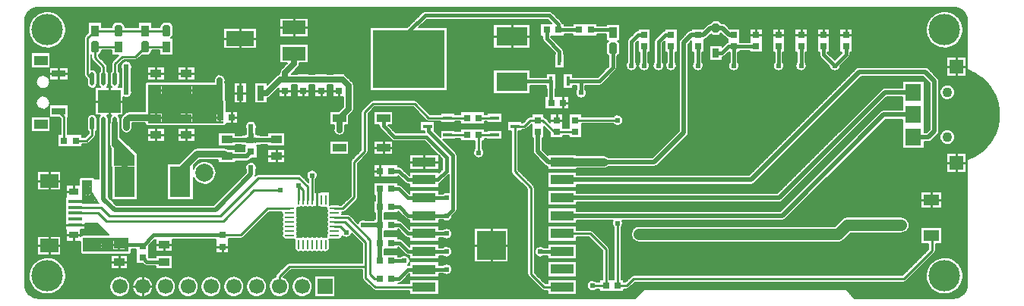
<source format=gtl>
G04*
G04 #@! TF.GenerationSoftware,Altium Limited,Altium Designer,18.1.9 (240)*
G04*
G04 Layer_Physical_Order=1*
G04 Layer_Color=255*
%FSLAX25Y25*%
%MOIN*%
G70*
G01*
G75*
%ADD15C,0.01000*%
%ADD20C,0.01500*%
%ADD62C,0.00500*%
%ADD63R,0.06299X0.06299*%
%ADD64R,0.07087X0.07480*%
%ADD65R,0.06693X0.04921*%
%ADD66R,0.03500X0.05000*%
G04:AMPARAMS|DCode=67|XSize=50mil|YSize=35mil|CornerRadius=0mil|HoleSize=0mil|Usage=FLASHONLY|Rotation=270.000|XOffset=0mil|YOffset=0mil|HoleType=Round|Shape=Octagon|*
%AMOCTAGOND67*
4,1,8,-0.00875,-0.02500,0.00875,-0.02500,0.01750,-0.01625,0.01750,0.01625,0.00875,0.02500,-0.00875,0.02500,-0.01750,0.01625,-0.01750,-0.01625,-0.00875,-0.02500,0.0*
%
%ADD67OCTAGOND67*%

%ADD68R,0.05906X0.03150*%
%ADD69R,0.05906X0.04331*%
%ADD70R,0.05000X0.03500*%
%ADD71R,0.03000X0.03000*%
%ADD72R,0.10236X0.04331*%
%ADD73R,0.03000X0.03000*%
%ADD74R,0.05906X0.03543*%
%ADD75R,0.01968X0.05906*%
%ADD76O,0.01968X0.05906*%
%ADD77R,0.09843X0.09843*%
%ADD78R,0.03150X0.03937*%
G04:AMPARAMS|DCode=79|XSize=39.37mil|YSize=31.5mil|CornerRadius=0mil|HoleSize=0mil|Usage=FLASHONLY|Rotation=90.000|XOffset=0mil|YOffset=0mil|HoleType=Round|Shape=Octagon|*
%AMOCTAGOND79*
4,1,8,0.00787,0.01968,-0.00787,0.01968,-0.01575,0.01181,-0.01575,-0.01181,-0.00787,-0.01968,0.00787,-0.01968,0.01575,-0.01181,0.01575,0.01181,0.00787,0.01968,0.0*
%
%ADD79OCTAGOND79*%

%ADD80R,0.06299X0.01378*%
%ADD81O,0.04331X0.00984*%
%ADD82O,0.00984X0.04331*%
%ADD83R,0.00984X0.04331*%
%ADD84R,0.03937X0.03937*%
%ADD85R,0.10000X0.06000*%
%ADD86R,0.02953X0.06693*%
%ADD87R,0.12205X0.06693*%
%ADD88R,0.08858X0.13780*%
%ADD89R,0.01772X0.03937*%
%ADD90R,0.31496X0.25591*%
%ADD91R,0.13780X0.08268*%
%ADD92R,0.03937X0.01772*%
%ADD93R,0.12598X0.12598*%
%ADD94C,0.03000*%
%ADD95C,0.02000*%
%ADD96C,0.02500*%
%ADD97C,0.05000*%
%ADD98C,0.03500*%
%ADD99C,0.04331*%
%ADD100C,0.07874*%
%ADD101C,0.06693*%
%ADD102R,0.06693X0.06693*%
%ADD103R,0.07874X0.05906*%
%ADD104R,0.03937X0.03150*%
%ADD105C,0.13780*%
%ADD106C,0.02400*%
G36*
X83577Y94000D02*
X83957Y93709D01*
X83957Y93500D01*
Y90862D01*
X85433D01*
Y90362D01*
X85933D01*
Y87016D01*
X86909D01*
X87000Y86553D01*
X87000Y81028D01*
X86130D01*
Y79528D01*
Y78028D01*
X87000D01*
Y77000D01*
X54000Y77000D01*
X54000Y94000D01*
X83577Y94000D01*
D02*
G37*
G36*
X48100Y63030D02*
X48100Y58000D01*
X48031D01*
Y58071D01*
X44102D01*
Y51181D01*
X43102D01*
Y58071D01*
X39173D01*
Y58000D01*
X39100D01*
X39100Y70000D01*
X40800D01*
X48100Y63030D01*
D02*
G37*
G36*
X29500Y46800D02*
X32578Y41600D01*
X32578Y41600D01*
X26197D01*
Y41650D01*
X25000D01*
Y41831D01*
X25197D01*
Y42020D01*
X22047D01*
Y43020D01*
X25197D01*
Y43209D01*
X25000D01*
X25000Y52000D01*
X29500Y52000D01*
Y46800D01*
D02*
G37*
G36*
X45500Y26500D02*
X45500Y20400D01*
X25500Y20400D01*
X25500Y26500D01*
X45500Y26500D01*
D02*
G37*
G36*
X100218Y72596D02*
X100291Y71696D01*
X100335Y71476D01*
X100389Y71296D01*
X100452Y71156D01*
X100525Y71056D01*
X100608Y70996D01*
X100701Y70976D01*
X97725D01*
X97818Y70996D01*
X97901Y71056D01*
X97974Y71156D01*
X98037Y71296D01*
X98091Y71476D01*
X98135Y71696D01*
X98169Y71956D01*
X98208Y72596D01*
X98213Y72976D01*
X100213D01*
X100218Y72596D01*
D02*
G37*
G36*
X100721Y70883D02*
X100781Y70800D01*
X100881Y70727D01*
X101021Y70663D01*
X101201Y70610D01*
X101421Y70566D01*
X101681Y70532D01*
X102321Y70493D01*
X102701Y70488D01*
Y68488D01*
X102321Y68483D01*
X101421Y68410D01*
X101201Y68366D01*
X101021Y68312D01*
X100881Y68249D01*
X100781Y68176D01*
X100721Y68093D01*
X100701Y68000D01*
Y70976D01*
X100721Y70883D01*
D02*
G37*
G36*
X97725Y68000D02*
X97705Y68093D01*
X97645Y68176D01*
X97545Y68249D01*
X97405Y68312D01*
X97225Y68366D01*
X97005Y68410D01*
X96745Y68444D01*
X96105Y68483D01*
X95725Y68488D01*
Y70488D01*
X96105Y70493D01*
X97005Y70566D01*
X97225Y70610D01*
X97405Y70663D01*
X97545Y70727D01*
X97645Y70800D01*
X97705Y70883D01*
X97725Y70976D01*
Y68000D01*
D02*
G37*
G36*
X132087Y38287D02*
Y27362D01*
X119882D01*
Y39567D01*
X130807D01*
X132087Y38287D01*
D02*
G37*
%LPC*%
G36*
X59981Y93285D02*
X57981D01*
Y92035D01*
X59981D01*
Y93285D01*
D02*
G37*
G36*
X73366D02*
X71367D01*
Y92035D01*
X73366D01*
Y93285D01*
D02*
G37*
G36*
X56981D02*
X54981D01*
Y92035D01*
X56981D01*
Y93285D01*
D02*
G37*
G36*
X70367D02*
X68366D01*
Y92035D01*
X70367D01*
Y93285D01*
D02*
G37*
G36*
X73366Y91035D02*
X71367D01*
Y89785D01*
X73366D01*
Y91035D01*
D02*
G37*
G36*
X70367D02*
X68366D01*
Y89785D01*
X70367D01*
Y91035D01*
D02*
G37*
G36*
X59981D02*
X57981D01*
Y89785D01*
X59981D01*
Y91035D01*
D02*
G37*
G36*
X56981D02*
X54981D01*
Y89785D01*
X56981D01*
Y91035D01*
D02*
G37*
G36*
X84933Y89862D02*
X83957D01*
Y87016D01*
X84933D01*
Y89862D01*
D02*
G37*
G36*
X85130Y81028D02*
X84130D01*
Y80028D01*
X85130D01*
Y81028D01*
D02*
G37*
G36*
X73366Y81081D02*
X71366D01*
Y79831D01*
X73366D01*
Y81081D01*
D02*
G37*
G36*
X70366D02*
X68366D01*
Y79831D01*
X70366D01*
Y81081D01*
D02*
G37*
G36*
X59980D02*
X57980D01*
Y79831D01*
X59980D01*
Y81081D01*
D02*
G37*
G36*
X56980D02*
X54980D01*
Y79831D01*
X56980D01*
Y81081D01*
D02*
G37*
G36*
X85130Y79028D02*
X84130D01*
Y78028D01*
X85130D01*
Y79028D01*
D02*
G37*
G36*
X73366Y78831D02*
X71366D01*
Y77581D01*
X73366D01*
Y78831D01*
D02*
G37*
G36*
X70366D02*
X68366D01*
Y77581D01*
X70366D01*
Y78831D01*
D02*
G37*
G36*
X59980D02*
X57980D01*
Y77581D01*
X59980D01*
Y78831D01*
D02*
G37*
G36*
X56980D02*
X54980D01*
Y77581D01*
X56980D01*
Y78831D01*
D02*
G37*
G36*
X28000Y50709D02*
Y50100D01*
X28609D01*
X28365Y50465D01*
X28000Y50709D01*
D02*
G37*
G36*
X27000D02*
X26635Y50465D01*
X26391Y50100D01*
X27000D01*
Y50709D01*
D02*
G37*
G36*
X28609Y49100D02*
X28000D01*
Y48491D01*
X28365Y48735D01*
X28609Y49100D01*
D02*
G37*
G36*
X27000D02*
X26391D01*
X26635Y48735D01*
X27000Y48491D01*
Y49100D01*
D02*
G37*
G36*
X28000Y47509D02*
Y46900D01*
X28609D01*
X28365Y47265D01*
X28000Y47509D01*
D02*
G37*
G36*
X27000D02*
X26635Y47265D01*
X26391Y46900D01*
X27000D01*
Y47509D01*
D02*
G37*
G36*
X28609Y45900D02*
X28000D01*
Y45291D01*
X28365Y45535D01*
X28609Y45900D01*
D02*
G37*
G36*
X27000D02*
X26391D01*
X26635Y45535D01*
X27000Y45291D01*
Y45900D01*
D02*
G37*
G36*
X30000Y44709D02*
Y44100D01*
X30609D01*
X30365Y44465D01*
X30000Y44709D01*
D02*
G37*
G36*
X29000D02*
X28635Y44465D01*
X28391Y44100D01*
X29000D01*
Y44709D01*
D02*
G37*
G36*
X30609Y43100D02*
X30000D01*
Y42491D01*
X30365Y42735D01*
X30609Y43100D01*
D02*
G37*
G36*
X29000D02*
X28391D01*
X28635Y42735D01*
X29000Y42491D01*
Y43100D01*
D02*
G37*
G36*
X43839Y25175D02*
X41839D01*
Y23925D01*
X43839D01*
Y25175D01*
D02*
G37*
G36*
X40839D02*
X38839D01*
Y23925D01*
X40839D01*
Y25175D01*
D02*
G37*
G36*
X33000Y24309D02*
Y23700D01*
X33609D01*
X33365Y24065D01*
X33000Y24309D01*
D02*
G37*
G36*
X32000D02*
X31635Y24065D01*
X31391Y23700D01*
X32000D01*
Y24309D01*
D02*
G37*
G36*
X28500D02*
Y23700D01*
X29109D01*
X28865Y24065D01*
X28500Y24309D01*
D02*
G37*
G36*
X27500D02*
X27135Y24065D01*
X26891Y23700D01*
X27500D01*
Y24309D01*
D02*
G37*
G36*
X33609Y22700D02*
X33000D01*
Y22091D01*
X33365Y22335D01*
X33609Y22700D01*
D02*
G37*
G36*
X32000D02*
X31391D01*
X31635Y22335D01*
X32000Y22091D01*
Y22700D01*
D02*
G37*
G36*
X29109D02*
X28500D01*
Y22091D01*
X28865Y22335D01*
X29109Y22700D01*
D02*
G37*
G36*
X27500D02*
X26891D01*
X27135Y22335D01*
X27500Y22091D01*
Y22700D01*
D02*
G37*
G36*
X43839Y22925D02*
X41839D01*
Y21675D01*
X43839D01*
Y22925D01*
D02*
G37*
G36*
X40839D02*
X38839D01*
Y21675D01*
X40839D01*
Y22925D01*
D02*
G37*
%LPD*%
D15*
X127953Y35469D02*
Y43307D01*
X360236Y115945D02*
Y118445D01*
X357736Y115945D02*
X360236D01*
X362736D01*
X350393D02*
Y118445D01*
Y115945D02*
X352893D01*
X347893D02*
X350393D01*
X340551D02*
Y118445D01*
Y115945D02*
X343051D01*
X408661Y101969D02*
Y106118D01*
X330708Y115945D02*
Y118445D01*
X338051Y115945D02*
X340551D01*
X330708D02*
X333208D01*
X328208D02*
X330708D01*
X320866Y115945D02*
Y118445D01*
Y115945D02*
X323366D01*
X318367D02*
X320866D01*
X408661Y101969D02*
X412811D01*
X404512D02*
X408661D01*
Y97819D02*
Y101969D01*
X213583Y115118D02*
Y120252D01*
Y115118D02*
X221472D01*
X205693D02*
X213583D01*
Y109984D02*
Y115118D01*
X236059Y86024D02*
X238559D01*
X236059D02*
Y88524D01*
Y83524D02*
Y86024D01*
X233249Y78322D02*
Y80822D01*
Y78322D02*
X235749D01*
X230749D02*
X233249D01*
X408661Y59449D02*
Y63598D01*
Y55299D02*
Y59449D01*
X412811D01*
X404512D02*
X408661D01*
X397638Y43307D02*
X401984D01*
X393291D02*
X397638D01*
Y46768D01*
Y39847D02*
Y43307D01*
X204646Y23260D02*
Y30559D01*
Y23260D02*
X211945D01*
X197346D02*
X204646D01*
Y15961D02*
Y23260D01*
X118110Y119095D02*
X124110D01*
X118110D02*
Y123094D01*
Y115094D02*
Y119095D01*
X135295Y91142D02*
X137795D01*
Y88642D02*
Y91142D01*
X127421D02*
X129921D01*
X132421D01*
X122047D02*
X124547D01*
X129921Y88642D02*
Y91142D01*
X119547D02*
X122047D01*
X114173D02*
X116673D01*
X122047Y88642D02*
Y91142D01*
X114173Y88642D02*
Y91142D01*
X112110Y119095D02*
X118110D01*
X94488Y114362D02*
Y118709D01*
Y114362D02*
X101591D01*
X94488Y110016D02*
Y114362D01*
X87386D02*
X94488D01*
X111673Y91142D02*
X114173D01*
X70867Y99015D02*
X74366D01*
X70867D02*
Y101765D01*
X67366Y99015D02*
X70867D01*
Y96265D02*
Y99015D01*
X94488Y90362D02*
X96965D01*
X94488Y86016D02*
Y90362D01*
Y94709D01*
X92012Y90362D02*
X94488D01*
X157283Y66339D02*
X161236D01*
X157283D02*
Y69110D01*
X153331Y66339D02*
X157283D01*
X90748Y79528D02*
Y82028D01*
Y77028D02*
Y79528D01*
X93248D01*
X70866Y71851D02*
X74366D01*
X70866D02*
Y74601D01*
X67366Y71851D02*
X70866D01*
Y69101D02*
Y71851D01*
X53981Y99015D02*
X57481D01*
X60981D01*
X57481Y96265D02*
Y99015D01*
Y101765D01*
X14764Y98819D02*
Y101394D01*
X10811Y98819D02*
X14764D01*
X18717D01*
X14764Y96244D02*
Y98819D01*
X37008Y86614D02*
X42929D01*
X37008Y80693D02*
Y86614D01*
Y92535D01*
X57480Y71851D02*
Y74601D01*
Y71851D02*
X60980D01*
X53980D02*
X57480D01*
Y69101D02*
Y71851D01*
X31087Y86614D02*
X37008D01*
X175197Y59941D02*
X181315D01*
X175197Y56776D02*
Y59941D01*
Y63106D01*
X169079Y59941D02*
X175197D01*
X157283Y63567D02*
Y66339D01*
X155708Y56000D02*
Y58500D01*
X153208Y56000D02*
X155708D01*
Y53500D02*
Y56000D01*
X110236Y62402D02*
X113736D01*
X106736D02*
X110236D01*
Y65152D01*
Y59652D02*
Y62402D01*
X125984Y33465D02*
Y36433D01*
Y33465D02*
X128953D01*
X123016D02*
X125984D01*
Y30496D02*
Y33465D01*
X10630Y51673D02*
Y55626D01*
Y51673D02*
X15567D01*
X5693D02*
X10630D01*
X21299Y46949D02*
Y49524D01*
X18331Y46949D02*
X21299D01*
X17898Y32283D02*
X22047D01*
X26197D01*
X21299Y25280D02*
Y27854D01*
X18331D02*
X21299D01*
X24268D01*
X10630Y47721D02*
Y51673D01*
X86614Y22638D02*
X89114D01*
X86614Y20138D02*
Y22638D01*
X84114D02*
X86614D01*
X61023Y23426D02*
X64523D01*
X61023Y20675D02*
Y23426D01*
X57523D02*
X61023D01*
X51614Y5118D02*
X55961D01*
X51614Y772D02*
Y5118D01*
Y9465D01*
X47268Y5118D02*
X51614D01*
X41339Y15945D02*
Y18695D01*
X37839Y15945D02*
X41339D01*
X44839D01*
X10630Y23130D02*
Y27083D01*
Y23130D02*
X15567D01*
X5693D02*
X10630D01*
Y19177D02*
Y23130D01*
X41339Y13195D02*
Y15945D01*
X125984Y33500D02*
X127953Y35469D01*
X100500Y47500D02*
X112000D01*
X127953Y47953D02*
X130000Y50000D01*
X127953Y43307D02*
Y47953D01*
X260000Y5560D02*
Y33000D01*
X267000Y8500D02*
X385584D01*
X264000Y5500D02*
X267000Y8500D01*
X260059Y5500D02*
X264000D01*
X398000Y20916D02*
Y28126D01*
X385584Y8500D02*
X398000Y20916D01*
X249000Y5500D02*
X249000Y5500D01*
X254941D01*
Y21559D01*
X248055Y28445D02*
X254941Y21559D01*
X235827Y28445D02*
X248055D01*
X260000Y5560D02*
X260059Y5500D01*
X241501Y78321D02*
X260000D01*
X227677Y4823D02*
X235827D01*
X222000Y10500D02*
X227677Y4823D01*
X222000Y10500D02*
Y48681D01*
X214929Y55752D02*
X222000Y48681D01*
X214929Y55752D02*
Y75590D01*
X241499Y73204D02*
X241501Y73203D01*
X233249Y73204D02*
X241499D01*
X232296D02*
X233249D01*
X227179Y78321D02*
X232296Y73204D01*
X225000Y78321D02*
X227179D01*
X221821D02*
X225000D01*
X219091Y75590D02*
X221821Y78321D01*
X214929Y75590D02*
X219091D01*
X138504Y31496D02*
X141000Y29000D01*
X135827Y31496D02*
X138504D01*
X199059Y64000D02*
Y71846D01*
X205996D02*
X206000Y71850D01*
X199059Y71846D02*
X205996D01*
X185500Y71850D02*
X185504Y71846D01*
X193941D01*
X205984Y79347D02*
X206000Y79331D01*
X199059Y79347D02*
X205984D01*
X193925Y79331D02*
X193941Y79347D01*
X185500Y79331D02*
X193925D01*
X177169D02*
X185500D01*
X170900Y85600D02*
X177169Y79331D01*
X152800Y85600D02*
X170900D01*
X149000Y81800D02*
X152800Y85600D01*
X149000Y64500D02*
Y81800D01*
X144500Y60000D02*
X149000Y64500D01*
X144500Y44374D02*
Y60000D01*
X139496Y39370D02*
X144500Y44374D01*
X135827Y39370D02*
X139496D01*
X125984Y53984D02*
X126000Y54000D01*
X125984Y43307D02*
Y53984D01*
X149500Y9000D02*
Y14000D01*
X116000D02*
X149500D01*
X111614Y9614D02*
X116000Y14000D01*
X111614Y5118D02*
Y9614D01*
X149500Y14000D02*
Y24500D01*
X153654Y4846D02*
X175197D01*
X149500Y9000D02*
X153654Y4846D01*
X140535Y33465D02*
X149500Y24500D01*
X135827Y33465D02*
X140535D01*
X153500Y8500D02*
X155708D01*
X151500Y10500D02*
X153500Y8500D01*
X151500Y10500D02*
Y25500D01*
X141567Y35433D02*
X151500Y25500D01*
X135827Y35433D02*
X141567D01*
X87000Y34000D02*
X100500Y47500D01*
X125984Y43307D02*
X126000Y43323D01*
X35600Y34000D02*
X87000D01*
X32198Y37402D02*
X35600Y34000D01*
X22047Y37402D02*
X32198D01*
X36981Y36319D02*
X85819D01*
X33339Y39961D02*
X36981Y36319D01*
X22047Y39961D02*
X33339D01*
X85819Y36319D02*
X102500Y53000D01*
X120135D01*
X124016Y49120D01*
Y43307D02*
Y49120D01*
X120079Y49521D02*
X122047Y47553D01*
X120000Y49600D02*
X120079Y49521D01*
X122047Y43307D02*
Y47553D01*
X120079Y43307D02*
Y49521D01*
X106370Y39370D02*
X116142D01*
X94756Y27756D02*
X106370Y39370D01*
X86614Y27756D02*
X94756D01*
X40919Y117674D02*
X62179D01*
X27500Y114438D02*
X30734Y117673D01*
X27500Y98465D02*
Y114438D01*
Y98465D02*
X29508Y96457D01*
X34508D02*
Y101992D01*
X30734Y105766D02*
X34508Y101992D01*
X30734Y105766D02*
Y110673D01*
X42640Y106266D02*
X48375D01*
X39508Y103134D02*
X42640Y106266D01*
X39508Y96457D02*
Y103134D01*
X48375Y106266D02*
X52781Y110673D01*
X52782Y110674D01*
X62179D01*
X30734Y110673D02*
X30735Y110674D01*
X40919D01*
X30735Y117674D02*
X40919D01*
X30734Y117673D02*
X30735Y117674D01*
X14764Y82284D02*
X17126Y79922D01*
Y69291D02*
Y79922D01*
X29508Y71854D02*
Y76772D01*
X26945Y69291D02*
X29508Y71854D01*
X22244Y69291D02*
X26945D01*
D20*
X256675Y118111D02*
X258143Y116643D01*
X168504Y105118D02*
Y117402D01*
X160827Y16416D02*
X166500D01*
X234055Y118110D02*
Y120445D01*
X230000Y124500D02*
X234055Y120445D01*
X175602Y124500D02*
X230000D01*
X168504Y117402D02*
X175602Y124500D01*
X244000Y95500D02*
X252000D01*
X238240D02*
X244000D01*
Y90406D02*
Y95500D01*
X257900Y101400D02*
Y109885D01*
X252000Y95500D02*
X257900Y101400D01*
X248229Y118111D02*
X256675D01*
X243110Y118110D02*
X243111Y118111D01*
X234055Y118110D02*
X243110D01*
X213583Y95118D02*
X213965Y95500D01*
X230760D01*
Y86205D02*
X230941Y86024D01*
X230760Y86205D02*
Y95500D01*
X234500Y104429D02*
Y108674D01*
X228937Y114237D02*
X234500Y108674D01*
X228937Y114237D02*
Y118110D01*
X266142Y102362D02*
Y112938D01*
X269149Y115945D01*
X271653D01*
Y110827D02*
X271654Y110827D01*
Y102362D02*
Y110827D01*
X311023Y102363D02*
Y110827D01*
X355315Y102362D02*
X360236Y107283D01*
Y110827D01*
X350393Y107284D02*
X355315Y102362D01*
X350393Y107284D02*
Y110827D01*
X340551Y102362D02*
Y110827D01*
X330708Y102362D02*
Y110827D01*
X320866D02*
X320866Y110826D01*
X311023Y110827D02*
X320866D01*
X308827D02*
X311023D01*
X305874Y107874D02*
X308827Y110827D01*
X303150Y107874D02*
X305874D01*
X295275Y102363D02*
X295276Y102362D01*
X295275Y102363D02*
Y110827D01*
X283465Y102362D02*
X283465Y102363D01*
Y110826D01*
X280945Y115945D02*
X283465D01*
X277953Y112953D02*
X280945Y115945D01*
X277953Y102362D02*
Y112953D01*
X176571Y75590D02*
X177185Y74976D01*
Y73500D02*
Y74976D01*
Y73500D02*
X187750Y62935D01*
X176000Y71000D02*
X185000Y62000D01*
Y55968D02*
Y62000D01*
X181098Y52067D02*
X185000Y55968D01*
X162000Y71000D02*
X176000D01*
X157283Y75717D02*
X162000Y71000D01*
X187750Y39014D02*
Y62935D01*
X185000Y36264D02*
X187750Y39014D01*
X157283Y75717D02*
Y79331D01*
X175197Y52067D02*
X181098D01*
X235701Y20445D02*
X235827Y20571D01*
X226000Y20445D02*
X235701D01*
X175197Y12697D02*
X175202Y12691D01*
X185000D01*
X175197Y20571D02*
X175323Y20445D01*
X185000D01*
X175197Y28445D02*
X175252Y28390D01*
X185000D01*
X175197Y36319D02*
X175252Y36264D01*
X185000D01*
X175197Y44193D02*
X175252Y44138D01*
X185000D01*
X168197Y12697D02*
X175197D01*
X164000Y8500D02*
X168197Y12697D01*
X160827Y8500D02*
X164000D01*
X168055Y28445D02*
X175197D01*
X164250Y32250D02*
X168055Y28445D01*
X160827Y32250D02*
X164250D01*
X168189Y20571D02*
X175197D01*
X164427Y24333D02*
X168189Y20571D01*
X160827Y24333D02*
X164427D01*
X168181Y36319D02*
X175197D01*
X164334Y40166D02*
X168181Y36319D01*
X160827Y40166D02*
X164334D01*
X168000Y44193D02*
X175197D01*
X164110Y48083D02*
X168000Y44193D01*
X160827Y48083D02*
X164110D01*
X167933Y52067D02*
X175197D01*
X164000Y56000D02*
X167933Y52067D01*
X160827Y56000D02*
X164000D01*
X51574Y17914D02*
X53543Y15945D01*
X61023D01*
X51574Y23032D02*
X56299Y27756D01*
X86614D01*
X51181Y23425D02*
X51574Y23032D01*
X41339Y23425D02*
X51181D01*
D62*
X413386Y122047D02*
X413296Y123073D01*
X413030Y124067D01*
X412595Y125000D01*
X412004Y125843D01*
X411276Y126571D01*
X410433Y127162D01*
X409500Y127597D01*
X408506Y127863D01*
X407480Y127953D01*
X411683Y118110D02*
X411621Y119111D01*
X411437Y120096D01*
X411133Y121051D01*
X410714Y121961D01*
X410187Y122813D01*
X409559Y123594D01*
X408839Y124292D01*
X408039Y124896D01*
X407171Y125397D01*
X406249Y125787D01*
X405285Y126062D01*
X404294Y126215D01*
X403293Y126246D01*
X402295Y126154D01*
X401316Y125939D01*
X400371Y125606D01*
X399473Y125160D01*
X398638Y124606D01*
X397877Y123954D01*
X397202Y123213D01*
X396623Y122395D01*
X396149Y121512D01*
X395787Y120578D01*
X395542Y119606D01*
X395419Y118611D01*
Y117609D01*
X395542Y116615D01*
X395787Y115643D01*
X396149Y114708D01*
X396623Y113825D01*
X397202Y113007D01*
X397877Y112267D01*
X398638Y111615D01*
X399473Y111061D01*
X400371Y110614D01*
X401316Y110281D01*
X402295Y110067D01*
X403293Y109974D01*
X404294Y110005D01*
X405285Y110159D01*
X406249Y110433D01*
X407171Y110824D01*
X408039Y111325D01*
X408839Y111929D01*
X409559Y112627D01*
X410187Y113407D01*
X410715Y114259D01*
X411133Y115170D01*
X411437Y116125D01*
X411621Y117110D01*
X411683Y118110D01*
X411621Y119111D01*
X411437Y120096D01*
X411133Y121051D01*
X410714Y121961D01*
X410187Y122813D01*
X409559Y123594D01*
X408839Y124292D01*
X408039Y124896D01*
X407171Y125397D01*
X406249Y125787D01*
X405285Y126062D01*
X404294Y126215D01*
X403293Y126246D01*
X402295Y126154D01*
X401316Y125939D01*
X400371Y125606D01*
X399473Y125160D01*
X398638Y124606D01*
X397877Y123954D01*
X397202Y123213D01*
X396623Y122395D01*
X396149Y121512D01*
X395787Y120578D01*
X395542Y119606D01*
X395419Y118611D01*
Y117609D01*
X395542Y116615D01*
X395787Y115643D01*
X396149Y114708D01*
X396623Y113825D01*
X397202Y113007D01*
X397877Y112267D01*
X398638Y111615D01*
X399473Y111061D01*
X400371Y110614D01*
X401316Y110281D01*
X402295Y110067D01*
X403293Y109974D01*
X404294Y110005D01*
X405285Y110159D01*
X406249Y110433D01*
X407171Y110824D01*
X408039Y111325D01*
X408839Y111929D01*
X409559Y112627D01*
X410187Y113407D01*
X410715Y114259D01*
X411133Y115170D01*
X411437Y116125D01*
X411621Y117110D01*
X411683Y118110D01*
X361506Y106008D02*
X362036Y107283D01*
X361509Y106010D02*
X362036Y107283D01*
X348593Y107284D02*
X349121Y106011D01*
X348593Y107284D02*
X349123Y106009D01*
X307552Y120347D02*
X306887Y120792D01*
X306102Y120948D01*
X307552Y120347D02*
X306887Y120792D01*
X306102Y120948D01*
X307605Y114496D02*
X308273Y114050D01*
X307605Y114496D02*
X308273Y114050D01*
Y112540D02*
X307554Y112100D01*
X308273Y112540D02*
X307552Y112098D01*
X305974Y106077D02*
X307147Y106601D01*
X305974Y106077D02*
X307149Y106604D01*
X401146Y95494D02*
X400990Y96278D01*
X400546Y96943D01*
X401146Y95494D02*
X400990Y96278D01*
X400546Y96943D01*
X396439Y101050D02*
X395774Y101494D01*
X394990Y101650D01*
X396439Y101050D02*
X395774Y101494D01*
X394990Y101650D01*
X377343Y92601D02*
X376558Y92445D01*
X375893Y92001D01*
X377343Y92601D02*
X376558Y92445D01*
X375893Y92001D01*
X408140Y90551D02*
X407988Y91558D01*
X407546Y92475D01*
X406854Y93221D01*
X405972Y93730D01*
X404980Y93957D01*
X403964Y93881D01*
X403017Y93509D01*
X402221Y92874D01*
X401647Y92033D01*
X401347Y91060D01*
Y90042D01*
X401647Y89069D01*
X402221Y88228D01*
X403017Y87593D01*
X403964Y87221D01*
X404980Y87145D01*
X405972Y87372D01*
X406854Y87881D01*
X407546Y88627D01*
X407988Y89544D01*
X408140Y90551D01*
X407988Y91558D01*
X407546Y92475D01*
X406854Y93221D01*
X405972Y93730D01*
X404980Y93957D01*
X403964Y93881D01*
X403017Y93509D01*
X402221Y92874D01*
X401647Y92033D01*
X401347Y91060D01*
Y90042D01*
X401647Y89069D01*
X402221Y88228D01*
X403017Y87593D01*
X403964Y87221D01*
X404980Y87145D01*
X405972Y87372D01*
X406854Y87881D01*
X407546Y88627D01*
X407988Y89544D01*
X408140Y90551D01*
X427500Y80709D02*
X427476Y81703D01*
X427405Y82694D01*
X427286Y83681D01*
X427120Y84662D01*
X426908Y85633D01*
X426649Y86593D01*
X426344Y87539D01*
X425995Y88470D01*
X425601Y89383D01*
X425165Y90276D01*
X424686Y91148D01*
X424165Y91995D01*
X423605Y92816D01*
X423006Y93610D01*
X422370Y94374D01*
X421698Y95107D01*
X420992Y95807D01*
X420253Y96472D01*
X419483Y97101D01*
X418684Y97692D01*
X417858Y98245D01*
X417005Y98757D01*
X416130Y99228D01*
X415233Y99657D01*
X414316Y100042D01*
X413382Y100382D01*
X376709Y82759D02*
X375924Y82603D01*
X375259Y82158D01*
X376709Y82759D02*
X375924Y82603D01*
X375259Y82158D01*
X366100Y101650D02*
X365316Y101494D01*
X364650Y101050D01*
X366100Y101650D02*
X365316Y101494D01*
X364650Y101050D01*
X352867Y102265D02*
X353081Y101357D01*
X353617Y100596D01*
X354400Y100090D01*
X355315Y99912D01*
X356230Y100090D01*
X357013Y100596D01*
X357550Y101357D01*
X357763Y102265D01*
X343001Y102362D02*
X342833Y103254D01*
X342351Y104024D01*
X338751D02*
X338255Y103218D01*
X338102Y102284D01*
X338314Y101362D01*
X338860Y100589D01*
X339658Y100081D01*
X340590Y99913D01*
X341515Y100110D01*
X342297Y100644D01*
X342818Y101434D01*
X343001Y102362D01*
X333158D02*
X332990Y103254D01*
X332508Y104024D01*
X328908D02*
X328413Y103218D01*
X328260Y102284D01*
X328472Y101362D01*
X329018Y100589D01*
X329816Y100081D01*
X330747Y99913D01*
X331673Y100110D01*
X332454Y100644D01*
X332976Y101434D01*
X333158Y102362D01*
X313474D02*
X313305Y103255D01*
X312823Y104025D01*
X309223Y104024D02*
X308728Y103218D01*
X308575Y102284D01*
X308787Y101362D01*
X309333Y100589D01*
X310132Y100080D01*
X311063Y99913D01*
X311988Y100110D01*
X312770Y100644D01*
X313291Y101434D01*
X313474Y102362D01*
X300562Y120941D02*
X299274Y120347D01*
X300562Y120941D02*
X299274Y120347D01*
X292445Y117995D02*
X291661Y117839D01*
X290996Y117395D01*
X298025Y113911D02*
X299221Y114496D01*
X292445Y117995D02*
X291661Y117839D01*
X290996Y117395D01*
X298025Y113911D02*
X299221Y114496D01*
X287550Y113950D02*
X287106Y113285D01*
X286950Y112500D01*
X287550Y113950D02*
X287106Y113285D01*
X286950Y112500D01*
X280715Y117730D02*
X279672Y117217D01*
X280715Y117730D02*
X279669Y117215D01*
X276682Y114228D02*
X276153Y112953D01*
X276680Y114225D02*
X276153Y112953D01*
X268903Y117728D02*
X267874Y117216D01*
X268903Y117728D02*
X267876Y117218D01*
X264871Y114213D02*
X264342Y112938D01*
X264869Y114211D02*
X264342Y112938D01*
X231275Y125770D02*
X230000Y126300D01*
X235806Y120860D02*
X235328Y121718D01*
X235806Y120860D02*
X235325Y121720D01*
X231273Y125773D02*
X230000Y126300D01*
X227137Y114237D02*
X227666Y112962D01*
X227137Y114237D02*
X227664Y112964D01*
X236300Y108674D02*
X235773Y109947D01*
X236300Y108674D02*
X235770Y109949D01*
X297726Y102362D02*
X297557Y103255D01*
X297075Y104025D01*
X285915Y102362D02*
X285746Y103254D01*
X285265Y104024D01*
X280403Y102362D02*
X280235Y103254D01*
X279753Y104024D01*
X274103Y102362D02*
X273935Y103254D01*
X273453Y104024D01*
X268592Y102362D02*
X268424Y103254D01*
X267942Y104024D01*
X259173Y100127D02*
X259700Y101400D01*
X259170Y100125D02*
X259700Y101400D01*
X293475Y104024D02*
X292980Y103218D01*
X292827Y102284D01*
X293039Y101362D01*
X293585Y100589D01*
X294384Y100080D01*
X295315Y99913D01*
X296240Y100110D01*
X297022Y100644D01*
X297543Y101434D01*
X297726Y102362D01*
X281665Y104025D02*
X281169Y103218D01*
X281016Y102285D01*
X281228Y101362D01*
X281774Y100589D01*
X282572Y100081D01*
X283503Y99913D01*
X284429Y100110D01*
X285211Y100644D01*
X285732Y101434D01*
X285915Y102362D01*
X276153Y104024D02*
X275657Y103218D01*
X275504Y102284D01*
X275716Y101362D01*
X276262Y100589D01*
X277060Y100081D01*
X277992Y99913D01*
X278917Y100110D01*
X279699Y100644D01*
X280220Y101434D01*
X280403Y102362D01*
X269853Y104024D02*
X269358Y103218D01*
X269205Y102284D01*
X269417Y101362D01*
X269963Y100589D01*
X270761Y100081D01*
X271693Y99913D01*
X272618Y100110D01*
X273400Y100644D01*
X273921Y101434D01*
X274103Y102362D01*
X264342Y104024D02*
X263846Y103218D01*
X263693Y102284D01*
X263905Y101362D01*
X264451Y100589D01*
X265249Y100081D01*
X266181Y99913D01*
X267106Y100110D01*
X267888Y100644D01*
X268409Y101434D01*
X268592Y102362D01*
X252000Y93700D02*
X253275Y94230D01*
X252000Y93700D02*
X253273Y94227D01*
X246450Y90406D02*
X246282Y91299D01*
X245800Y92068D01*
X242200D02*
X241704Y91262D01*
X241551Y90328D01*
X241763Y89406D01*
X242309Y88633D01*
X243108Y88125D01*
X244039Y87957D01*
X244965Y88154D01*
X245746Y88688D01*
X246267Y89478D01*
X246450Y90406D01*
X262450Y78321D02*
X262247Y79296D01*
X261673Y80110D01*
X260823Y80628D01*
X259836Y80765D01*
X258876Y80498D01*
X258103Y79871D01*
X228275Y79417D02*
X227750Y79762D01*
X228275Y79417D02*
X227750Y79762D01*
X221821Y79871D02*
X220725Y79417D01*
X221821Y79871D02*
X220725Y79417D01*
X400546Y71997D02*
X400990Y72662D01*
X401146Y73447D01*
X400546Y71997D02*
X400990Y72662D01*
X401146Y73447D01*
X396515Y68816D02*
X397300Y68972D01*
X397965Y69417D01*
X396515Y68816D02*
X397300Y68972D01*
X397965Y69417D01*
X413382Y61035D02*
X414316Y61376D01*
X415233Y61761D01*
X416130Y62189D01*
X417005Y62660D01*
X417858Y63173D01*
X418684Y63725D01*
X419483Y64316D01*
X420253Y64946D01*
X420992Y65611D01*
X421698Y66311D01*
X422370Y67043D01*
X423006Y67807D01*
X423605Y68601D01*
X424165Y69422D01*
X424686Y70270D01*
X425165Y71141D01*
X425601Y72034D01*
X425995Y72947D01*
X426344Y73878D01*
X426649Y74824D01*
X426908Y75784D01*
X427120Y76755D01*
X427286Y77736D01*
X427405Y78723D01*
X427476Y79715D01*
X427500Y80709D01*
X408140Y70866D02*
X407988Y71873D01*
X407546Y72790D01*
X406854Y73536D01*
X405972Y74045D01*
X404980Y74272D01*
X403964Y74196D01*
X403017Y73824D01*
X402221Y73189D01*
X401647Y72348D01*
X401347Y71375D01*
Y70357D01*
X401647Y69384D01*
X402221Y68543D01*
X403017Y67908D01*
X403964Y67536D01*
X404980Y67460D01*
X405972Y67687D01*
X406854Y68196D01*
X407546Y68942D01*
X407988Y69859D01*
X408140Y70866D01*
X407988Y71873D01*
X407546Y72790D01*
X406854Y73536D01*
X405972Y74045D01*
X404980Y74272D01*
X403964Y74196D01*
X403017Y73824D01*
X402221Y73189D01*
X401647Y72348D01*
X401347Y71375D01*
Y70357D01*
X401647Y69384D01*
X402221Y68543D01*
X403017Y67908D01*
X403964Y67536D01*
X404980Y67460D01*
X405972Y67687D01*
X406854Y68196D01*
X407546Y68942D01*
X407988Y69859D01*
X408140Y70866D01*
X258103Y76771D02*
X258876Y76143D01*
X259836Y75876D01*
X260823Y76013D01*
X261673Y76531D01*
X262247Y77345D01*
X262450Y78321D01*
X290450Y71341D02*
X290894Y72006D01*
X291050Y72791D01*
X290450Y71341D02*
X290894Y72006D01*
X291050Y72791D01*
X276150Y57891D02*
X276934Y58047D01*
X277600Y58491D01*
X276150Y57891D02*
X276934Y58047D01*
X277600Y58491D01*
X318567Y50017D02*
X319351Y50173D01*
X320017Y50617D01*
X318567Y50017D02*
X319351Y50173D01*
X320017Y50617D01*
X388050Y32154D02*
X387929Y33073D01*
X387574Y33929D01*
X387010Y34664D01*
X386275Y35228D01*
X385419Y35583D01*
X384500Y35704D01*
X360754D02*
X359835Y35583D01*
X358979Y35228D01*
X358243Y34664D01*
X360754Y35704D02*
X359835Y35583D01*
X358979Y35228D01*
X358243Y34664D01*
X384500Y28604D02*
X385419Y28725D01*
X386275Y29079D01*
X387010Y29643D01*
X387574Y30379D01*
X387929Y31235D01*
X388050Y32154D01*
X356726Y24576D02*
X357645Y24697D01*
X358501Y25052D01*
X359236Y25616D01*
X356726Y24576D02*
X357645Y24697D01*
X358501Y25052D01*
X359236Y25616D01*
X407480Y0D02*
X408506Y90D01*
X409500Y356D01*
X410433Y791D01*
X411276Y1382D01*
X412004Y2110D01*
X412595Y2953D01*
X413030Y3886D01*
X413296Y4880D01*
X413386Y5906D01*
X399096Y19820D02*
X399550Y20916D01*
X399096Y19820D02*
X399550Y20916D01*
X411683Y9843D02*
X411621Y10843D01*
X411437Y11828D01*
X411133Y12783D01*
X410714Y13693D01*
X410187Y14546D01*
X409559Y15326D01*
X408839Y16024D01*
X408039Y16628D01*
X407171Y17129D01*
X406249Y17520D01*
X405285Y17794D01*
X404294Y17948D01*
X403293Y17978D01*
X402295Y17886D01*
X401316Y17672D01*
X400371Y17338D01*
X399473Y16892D01*
X398638Y16338D01*
X397877Y15686D01*
X397202Y14945D01*
X396623Y14128D01*
X396149Y13245D01*
X395787Y12310D01*
X395542Y11338D01*
X395419Y10344D01*
Y9341D01*
X395542Y8347D01*
X395787Y7375D01*
X396149Y6440D01*
X396623Y5557D01*
X397202Y4739D01*
X397877Y3999D01*
X398638Y3347D01*
X399473Y2793D01*
X400371Y2347D01*
X401316Y2014D01*
X402295Y1799D01*
X403293Y1707D01*
X404294Y1737D01*
X405285Y1891D01*
X406249Y2166D01*
X407171Y2556D01*
X408039Y3057D01*
X408839Y3661D01*
X409559Y4359D01*
X410187Y5140D01*
X410715Y5992D01*
X411133Y6902D01*
X411437Y7857D01*
X411621Y8842D01*
X411683Y9843D01*
X411621Y10843D01*
X411437Y11828D01*
X411133Y12783D01*
X410714Y13693D01*
X410187Y14546D01*
X409559Y15326D01*
X408839Y16024D01*
X408039Y16628D01*
X407171Y17129D01*
X406249Y17520D01*
X405285Y17794D01*
X404294Y17948D01*
X403293Y17978D01*
X402295Y17886D01*
X401316Y17672D01*
X400371Y17338D01*
X399473Y16892D01*
X398638Y16338D01*
X397877Y15686D01*
X397202Y14945D01*
X396623Y14128D01*
X396149Y13245D01*
X395787Y12310D01*
X395542Y11338D01*
X395419Y10344D01*
Y9341D01*
X395542Y8347D01*
X395787Y7375D01*
X396149Y6440D01*
X396623Y5557D01*
X397202Y4739D01*
X397877Y3999D01*
X398638Y3347D01*
X399473Y2793D01*
X400371Y2347D01*
X401316Y2014D01*
X402295Y1799D01*
X403293Y1707D01*
X404294Y1737D01*
X405285Y1891D01*
X406249Y2166D01*
X407171Y2556D01*
X408039Y3057D01*
X408839Y3661D01*
X409559Y4359D01*
X410187Y5140D01*
X410715Y5992D01*
X411133Y6902D01*
X411437Y7857D01*
X411621Y8842D01*
X411683Y9843D01*
X385584Y6950D02*
X386680Y7404D01*
X385584Y6950D02*
X386680Y7404D01*
X330984Y42143D02*
X331769Y42299D01*
X332434Y42743D01*
X330984Y42143D02*
X331769Y42299D01*
X332434Y42743D01*
X332319Y34269D02*
X333103Y34425D01*
X333769Y34869D01*
X332319Y34269D02*
X333103Y34425D01*
X333769Y34869D01*
X262450Y33000D02*
X262096Y34269D01*
X261550Y31103D02*
X262214Y31950D01*
X262450Y33000D01*
X269500Y31676D02*
X268500Y31532D01*
X267581Y31112D01*
X266817Y30451D01*
X266271Y29601D01*
X265986Y28631D01*
Y27621D01*
X266271Y26651D01*
X266817Y25801D01*
X267581Y25139D01*
X268500Y24720D01*
X269500Y24576D01*
X267000Y10050D02*
X265904Y9596D01*
X267000Y10050D02*
X265904Y9596D01*
X264000Y3950D02*
X265096Y4404D01*
X264000Y3950D02*
X265096Y4404D01*
X219091Y74041D02*
X220187Y74494D01*
X219091Y74041D02*
X220187Y74494D01*
X255907Y61991D02*
X255025Y62547D01*
X254000Y62741D01*
X228110Y58491D02*
X228728Y58067D01*
X229459Y57893D01*
X254000Y57141D02*
X255025Y57335D01*
X255907Y57891D01*
X228110Y58491D02*
X228728Y58067D01*
X229459Y57893D01*
X222950Y64500D02*
X223106Y63715D01*
X223550Y63050D01*
X222950Y64500D02*
X223106Y63715D01*
X223550Y63050D01*
X213379Y55752D02*
X213833Y54656D01*
X213379Y55752D02*
X213833Y54656D01*
X223550Y48681D02*
X223096Y49777D01*
X223550Y48681D02*
X223096Y49777D01*
X201509Y64000D02*
X201272Y65050D01*
X200609Y65897D01*
X197509D02*
X196889Y65138D01*
X196617Y64197D01*
X196735Y63224D01*
X197225Y62375D01*
X198009Y61786D01*
X198960Y61552D01*
X199928Y61709D01*
X200756Y62233D01*
X201313Y63040D01*
X201509Y64000D01*
X189550Y62935D02*
X189023Y64208D01*
X189550Y62935D02*
X189020Y64210D01*
X189023Y37741D02*
X189550Y39014D01*
X189020Y37739D02*
X189550Y39014D01*
X181565Y50328D02*
X182374Y50797D01*
X185950Y46396D02*
X185041Y46587D01*
X184127Y46427D01*
X183338Y45938D01*
X181565Y50328D02*
X182371Y50794D01*
X257904Y34269D02*
X257593Y33455D01*
X257586Y32584D01*
X257884Y31765D01*
X258450Y31103D01*
X256491Y21559D02*
X256037Y22655D01*
X256491Y21559D02*
X256037Y22655D01*
X249151Y29541D02*
X248055Y29995D01*
X249151Y29541D02*
X248055Y29995D01*
X223550Y20445D02*
X223730Y19522D01*
X224245Y18736D01*
X225017Y18201D01*
X225935Y17996D01*
X226862Y18151D01*
X227662Y18645D01*
Y22245D02*
X226862Y22738D01*
X225935Y22894D01*
X225017Y22689D01*
X224245Y22154D01*
X223730Y21367D01*
X223550Y20445D01*
X250897Y7050D02*
X250123Y7677D01*
X249164Y7944D01*
X248177Y7808D01*
X247326Y7289D01*
X246752Y6475D01*
X246550Y5500D01*
X246753Y4524D01*
X247327Y3710D01*
X248178Y3192D01*
X249164Y3056D01*
X250124Y3323D01*
X250898Y3950D01*
X226581Y3727D02*
X227677Y3273D01*
X226581Y3727D02*
X227677Y3273D01*
X183338Y34464D02*
X184123Y33976D01*
X185032Y33814D01*
X185938Y34000D01*
X186709Y34509D01*
X187238Y35267D01*
X187448Y36166D01*
X187450Y28390D02*
X187270Y29312D01*
X186755Y30099D01*
X185982Y30634D01*
X185065Y30839D01*
X184138Y30683D01*
X183338Y30190D01*
Y26590D02*
X184138Y26096D01*
X185065Y25941D01*
X185982Y26145D01*
X186755Y26680D01*
X187270Y27467D01*
X187450Y28390D01*
X220450Y10500D02*
X220904Y9404D01*
X220450Y10500D02*
X220904Y9404D01*
X187450Y20445D02*
X187270Y21367D01*
X186755Y22154D01*
X185982Y22689D01*
X185065Y22894D01*
X184138Y22738D01*
X183338Y22245D01*
Y18645D02*
X184138Y18151D01*
X185065Y17996D01*
X185982Y18201D01*
X186755Y18736D01*
X187270Y19522D01*
X187450Y20445D01*
Y12691D02*
X187270Y13614D01*
X186755Y14401D01*
X185982Y14936D01*
X185065Y15141D01*
X184138Y14985D01*
X183338Y14491D01*
Y10891D02*
X184138Y10398D01*
X185065Y10242D01*
X185982Y10447D01*
X186755Y10982D01*
X187270Y11769D01*
X187450Y12691D01*
X175602Y126300D02*
X174330Y125773D01*
X175602Y126300D02*
X174327Y125770D01*
X119737Y101484D02*
X120235Y102230D01*
X120410Y103110D01*
X119737Y101484D02*
X120235Y102230D01*
X120410Y103110D01*
X112547Y100799D02*
X112048Y100053D01*
X111873Y99173D01*
X112547Y100799D02*
X112048Y100053D01*
X111873Y99173D01*
X144300Y93500D02*
X144125Y94380D01*
X143626Y95126D01*
X144300Y93500D02*
X144125Y94380D01*
X143626Y95126D01*
X140866Y97887D02*
X140545Y98154D01*
X140866Y97887D02*
X140545Y98154D01*
X111423Y98505D02*
X110298Y97887D01*
X111423Y98505D02*
X110298Y97887D01*
X87883Y96000D02*
X87660Y97022D01*
X87031Y97858D01*
X86110Y98355D01*
X85066Y98422D01*
X84089Y98049D01*
X83357Y97301D01*
X83004Y96317D01*
X83093Y95275D01*
X87733Y95156D02*
X87883Y96000D01*
X171996Y86696D02*
X170900Y87150D01*
X171996Y86696D02*
X170900Y87150D01*
X176073Y78235D02*
X177169Y77781D01*
X176073Y78235D02*
X177169Y77781D01*
X152800Y87150D02*
X151704Y86696D01*
X152800Y87150D02*
X151704Y86696D01*
X147904Y82896D02*
X147450Y81800D01*
X147904Y82896D02*
X147450Y81800D01*
X143626Y81712D02*
X144125Y82458D01*
X144300Y83339D01*
X143626Y81712D02*
X144125Y82458D01*
X144300Y83339D01*
X175386Y73455D02*
X175527Y72800D01*
X175386Y73455D02*
X175527Y72800D01*
X161486Y69275D02*
X162000Y69200D01*
X161486Y69275D02*
X162000Y69200D01*
X160727Y69727D02*
X161258Y69360D01*
X160725Y69730D02*
X161258Y69360D01*
X155483Y75717D02*
X156013Y74441D01*
X155483Y75717D02*
X156011Y74444D01*
X140442Y74008D02*
X140292Y74852D01*
X135692D02*
X135544Y73919D01*
X135760Y72999D01*
X136308Y72229D01*
X137106Y71724D01*
X138037Y71558D01*
X138961Y71757D01*
X139740Y72291D01*
X140260Y73081D01*
X140442Y74008D01*
X106270Y88075D02*
X107018Y88287D01*
X107652Y88736D01*
X106270Y88075D02*
X107018Y88287D01*
X107652Y88736D01*
X101263Y74249D02*
X101663Y75590D01*
X101456Y76575D01*
X100872Y77393D01*
X100008Y77908D01*
X99010Y78032D01*
X98046Y77745D01*
X97279Y77094D01*
X96838Y76191D01*
X96797Y75186D01*
X97163Y74249D01*
X89184Y65401D02*
X88394Y65882D01*
X87484Y66050D01*
X89184Y65401D02*
X88394Y65882D01*
X87484Y66050D01*
X75400D02*
X74422Y65855D01*
X73594Y65300D01*
X75400Y66050D02*
X74424Y65856D01*
X73597Y65303D01*
X48375Y104716D02*
X49470Y105170D01*
X48375Y104716D02*
X49470Y105170D01*
X38412Y104230D02*
X37958Y103134D01*
X38412Y104230D02*
X37958Y103134D01*
X36058Y101992D02*
X35604Y103088D01*
X36058Y101992D02*
X35604Y103088D01*
X46559Y100660D02*
X46958Y102000D01*
X46751Y102984D01*
X46167Y103803D01*
X45303Y104317D01*
X44305Y104442D01*
X43341Y104155D01*
X42574Y103505D01*
X42133Y102601D01*
X42091Y101596D01*
X42457Y100660D01*
X41742Y98425D02*
X41564Y99300D01*
X41058Y100034D01*
X37958D02*
X37452Y99300D01*
X37274Y98425D01*
X36742D02*
X36564Y99300D01*
X36058Y100034D01*
X32958D02*
X32452Y99300D01*
X32274Y98425D01*
X37274Y94488D02*
X37480Y93550D01*
X38061Y92785D01*
X40954D02*
X41536Y93550D01*
X41742Y94488D01*
X35954Y92785D02*
X36536Y93550D01*
X36742Y94488D01*
X32274D02*
X32480Y93550D01*
X33061Y92785D01*
X26404Y115534D02*
X25950Y114438D01*
X26404Y115534D02*
X25950Y114438D01*
X17982Y118110D02*
X17921Y119111D01*
X17736Y120096D01*
X17433Y121051D01*
X17014Y121961D01*
X16486Y122813D01*
X15858Y123594D01*
X15138Y124292D01*
X14339Y124896D01*
X13471Y125397D01*
X12548Y125787D01*
X11584Y126062D01*
X10594Y126215D01*
X9592Y126246D01*
X8594Y126154D01*
X7615Y125939D01*
X6670Y125606D01*
X5773Y125160D01*
X4937Y124606D01*
X4176Y123954D01*
X3501Y123213D01*
X2922Y122395D01*
X2448Y121512D01*
X2086Y120578D01*
X1841Y119606D01*
X1718Y118611D01*
Y117609D01*
X1841Y116615D01*
X2086Y115643D01*
X2448Y114708D01*
X2922Y113825D01*
X3501Y113007D01*
X4176Y112267D01*
X4937Y111615D01*
X5773Y111061D01*
X6670Y110614D01*
X7615Y110281D01*
X8594Y110067D01*
X9592Y109974D01*
X10594Y110005D01*
X11584Y110159D01*
X12548Y110433D01*
X13471Y110824D01*
X14339Y111325D01*
X15138Y111929D01*
X15858Y112627D01*
X16486Y113407D01*
X17014Y114259D01*
X17433Y115170D01*
X17736Y116125D01*
X17921Y117110D01*
X17982Y118110D01*
X17921Y119111D01*
X17736Y120096D01*
X17433Y121051D01*
X17014Y121961D01*
X16486Y122813D01*
X15858Y123594D01*
X15138Y124292D01*
X14339Y124896D01*
X13471Y125397D01*
X12548Y125787D01*
X11584Y126062D01*
X10594Y126215D01*
X9592Y126246D01*
X8594Y126154D01*
X7615Y125939D01*
X6670Y125606D01*
X5773Y125160D01*
X4937Y124606D01*
X4176Y123954D01*
X3501Y123213D01*
X2922Y122395D01*
X2448Y121512D01*
X2086Y120578D01*
X1841Y119606D01*
X1718Y118611D01*
Y117609D01*
X1841Y116615D01*
X2086Y115643D01*
X2448Y114708D01*
X2922Y113825D01*
X3501Y113007D01*
X4176Y112267D01*
X4937Y111615D01*
X5773Y111061D01*
X6670Y110614D01*
X7615Y110281D01*
X8594Y110067D01*
X9592Y109974D01*
X10594Y110005D01*
X11584Y110159D01*
X12548Y110433D01*
X13471Y110824D01*
X14339Y111325D01*
X15138Y111929D01*
X15858Y112627D01*
X16486Y113407D01*
X17014Y114259D01*
X17433Y115170D01*
X17736Y116125D01*
X17921Y117110D01*
X17982Y118110D01*
X5906Y127953D02*
X4880Y127863D01*
X3886Y127597D01*
X2953Y127162D01*
X2110Y126571D01*
X1382Y125843D01*
X791Y125000D01*
X356Y124067D01*
X90Y123073D01*
X0Y122047D01*
X29184Y105766D02*
X29638Y104670D01*
X29184Y105766D02*
X29638Y104670D01*
X31742Y98425D02*
X31525Y99385D01*
X30917Y100159D01*
X30034Y100596D01*
X29050Y100612D01*
X25950Y98465D02*
X26404Y97369D01*
X25950Y98465D02*
X26404Y97369D01*
X30954Y92785D02*
X31536Y93550D01*
X31742Y94488D01*
X27274D02*
X27488Y93533D01*
X28090Y92762D01*
X28963Y92321D01*
X29942Y92296D01*
X30837Y92692D01*
X10561Y96461D02*
X9984Y97242D01*
X9189Y97799D01*
X8259Y98076D01*
X7288Y98043D01*
X6379Y97704D01*
X5623Y97095D01*
X5100Y96277D01*
X4863Y95336D01*
X4937Y94368D01*
X5314Y93473D01*
X5956Y92744D01*
X6795Y92256D01*
X7745Y92060D01*
X8709Y92175D01*
X9587Y92590D01*
X10288Y93261D01*
X10740Y94121D01*
X10896Y95079D01*
X10754Y95994D01*
X10561Y96461D01*
X46958Y90551D02*
X46558Y91893D01*
X43179Y88493D02*
X44155Y88127D01*
X45195Y88200D01*
X46111Y88698D01*
X46736Y89533D01*
X46958Y90551D01*
X45716Y82150D02*
X44740Y81956D01*
X43913Y81403D01*
X45716Y82150D02*
X44738Y81955D01*
X43910Y81400D01*
X42708Y80198D02*
X42153Y79370D01*
X41958Y78392D01*
X42705Y80195D02*
X42152Y79368D01*
X41958Y78392D01*
X41742Y78740D02*
X41536Y79678D01*
X40954Y80443D01*
X38061D02*
X37480Y79678D01*
X37274Y78740D01*
X36742D02*
X36536Y79678D01*
X35954Y80443D01*
X33061D02*
X32480Y79678D01*
X32274Y78740D01*
X41808Y76772D02*
X41742Y77318D01*
X37274D02*
X37208Y76772D01*
X45952Y73098D02*
X46764Y74013D01*
X47058Y75200D01*
X43064Y73098D02*
X43989Y72630D01*
X45026D01*
X45952Y73098D01*
X41958Y75200D02*
X42251Y74013D01*
X43064Y73098D01*
X36558Y73915D02*
X36742Y74803D01*
X32274D02*
X32458Y73915D01*
X31058Y73194D02*
X31564Y73929D01*
X31742Y74803D01*
X37208Y67392D02*
X37368Y66549D01*
X37826Y65824D01*
X37208Y67392D02*
X37368Y66549D01*
X37826Y65824D01*
X31742Y78740D02*
X31536Y79678D01*
X30954Y80443D01*
X30837Y80536D02*
X29942Y80932D01*
X28963Y80907D01*
X28090Y80467D01*
X27488Y79695D01*
X27274Y78740D01*
X10754Y85108D02*
X10896Y86024D01*
X10740Y86982D01*
X10288Y87841D01*
X9587Y88513D01*
X8709Y88928D01*
X7745Y89043D01*
X6795Y88846D01*
X5956Y88358D01*
X5314Y87629D01*
X4937Y86735D01*
X4863Y85767D01*
X5100Y84825D01*
X5623Y84008D01*
X6379Y83398D01*
X7288Y83059D01*
X8259Y83027D01*
X9189Y83303D01*
X9984Y83861D01*
X10561Y84641D01*
Y84641D02*
X10754Y85108D01*
X27274Y74803D02*
X27452Y73929D01*
X27958Y73194D01*
X30604Y70758D02*
X31058Y71854D01*
X30604Y70758D02*
X31058Y71854D01*
X26945Y67741D02*
X28041Y68195D01*
X26945Y67741D02*
X28041Y68195D01*
X165273Y57272D02*
X164000Y57800D01*
X165276Y57270D02*
X164000Y57800D01*
X150096Y63404D02*
X150550Y64500D01*
X150096Y63404D02*
X150550Y64500D01*
X143404Y61096D02*
X142950Y60000D01*
X143404Y61096D02*
X142950Y60000D01*
X166660Y50794D02*
X167933Y50267D01*
X166658Y50797D02*
X167933Y50267D01*
X165385Y49353D02*
X164110Y49883D01*
X165383Y49356D02*
X164110Y49883D01*
X166908Y35046D02*
X168181Y34519D01*
X166906Y35048D02*
X168181Y34519D01*
X165525Y33520D02*
X164250Y34050D01*
X165523Y33522D02*
X164250Y34050D01*
X145596Y43278D02*
X146050Y44374D01*
X145596Y43278D02*
X146050Y44374D01*
X149842Y34300D02*
X148798Y34681D01*
X147692Y34563D01*
X146753Y33967D01*
X146174Y33018D01*
X127534Y52090D02*
X128209Y52941D01*
X128450Y54000D01*
X128255Y54958D01*
X127700Y55764D01*
X126875Y56288D01*
X125910Y56448D01*
X124959Y56218D01*
X124174Y55634D01*
X123681Y54790D01*
X123557Y53820D01*
X123822Y52878D01*
X124434Y52116D01*
X130148Y46708D02*
X128937Y46418D01*
X127534Y46671D01*
X121231Y54096D02*
X120135Y54550D01*
X121231Y54096D02*
X120135Y54550D01*
X138295Y40920D02*
X137500Y41112D01*
X134153D02*
X133632Y41032D01*
X132491Y39892D02*
X132431Y39113D01*
X132716Y38386D01*
X139496Y37820D02*
X140592Y38274D01*
X139496Y37820D02*
X140592Y38274D01*
X142663Y36529D02*
X141567Y36983D01*
X139191D02*
X139242Y37402D01*
X139191Y37820D01*
X142663Y36529D02*
X141567Y36983D01*
X132716Y38386D02*
X132411Y37402D01*
X132716Y36417D01*
X132411Y35433D01*
X132716Y34449D01*
Y34449D02*
X132411Y33465D01*
X132716Y32480D01*
X128937Y40196D02*
X130148Y39906D01*
X126969Y40196D02*
X127953Y39892D01*
X128937Y40196D01*
X123031D02*
X124016Y39892D01*
X125000Y40196D01*
X121063D02*
X122047Y39892D01*
X123031Y40196D01*
X125000D02*
X125984Y39892D01*
X126969Y40196D01*
X119557Y39370D02*
X119433Y40016D01*
X120271Y39902D01*
X121063Y40196D01*
X119252Y38386D02*
X119557Y39370D01*
X119252Y36417D02*
X119557Y37402D01*
X119252Y38386D01*
X112777Y37820D02*
X113031Y36417D01*
X119557Y35433D02*
X119252Y36417D01*
Y34449D02*
X119557Y35433D01*
X113031Y36417D02*
X112726Y35433D01*
X113031Y34449D01*
X119557Y33465D02*
X119252Y34449D01*
X113031D02*
X112726Y33465D01*
X113031Y32480D01*
X166780Y27174D02*
X168055Y26645D01*
X166782Y27172D02*
X168055Y26645D01*
X165702Y25603D02*
X164427Y26133D01*
X165700Y25606D02*
X164427Y26133D01*
X139225Y27312D02*
X140088Y26726D01*
X141116Y26553D01*
X142123Y26823D01*
X142927Y27487D01*
X143382Y28426D01*
X132716Y28543D02*
X132422Y27751D01*
X132536Y26913D01*
X137500Y25817D02*
X138641Y26243D01*
X139225Y27312D01*
X132716Y30512D02*
X132411Y29528D01*
X132716Y28543D01*
Y32480D02*
X132411Y31496D01*
X132716Y30512D01*
X133508Y25941D02*
X134153Y25817D01*
X132536Y26913D02*
X131698Y27027D01*
X130905Y26733D01*
X129921Y27037D01*
X128937Y26733D01*
X133632Y25295D02*
X133508Y25941D01*
X168950Y16416D02*
X168836Y17155D01*
X168931Y16112D02*
X168950Y16416D01*
X168829Y15655D02*
X168931Y16112D01*
X166916Y19298D02*
X168189Y18771D01*
X168829Y17178D02*
X168348Y18024D01*
X167576Y18617D01*
X166634Y18863D01*
X165670Y18722D01*
X164838Y18216D01*
X168010Y14487D02*
X168829Y15655D01*
X166914Y19300D02*
X168189Y18771D01*
X128937Y20511D02*
X129921Y20207D01*
X130905Y20511D01*
X131790Y20210D01*
X132702Y20408D01*
X133381Y21049D01*
X133632Y21949D01*
X147950Y9000D02*
X148404Y7904D01*
X147950Y9000D02*
X148404Y7904D01*
X164000Y6700D02*
X165272Y7227D01*
X164000Y6700D02*
X165275Y7229D01*
X152558Y3751D02*
X153654Y3297D01*
X152558Y3751D02*
X153654Y3297D01*
X128937Y26733D02*
X127953Y27037D01*
X126969Y26733D01*
X119252Y30512D02*
X119557Y31496D01*
Y27559D02*
X119252Y28543D01*
X121063Y26733D02*
X120271Y27027D01*
X119433Y26913D01*
X126969Y26733D02*
X125984Y27037D01*
X125000Y26733D01*
X124016Y27037D01*
X123031Y26733D01*
X123031D02*
X122047Y27037D01*
X121063Y26733D01*
X126969Y20511D02*
X127953Y20207D01*
X128937Y20511D01*
X125000D02*
X125984Y20207D01*
X126969Y20511D01*
X121063D02*
X122047Y20207D01*
X123031Y20511D01*
X118337Y21949D02*
X118587Y21049D01*
X119266Y20408D01*
X120179Y20210D01*
X121063Y20511D01*
X123031D02*
X124016Y20207D01*
X125000Y20511D01*
X119252Y32480D02*
X119557Y33465D01*
Y31496D02*
X119252Y32480D01*
Y28543D02*
X119557Y29528D01*
X119252Y30512D01*
X119433Y26913D02*
X119557Y27559D01*
X113031Y30512D02*
X112726Y29528D01*
X113031Y28543D01*
Y32480D02*
X112726Y31496D01*
X113031Y30512D01*
Y28543D02*
X112729Y27659D01*
X112927Y26747D01*
X113569Y26067D01*
X114469Y25817D01*
X118461Y25941D02*
X118337Y25295D01*
X117815Y25817D02*
X118461Y25941D01*
X116000Y15550D02*
X114904Y15096D01*
X116000Y15550D02*
X114904Y15096D01*
X126211Y5118D02*
X126103Y6106D01*
X125786Y7048D01*
X125273Y7900D01*
X124590Y8621D01*
X123767Y9179D01*
X122844Y9547D01*
X121863Y9708D01*
X120870Y9654D01*
X119913Y9388D01*
X119035Y8923D01*
X118277Y8279D01*
X117676Y7488D01*
X117258Y6586D01*
X117045Y5615D01*
Y4621D01*
X117258Y3650D01*
X117676Y2748D01*
X118277Y1957D01*
X119035Y1314D01*
X119913Y848D01*
X120870Y582D01*
X121863Y528D01*
X122844Y689D01*
X123767Y1057D01*
X124590Y1615D01*
X125273Y2336D01*
X125786Y3188D01*
X126103Y4130D01*
X126211Y5118D01*
X110518Y10710D02*
X110064Y9614D01*
X110518Y10710D02*
X110064Y9614D01*
X116211Y5118D02*
X116090Y6164D01*
X115735Y7155D01*
X115163Y8039D01*
X114406Y8770D01*
X113501Y9309D01*
X110064Y9445D02*
X109163Y9007D01*
X108379Y8383D01*
X107748Y7605D01*
X107301Y6708D01*
X107059Y5736D01*
X107034Y4734D01*
X107226Y3751D01*
X107626Y2832D01*
X108217Y2022D01*
X108968Y1360D01*
X109845Y876D01*
X110807Y593D01*
X111806Y526D01*
X112797Y676D01*
X113731Y1038D01*
X114565Y1594D01*
X115259Y2317D01*
X115779Y3173D01*
X116101Y4122D01*
X116211Y5118D01*
X97244Y60351D02*
X98029Y60507D01*
X98694Y60952D01*
X97244Y60351D02*
X98029Y60507D01*
X98694Y60952D01*
X101663Y57500D02*
X101456Y58484D01*
X100872Y59303D01*
X100008Y59817D01*
X99010Y59942D01*
X98046Y59654D01*
X97279Y59004D01*
X96838Y58100D01*
X96797Y57095D01*
X97163Y56158D01*
X83927Y55118D02*
X83825Y56142D01*
X83523Y57125D01*
X83033Y58029D01*
X82375Y58819D01*
X81573Y59463D01*
X80660Y59937D01*
X79672Y60221D01*
X78647Y60304D01*
X77625Y60184D01*
X76648Y59864D01*
X75753Y59358D01*
X74975Y58685D01*
X74345Y57872D01*
X73888Y56951D01*
X83927Y55118D02*
X83825Y56142D01*
X83523Y57125D01*
X83033Y58029D01*
X82375Y58819D01*
X81573Y59463D01*
X80660Y59937D01*
X79672Y60221D01*
X78647Y60304D01*
X77625Y60184D01*
X76648Y59864D01*
X75753Y59358D01*
X74975Y58685D01*
X74345Y57872D01*
X73888Y56951D01*
X101263Y56158D02*
X101663Y57500D01*
X102500Y54550D02*
X101404Y54096D01*
X102500Y54550D02*
X101404Y54096D01*
X101172Y53864D02*
X101263Y54469D01*
X101172Y53864D02*
X101263Y54469D01*
X73888Y53285D02*
X74345Y52364D01*
X74975Y51551D01*
X75753Y50878D01*
X76648Y50372D01*
X77625Y50052D01*
X78647Y49932D01*
X79672Y50015D01*
X80660Y50300D01*
X81573Y50773D01*
X82375Y51417D01*
X83033Y52207D01*
X83523Y53112D01*
X83825Y54095D01*
X83927Y55118D01*
X73888Y53285D02*
X74345Y52364D01*
X74975Y51551D01*
X75753Y50878D01*
X76648Y50372D01*
X77625Y50052D01*
X78647Y49932D01*
X79672Y50015D01*
X80660Y50300D01*
X81573Y50773D01*
X82375Y51417D01*
X83033Y52207D01*
X83523Y53112D01*
X83825Y54095D01*
X83927Y55118D01*
X94756Y26206D02*
X95852Y26660D01*
X94756Y26206D02*
X95852Y26660D01*
X52268Y14675D02*
X53543Y14145D01*
X52270Y14672D02*
X53543Y14145D01*
X106211Y5118D02*
X106103Y6106D01*
X105786Y7048D01*
X105273Y7900D01*
X104590Y8621D01*
X103767Y9179D01*
X102844Y9547D01*
X101863Y9708D01*
X100871Y9654D01*
X99913Y9388D01*
X99035Y8923D01*
X98277Y8279D01*
X97676Y7488D01*
X97258Y6586D01*
X97045Y5615D01*
Y4621D01*
X97258Y3650D01*
X97676Y2748D01*
X98277Y1957D01*
X99035Y1314D01*
X99913Y848D01*
X100871Y582D01*
X101863Y528D01*
X102844Y689D01*
X103767Y1057D01*
X104590Y1615D01*
X105273Y2336D01*
X105786Y3188D01*
X106103Y4130D01*
X106211Y5118D01*
X96211D02*
X96103Y6106D01*
X95786Y7048D01*
X95273Y7900D01*
X94590Y8621D01*
X93767Y9179D01*
X92844Y9547D01*
X91863Y9708D01*
X90870Y9654D01*
X89913Y9388D01*
X89035Y8923D01*
X88277Y8279D01*
X87676Y7488D01*
X87258Y6586D01*
X87045Y5615D01*
Y4621D01*
X87258Y3650D01*
X87676Y2748D01*
X88277Y1957D01*
X89035Y1314D01*
X89913Y848D01*
X90870Y582D01*
X91863Y528D01*
X92844Y689D01*
X93767Y1057D01*
X94590Y1615D01*
X95273Y2336D01*
X95786Y3188D01*
X96103Y4130D01*
X96211Y5118D01*
X86211D02*
X86103Y6106D01*
X85786Y7048D01*
X85273Y7900D01*
X84590Y8621D01*
X83767Y9179D01*
X82844Y9547D01*
X81863Y9708D01*
X80870Y9654D01*
X79913Y9388D01*
X79035Y8923D01*
X78277Y8279D01*
X77676Y7488D01*
X77258Y6586D01*
X77045Y5615D01*
Y4621D01*
X77258Y3650D01*
X77676Y2748D01*
X78277Y1957D01*
X79035Y1314D01*
X79913Y848D01*
X80870Y582D01*
X81863Y528D01*
X82844Y689D01*
X83767Y1057D01*
X84590Y1615D01*
X85273Y2336D01*
X85786Y3188D01*
X86103Y4130D01*
X86211Y5118D01*
X76211D02*
X76103Y6106D01*
X75786Y7048D01*
X75273Y7900D01*
X74590Y8621D01*
X73767Y9179D01*
X72844Y9547D01*
X71863Y9708D01*
X70871Y9654D01*
X69913Y9388D01*
X69035Y8923D01*
X68277Y8279D01*
X67676Y7488D01*
X67258Y6586D01*
X67045Y5615D01*
Y4621D01*
X67258Y3650D01*
X67676Y2748D01*
X68277Y1957D01*
X69035Y1314D01*
X69913Y848D01*
X70871Y582D01*
X71863Y528D01*
X72844Y689D01*
X73767Y1057D01*
X74590Y1615D01*
X75273Y2336D01*
X75786Y3188D01*
X76103Y4130D01*
X76211Y5118D01*
X66211D02*
X66103Y6106D01*
X65786Y7048D01*
X65273Y7900D01*
X64590Y8621D01*
X63767Y9179D01*
X62844Y9547D01*
X61863Y9708D01*
X60870Y9654D01*
X59913Y9388D01*
X59035Y8923D01*
X58277Y8279D01*
X57676Y7488D01*
X57258Y6586D01*
X57045Y5615D01*
Y4621D01*
X57258Y3650D01*
X57676Y2748D01*
X58277Y1957D01*
X59035Y1314D01*
X59913Y848D01*
X60870Y582D01*
X61863Y528D01*
X62844Y689D01*
X63767Y1057D01*
X64590Y1615D01*
X65273Y2336D01*
X65786Y3188D01*
X66103Y4130D01*
X66211Y5118D01*
X56211D02*
X56103Y6106D01*
X55786Y7048D01*
X55273Y7900D01*
X54590Y8621D01*
X53767Y9179D01*
X52844Y9547D01*
X51863Y9708D01*
X50871Y9654D01*
X49913Y9388D01*
X49035Y8923D01*
X48277Y8279D01*
X47676Y7488D01*
X47258Y6586D01*
X47045Y5615D01*
Y4621D01*
X47258Y3650D01*
X47676Y2748D01*
X48277Y1957D01*
X49035Y1314D01*
X49913Y848D01*
X50871Y582D01*
X51863Y528D01*
X52844Y689D01*
X53767Y1057D01*
X54590Y1615D01*
X55273Y2336D01*
X55786Y3188D01*
X56103Y4130D01*
X56211Y5118D01*
X46211D02*
X46103Y6106D01*
X45786Y7048D01*
X45273Y7900D01*
X44590Y8621D01*
X43767Y9179D01*
X42844Y9547D01*
X41863Y9708D01*
X40870Y9654D01*
X39913Y9388D01*
X39035Y8923D01*
X38277Y8279D01*
X37676Y7488D01*
X37258Y6586D01*
X37045Y5615D01*
Y4621D01*
X37258Y3650D01*
X37676Y2748D01*
X38277Y1957D01*
X39035Y1314D01*
X39913Y848D01*
X40870Y582D01*
X41863Y528D01*
X42844Y689D01*
X43767Y1057D01*
X44590Y1615D01*
X45273Y2336D01*
X45786Y3188D01*
X46103Y4130D01*
X46211Y5118D01*
X17982Y9843D02*
X17921Y10843D01*
X17736Y11828D01*
X17433Y12783D01*
X17014Y13693D01*
X16486Y14546D01*
X15858Y15326D01*
X15138Y16024D01*
X14339Y16628D01*
X13471Y17129D01*
X12548Y17520D01*
X11584Y17794D01*
X10594Y17948D01*
X9592Y17978D01*
X8594Y17886D01*
X7615Y17672D01*
X6670Y17338D01*
X5773Y16892D01*
X4937Y16338D01*
X4176Y15686D01*
X3501Y14945D01*
X2922Y14128D01*
X2448Y13245D01*
X2086Y12310D01*
X1841Y11338D01*
X1718Y10344D01*
Y9341D01*
X1841Y8347D01*
X2086Y7375D01*
X2448Y6440D01*
X2922Y5557D01*
X3501Y4739D01*
X4176Y3999D01*
X4937Y3347D01*
X5773Y2793D01*
X6670Y2347D01*
X7615Y2014D01*
X8594Y1799D01*
X9592Y1707D01*
X10594Y1737D01*
X11584Y1891D01*
X12548Y2166D01*
X13471Y2556D01*
X14339Y3057D01*
X15138Y3661D01*
X15858Y4359D01*
X16486Y5140D01*
X17014Y5992D01*
X17433Y6902D01*
X17736Y7857D01*
X17921Y8842D01*
X17982Y9843D01*
X17921Y10843D01*
X17736Y11828D01*
X17433Y12783D01*
X17014Y13693D01*
X16486Y14546D01*
X15858Y15326D01*
X15138Y16024D01*
X14339Y16628D01*
X13471Y17129D01*
X12548Y17520D01*
X11584Y17794D01*
X10594Y17948D01*
X9592Y17978D01*
X8594Y17886D01*
X7615Y17672D01*
X6670Y17338D01*
X5773Y16892D01*
X4937Y16338D01*
X4176Y15686D01*
X3501Y14945D01*
X2922Y14128D01*
X2448Y13245D01*
X2086Y12310D01*
X1841Y11338D01*
X1718Y10344D01*
Y9341D01*
X1841Y8347D01*
X2086Y7375D01*
X2448Y6440D01*
X2922Y5557D01*
X3501Y4739D01*
X4176Y3999D01*
X4937Y3347D01*
X5773Y2793D01*
X6670Y2347D01*
X7615Y2014D01*
X8594Y1799D01*
X9592Y1707D01*
X10594Y1737D01*
X11584Y1891D01*
X12548Y2166D01*
X13471Y2556D01*
X14339Y3057D01*
X15138Y3661D01*
X15858Y4359D01*
X16486Y5140D01*
X17014Y5992D01*
X17433Y6902D01*
X17736Y7857D01*
X17921Y8842D01*
X17982Y9843D01*
X0Y5906D02*
X90Y4880D01*
X356Y3886D01*
X791Y2953D01*
X1382Y2110D01*
X2110Y1382D01*
X2953Y791D01*
X3886Y356D01*
X4880Y90D01*
X5906Y0D01*
X411074Y121200D02*
X413386D01*
X410897Y121600D02*
X413386D01*
X411354Y120400D02*
X413386D01*
X411226Y120800D02*
X413386D01*
X410461Y122400D02*
X413375D01*
X410196Y122800D02*
X413338D01*
X410694Y122000D02*
X413386D01*
X411678Y118400D02*
X413386D01*
X411654Y118800D02*
X413386D01*
X411682Y118000D02*
X413386D01*
X411546Y119600D02*
X413386D01*
X411461Y120000D02*
X413386D01*
X411610Y119200D02*
X413386D01*
X408710Y124400D02*
X412897D01*
X408180Y124800D02*
X412705D01*
X409553Y123600D02*
X413178D01*
X409162Y124000D02*
X413054D01*
X406731Y125600D02*
X412198D01*
X405545Y126000D02*
X411868D01*
X407542Y125200D02*
X412474D01*
X409896Y123200D02*
X413272D01*
X362986Y118400D02*
X395409D01*
X362986Y113577D02*
Y118695D01*
X357486D02*
X362986D01*
Y118000D02*
X395404D01*
X411667Y117600D02*
X413386D01*
X411632Y117200D02*
X413386D01*
X411577Y116800D02*
X413386D01*
X411286Y115600D02*
X413386D01*
X411501Y116400D02*
X413386D01*
X362986Y116800D02*
X395510D01*
X411405Y116000D02*
X413386D01*
X410569Y114000D02*
X413386D01*
X410319Y113600D02*
X413386D01*
X410035Y113200D02*
X413386D01*
X411145Y115200D02*
X413386D01*
X410980Y114800D02*
X413386D01*
X410788Y114400D02*
X413386D01*
X362986Y115600D02*
X395800D01*
X362986Y116000D02*
X395682D01*
X362986Y115200D02*
X395942D01*
X362986Y117200D02*
X395455D01*
X362986Y117600D02*
X395420D01*
X362986Y116400D02*
X395585D01*
X362986Y113600D02*
X396767D01*
X362986Y114000D02*
X396517D01*
X362986Y113200D02*
X397051D01*
X362986Y114400D02*
X396298D01*
X362986Y114800D02*
X396107D01*
X362986Y113195D02*
Y113577D01*
X353143Y117200D02*
X357486D01*
X353143Y116400D02*
X357486D01*
X353143Y116800D02*
X357486D01*
X353143Y118000D02*
X357486D01*
X353143Y118400D02*
X357486D01*
X353143Y117600D02*
X357486D01*
Y113577D02*
Y118695D01*
X353143Y113577D02*
Y118695D01*
X347643D02*
X353143D01*
X343301Y118400D02*
X347643D01*
X343301Y118000D02*
X347643D01*
X343301Y117600D02*
X347643D01*
X337801Y118695D02*
X343301D01*
Y117200D02*
X347643D01*
X343301Y116400D02*
X347643D01*
X343301Y116800D02*
X347643D01*
X343301Y113577D02*
Y118695D01*
X347643Y113577D02*
Y118695D01*
X353143Y114400D02*
X357486D01*
X353143Y114800D02*
X357486D01*
X353143Y113600D02*
X357486D01*
X353143Y114000D02*
X357486D01*
X353143Y115600D02*
X357486D01*
X353143Y116000D02*
X357486D01*
X353143Y115200D02*
X357486D01*
Y113195D02*
Y113577D01*
Y113195D02*
Y113577D01*
X362986Y113195D02*
Y113577D01*
X353143Y113195D02*
Y113577D01*
Y113195D02*
Y113577D01*
Y113200D02*
X357486D01*
X343301Y115600D02*
X347643D01*
X343301Y116000D02*
X347643D01*
X343301Y115200D02*
X347643D01*
X343301Y114800D02*
X347643D01*
X343301Y114400D02*
X347643D01*
X343301Y113600D02*
X347643D01*
X343301Y114000D02*
X347643D01*
X343301Y113200D02*
X347643D01*
Y113195D02*
Y113577D01*
X343301Y113195D02*
Y113577D01*
X347643Y113195D02*
Y113577D01*
X409712Y112800D02*
X413386D01*
X409344Y112400D02*
X413386D01*
X408921Y112000D02*
X413386D01*
X407123Y110800D02*
X413386D01*
X408429Y111600D02*
X413386D01*
X362986Y112000D02*
X398165D01*
X407845Y111200D02*
X413386D01*
Y100394D02*
Y122047D01*
X406152Y110400D02*
X413386D01*
X404236Y110000D02*
X413386D01*
X362986Y109200D02*
X413386D01*
X362986Y111200D02*
X399242D01*
X362986Y111600D02*
X398657D01*
X362986Y110800D02*
X399963D01*
X362986Y112400D02*
X397743D01*
X362986Y112800D02*
X397374D01*
X353143Y111200D02*
X357486D01*
X362986Y110000D02*
X402851D01*
X362986Y110400D02*
X400934D01*
X362986Y109600D02*
X413386D01*
X362986Y108077D02*
Y113195D01*
X353143Y109200D02*
X357486D01*
X353143Y108800D02*
X357486D01*
X362986Y108400D02*
X413386D01*
X362986Y108800D02*
X413386D01*
X362036Y108000D02*
X413386D01*
X362034Y107200D02*
X413386D01*
X362036Y108077D02*
X362986D01*
X362036Y107283D02*
Y108077D01*
Y107600D02*
X413386D01*
X413061Y106000D02*
X413386D01*
X404262Y106368D02*
X413061D01*
Y105600D02*
X413386D01*
X413061Y97569D02*
Y106368D01*
X404262Y97569D02*
Y106368D01*
X361970Y106800D02*
X413386D01*
X357486Y108077D02*
X358436D01*
X361804Y106400D02*
X413386D01*
X352623Y107600D02*
X358007D01*
X352223Y108000D02*
X358407D01*
X353023Y107200D02*
X357607D01*
X361498Y106000D02*
X404262D01*
X361098Y105600D02*
X404262D01*
X355315Y104908D02*
X358436Y108029D01*
X357763Y102265D02*
X361506Y106008D01*
X353143Y111600D02*
X357486D01*
X353143Y112000D02*
X357486D01*
X353143Y110400D02*
X357486D01*
X353143Y110800D02*
X357486D01*
X353143Y112800D02*
X357486D01*
X343301Y113195D02*
Y113577D01*
X353143Y112400D02*
X357486D01*
Y108077D02*
Y113195D01*
X353143Y110000D02*
X357486D01*
X353143Y109600D02*
X357486D01*
X347643Y108077D02*
Y113195D01*
X343301Y108077D02*
Y113195D01*
X353143Y108077D02*
Y113195D01*
X343301Y111200D02*
X347643D01*
X343301Y111600D02*
X347643D01*
X343301Y110800D02*
X347643D01*
X343301Y112400D02*
X347643D01*
X343301Y112800D02*
X347643D01*
X343301Y112000D02*
X347643D01*
X343301Y110000D02*
X347643D01*
X343301Y110400D02*
X347643D01*
X343301Y109600D02*
X347643D01*
X343301Y109200D02*
X347643D01*
X337801Y108077D02*
Y113195D01*
X343301Y108800D02*
X347643D01*
X353143Y108400D02*
X357486D01*
X352193Y108077D02*
X353143D01*
X353823Y106400D02*
X356807D01*
X353423Y106800D02*
X357207D01*
X348593Y107284D02*
Y108077D01*
X347643D02*
X348593D01*
X354623Y105600D02*
X356007D01*
X354223Y106000D02*
X356407D01*
X355023Y105200D02*
X355607D01*
X352193Y108029D02*
X355315Y104908D01*
X349123Y106009D02*
X352867Y102265D01*
X342351Y107600D02*
X348593D01*
X342351Y108000D02*
X348593D01*
X342351Y107200D02*
X348595D01*
X343301Y108400D02*
X347643D01*
X342351Y108077D02*
X343301D01*
X337801D02*
X338751D01*
X342351Y106000D02*
X349132D01*
X342351Y106400D02*
X348825D01*
X342351Y105600D02*
X349532D01*
X342351Y104024D02*
Y108077D01*
X338751Y104024D02*
Y108077D01*
X342351Y106800D02*
X348660D01*
X307497Y120400D02*
X395732D01*
X306866Y120800D02*
X395861D01*
X308299Y119600D02*
X395541D01*
X307899Y120000D02*
X395626D01*
X309099Y118800D02*
X395433D01*
X308699Y119200D02*
X395477D01*
X327958Y118695D02*
X333458D01*
X337801Y113577D02*
Y118695D01*
X333458Y113577D02*
Y118695D01*
Y118400D02*
X337801D01*
X327958Y113577D02*
Y118695D01*
X323617Y118400D02*
X327958D01*
X231446Y125600D02*
X400356D01*
X230995Y126000D02*
X401541D01*
X232246Y124800D02*
X398906D01*
X231846Y125200D02*
X399544D01*
X233046Y124000D02*
X397925D01*
X232646Y124400D02*
X398377D01*
X233446Y123600D02*
X397533D01*
X234246Y122800D02*
X396890D01*
X233846Y123200D02*
X397191D01*
X234646Y122400D02*
X396626D01*
X305078Y121600D02*
X396190D01*
X304678Y122000D02*
X396393D01*
X305478Y121200D02*
X396013D01*
X333458Y116400D02*
X337801D01*
X333458Y116800D02*
X337801D01*
X333458Y116000D02*
X337801D01*
X333458Y117600D02*
X337801D01*
X333458Y118000D02*
X337801D01*
X333458Y117200D02*
X337801D01*
X333458Y114000D02*
X337801D01*
X333458Y114400D02*
X337801D01*
X333458Y113600D02*
X337801D01*
X333458Y115200D02*
X337801D01*
X333458Y115600D02*
X337801D01*
X333458Y114800D02*
X337801D01*
X323617Y116400D02*
X327958D01*
X323617Y116800D02*
X327958D01*
X323617Y116000D02*
X327958D01*
X323617Y117600D02*
X327958D01*
X323617Y118000D02*
X327958D01*
X323617Y117200D02*
X327958D01*
X323617Y115600D02*
X327958D01*
X323617Y114800D02*
X327958D01*
X323617Y115200D02*
X327958D01*
X323617Y114400D02*
X327958D01*
X318116Y118695D02*
X323617D01*
X313773Y118400D02*
X318116D01*
X313773Y117200D02*
X318116D01*
X313773Y118000D02*
X318116D01*
X309204Y118695D02*
X313773D01*
X307552Y120347D02*
X309204Y118695D01*
X313773Y117600D02*
X318116D01*
X323617Y113576D02*
Y118695D01*
X313773Y116400D02*
X318116D01*
Y113576D02*
Y118695D01*
X313773Y113577D02*
Y118695D01*
Y116800D02*
X318116D01*
X304562Y122116D02*
X305731Y120948D01*
X301737Y122116D02*
X304562D01*
X305731Y120948D02*
X306102D01*
X235436Y121600D02*
X301221D01*
X235046Y122000D02*
X301621D01*
X235689Y121200D02*
X300821D01*
X305492Y116609D02*
X307605Y114496D01*
X304562Y115679D02*
X305492Y116609D01*
X300562Y120941D02*
X301737Y122116D01*
X305283Y116400D02*
X305701D01*
X313773Y115600D02*
X318116D01*
X313773Y116000D02*
X318116D01*
X313773Y114800D02*
X318116D01*
X313773Y115200D02*
X318116D01*
X313773Y114400D02*
X318116D01*
X323617Y114000D02*
X327958D01*
X313773D02*
X318116D01*
X323617Y113600D02*
X327958D01*
X308273Y113577D02*
Y114050D01*
X313773Y113600D02*
X318116D01*
X304883Y116000D02*
X306101D01*
X300325Y115600D02*
X306501D01*
X299925Y115200D02*
X306901D01*
X301071Y116346D02*
X301737Y115679D01*
X300725Y116000D02*
X301416D01*
X301737Y115679D02*
X304562D01*
X298418Y114000D02*
X308273D01*
X298025Y113600D02*
X308273D01*
X299525Y114800D02*
X307301D01*
X299221Y114496D02*
X301071Y116346D01*
X299119Y114400D02*
X307708D01*
X337801Y113195D02*
Y113577D01*
Y113195D02*
Y113577D01*
X333458Y112400D02*
X337801D01*
X333458Y113200D02*
X337801D01*
X333458Y113195D02*
Y113577D01*
Y113195D02*
Y113577D01*
Y112800D02*
X337801D01*
X333458Y111200D02*
X337801D01*
X333458Y112000D02*
X337801D01*
X333458Y110800D02*
X337801D01*
X333458Y110400D02*
X337801D01*
X333458Y108077D02*
Y113195D01*
Y110000D02*
X337801D01*
X323617Y112400D02*
X327958D01*
X323617Y112800D02*
X327958D01*
X323617Y112000D02*
X327958D01*
Y113195D02*
Y113577D01*
Y113195D02*
Y113577D01*
X323617Y113200D02*
X327958D01*
X333458Y111600D02*
X337801D01*
X323617D02*
X327958D01*
X323617Y111200D02*
X327958D01*
X323617Y110400D02*
X327958D01*
X323617Y110800D02*
X327958D01*
X323617Y110000D02*
X327958D01*
X333458Y109200D02*
X337801D01*
X333458Y109600D02*
X337801D01*
X332508Y107600D02*
X338751D01*
X332508Y108000D02*
X338751D01*
X333458Y108400D02*
X337801D01*
X333458Y108800D02*
X337801D01*
X332508Y108077D02*
X333458D01*
X332508Y106800D02*
X338751D01*
X332508Y107200D02*
X338751D01*
X332508Y106000D02*
X338751D01*
X332508Y105600D02*
X338751D01*
X332508Y104024D02*
Y108077D01*
Y105200D02*
X338751D01*
X312823Y107600D02*
X328908D01*
X312823Y108000D02*
X328908D01*
X312823Y107200D02*
X328908D01*
X323617Y108800D02*
X327958D01*
X323617Y109600D02*
X327958D01*
Y108077D02*
X328908D01*
X312823Y106400D02*
X328908D01*
X312823Y106800D02*
X328908D01*
X332508Y106400D02*
X338751D01*
X328908Y104024D02*
Y108077D01*
X312823Y106000D02*
X328908D01*
X312823Y105600D02*
X328908D01*
X323617Y113195D02*
Y113576D01*
Y113195D02*
Y113576D01*
X318116Y113195D02*
Y113576D01*
X313773Y113200D02*
X318116D01*
X313773Y113195D02*
Y113577D01*
Y113195D02*
Y113577D01*
X318116Y113195D02*
Y113576D01*
X327958Y108077D02*
Y113195D01*
X323617Y108076D02*
Y113195D01*
X313773Y112800D02*
X318116D01*
Y112627D02*
Y113195D01*
X313773Y112627D02*
Y113195D01*
Y112627D02*
X318116D01*
X308273Y113195D02*
Y113577D01*
Y113195D02*
Y113577D01*
X298025Y113200D02*
X308273D01*
Y112540D02*
Y113195D01*
X298025Y112800D02*
X308273D01*
X298025Y112400D02*
X307952D01*
X305974Y110520D02*
X307552Y112098D01*
X298025Y111600D02*
X307054D01*
X298025Y112000D02*
X307454D01*
X298025Y111200D02*
X306654D01*
X323617Y109200D02*
X327958D01*
X313773Y109027D02*
X318116D01*
X323617Y108400D02*
X327958D01*
X313773Y108800D02*
X318116D01*
X313773Y108400D02*
X318116D01*
X313773Y108077D02*
Y109027D01*
X312823Y108077D02*
X313773D01*
X318116Y108076D02*
Y109027D01*
X312823Y104025D02*
Y108077D01*
X318116Y108076D02*
X323617D01*
X309223Y104024D02*
Y108077D01*
X308623D02*
X309223D01*
X308546Y108000D02*
X309223D01*
X308146Y107600D02*
X309223D01*
X307746Y107200D02*
X309223D01*
X307346Y106800D02*
X309223D01*
X305974Y110520D02*
Y111092D01*
X300325D02*
X305974D01*
X307149Y106604D02*
X308623Y108077D01*
X306907Y106400D02*
X309223D01*
X305974Y106000D02*
X309223D01*
X305974Y105600D02*
X309223D01*
X305974Y104656D02*
Y106077D01*
X413061Y103600D02*
X413386D01*
X413061Y104000D02*
X413386D01*
X413061Y102800D02*
X413386D01*
X413061Y103200D02*
X413386D01*
X413061Y104800D02*
X413386D01*
X413061Y105200D02*
X413386D01*
X413061Y104400D02*
X413386D01*
X413061Y99200D02*
X416185D01*
X413061Y101200D02*
X413386D01*
X413061Y98800D02*
X416930D01*
X413061Y102000D02*
X413386D01*
X413061Y102400D02*
X413386D01*
X413061Y101600D02*
X413386D01*
X413061Y100800D02*
X413386D01*
X413061Y100000D02*
X414422D01*
X413061Y100400D02*
X413386D01*
X395440Y101600D02*
X404262D01*
X396271Y101200D02*
X404262D01*
X413061Y98000D02*
X418234D01*
X413061Y98400D02*
X417609D01*
X413061Y97600D02*
X418814D01*
X413061Y99600D02*
X415358D01*
X398689Y98800D02*
X404262D01*
X408078Y91200D02*
X424655D01*
X407975Y91600D02*
X424415D01*
X408136Y90400D02*
X425100D01*
X408131Y90800D02*
X424883D01*
X407596Y92400D02*
X423896D01*
X407295Y92800D02*
X423617D01*
X407817Y92000D02*
X424162D01*
X407657Y88800D02*
X425859D01*
X407377Y88400D02*
X426023D01*
X406995Y88000D02*
X426178D01*
X408095Y90000D02*
X425306D01*
X408005Y89600D02*
X425500D01*
X407861Y89200D02*
X425685D01*
X401083Y96000D02*
X420785D01*
X400935Y96400D02*
X420336D01*
X401143Y95600D02*
X421208D01*
X404262Y97569D02*
X413061D01*
X400289Y97200D02*
X419355D01*
X400676Y96800D02*
X419861D01*
X406264Y93600D02*
X423014D01*
X401146Y94000D02*
X422689D01*
X406880Y93200D02*
X423323D01*
X401146Y94800D02*
X421988D01*
X401146Y95200D02*
X421608D01*
X401146Y94400D02*
X422348D01*
X398289Y99200D02*
X404262D01*
X397889Y99600D02*
X404262D01*
X399489Y98000D02*
X404262D01*
X399089Y98400D02*
X404262D01*
X397089Y100400D02*
X404262D01*
X396689Y100800D02*
X404262D01*
X397489Y100000D02*
X404262D01*
X401146Y93600D02*
X403185D01*
X399889Y97600D02*
X404262D01*
X401146Y93200D02*
X402568D01*
X401146Y92800D02*
X402154D01*
X396439Y101050D02*
X400546Y96943D01*
X394557Y95200D02*
X396490D01*
X394557Y94800D02*
X396890D01*
X384970Y95541D02*
X394557D01*
Y94400D02*
X397046D01*
X394140Y97550D02*
X397046Y94644D01*
X394557Y94000D02*
X397046D01*
X394557Y93600D02*
X397046D01*
X384970Y92601D02*
Y95541D01*
X394557Y93200D02*
X397046D01*
X401146Y92000D02*
X401632D01*
X401146Y92400D02*
X401853D01*
X401146Y91600D02*
X401474D01*
X394557D02*
X397046D01*
X394557Y92400D02*
X397046D01*
X394557Y92800D02*
X397046D01*
X394557Y92000D02*
X397046D01*
X401146Y88400D02*
X402072D01*
X401146Y88800D02*
X401792D01*
X401146Y88000D02*
X402454D01*
X394557Y90800D02*
X397046D01*
X394557Y91200D02*
X397046D01*
X401146Y89200D02*
X401588D01*
X394557Y90000D02*
X397046D01*
X394557Y90400D02*
X397046D01*
X394557Y89600D02*
X397046D01*
X377343Y92601D02*
X384970D01*
X394557Y88800D02*
X397046D01*
X394557Y89200D02*
X397046D01*
X394557Y88400D02*
X397046D01*
X378192Y88501D02*
X384970D01*
X378091Y88400D02*
X384970D01*
X377691Y88000D02*
X384970D01*
X406444Y87600D02*
X426323D01*
X405383Y87200D02*
X426459D01*
X401146Y86400D02*
X426705D01*
X401146Y86800D02*
X426587D01*
X401146Y87200D02*
X404065D01*
X401146Y84000D02*
X427238D01*
X401146Y83600D02*
X427298D01*
X401146Y85600D02*
X426916D01*
X401146Y86000D02*
X426815D01*
X401146Y85200D02*
X427008D01*
X401146Y87600D02*
X403005D01*
X394557Y86800D02*
X397046D01*
X401146Y84800D02*
X427093D01*
X394557Y85200D02*
X397046D01*
X394557Y85600D02*
X397046D01*
X394557Y84400D02*
X397046D01*
X401146D02*
X427169D01*
X394557Y84000D02*
X397046D01*
X401146Y83200D02*
X427350D01*
X394557D02*
X397046D01*
X394557Y83600D02*
X397046D01*
X394557Y82800D02*
X397046D01*
X401146Y81200D02*
X427494D01*
X401146Y81600D02*
X427481D01*
X401146Y80400D02*
X427498D01*
X401146Y80800D02*
X427500D01*
X401146Y82400D02*
X427431D01*
X401146Y82800D02*
X427394D01*
X401146Y82000D02*
X427460D01*
X401146Y79600D02*
X427470D01*
X401146Y80000D02*
X427488D01*
X401146Y79200D02*
X427445D01*
X401146Y78400D02*
X427371D01*
X401146Y78800D02*
X427412D01*
X401146Y77600D02*
X427266D01*
X401146Y78000D02*
X427323D01*
X394557Y81200D02*
X397046D01*
X401146Y77200D02*
X427202D01*
X394557Y78000D02*
X397046D01*
X394557Y82400D02*
X397046D01*
X394557Y77600D02*
X397046D01*
X401146Y76400D02*
X427048D01*
X401146Y76800D02*
X427129D01*
X401146Y76000D02*
X426959D01*
X394557Y76800D02*
X397046D01*
X394557Y77200D02*
X397046D01*
X394557Y76400D02*
X397046D01*
X394557Y87600D02*
X397046D01*
X394557Y88000D02*
X397046D01*
X394557Y86400D02*
X397046D01*
X394557Y87200D02*
X397046D01*
X377291Y87600D02*
X384970D01*
X376890Y87200D02*
X384970D01*
X376490Y86800D02*
X384970D01*
X394557Y86000D02*
X397046D01*
X394557Y85699D02*
Y95541D01*
Y84800D02*
X397046D01*
X384970Y82759D02*
Y85561D01*
Y85699D02*
Y88501D01*
X376709Y82759D02*
X384970D01*
X374890Y85200D02*
X384970D01*
X374490Y84800D02*
X384970D01*
X374091Y84400D02*
X384970D01*
X376091Y86400D02*
X384970D01*
X375691Y86000D02*
X384970D01*
X375290Y85600D02*
X384970D01*
X373691Y84000D02*
X384970D01*
X373290Y83600D02*
X384970D01*
X372890Y83200D02*
X384970D01*
X372491Y82800D02*
X384970D01*
X394557Y80000D02*
X397046D01*
X394557Y80400D02*
X397046D01*
X394557Y79200D02*
X397046D01*
X394557Y79600D02*
X397046D01*
X394557Y81600D02*
X397046D01*
X394557Y82000D02*
X397046D01*
X394557Y80800D02*
X397046D01*
X394557Y78800D02*
X397046D01*
X377558Y78659D02*
X384970D01*
X394557Y78400D02*
X397046D01*
X377299D02*
X384970D01*
X376899Y78000D02*
X384970D01*
X376499Y77600D02*
X384970D01*
X372091Y82400D02*
X375550D01*
X371691Y82000D02*
X375101D01*
X371290Y81600D02*
X374701D01*
X370890Y81200D02*
X374301D01*
X370491Y80800D02*
X373901D01*
X370091Y80400D02*
X373501D01*
X376099Y77200D02*
X384970D01*
X375699Y76800D02*
X384970D01*
X375299Y76400D02*
X384970D01*
X369690Y80000D02*
X373101D01*
X369290Y79600D02*
X372701D01*
X368891Y79200D02*
X372301D01*
X359498Y104000D02*
X404262D01*
X359098Y103600D02*
X404262D01*
X358698Y103200D02*
X404262D01*
X358298Y102800D02*
X404262D01*
X360698Y105200D02*
X404262D01*
X360298Y104800D02*
X404262D01*
X359898Y104400D02*
X404262D01*
X357898Y102400D02*
X404262D01*
X357738Y102000D02*
X404262D01*
X366100Y101650D02*
X394990D01*
X357643Y101600D02*
X365650D01*
X342961Y102800D02*
X352332D01*
X342853Y103200D02*
X351932D01*
X343001Y102400D02*
X352732D01*
X342974Y102000D02*
X352892D01*
X342373Y104000D02*
X351132D01*
X342351Y104400D02*
X350732D01*
X342665Y103600D02*
X351532D01*
X357472Y101200D02*
X364818D01*
X357202Y100800D02*
X364401D01*
X342879Y101600D02*
X352987D01*
X342708Y101200D02*
X353158D01*
X342438Y100800D02*
X353428D01*
X356782Y100400D02*
X364001D01*
X355965Y100000D02*
X363601D01*
X366949Y97550D02*
X394140D01*
X366599Y97200D02*
X394490D01*
X342018Y100400D02*
X353848D01*
X341201Y100000D02*
X354665D01*
X291050Y98400D02*
X362001D01*
X365799Y96400D02*
X395290D01*
X365399Y96000D02*
X395690D01*
X364999Y95600D02*
X396090D01*
X366199Y96800D02*
X394890D01*
X364599Y95200D02*
X384970D01*
X364199Y94800D02*
X384970D01*
X291050Y99200D02*
X362801D01*
X291050Y99600D02*
X363201D01*
X291050Y98800D02*
X362401D01*
X291050Y97600D02*
X361201D01*
X291050Y98000D02*
X361601D01*
X291050Y97200D02*
X360801D01*
X291050Y96400D02*
X360001D01*
X291050Y96800D02*
X360401D01*
X291050Y96000D02*
X359601D01*
X291050Y95200D02*
X358801D01*
X291050Y95600D02*
X359201D01*
X291050Y94800D02*
X358401D01*
X342351Y104800D02*
X350332D01*
X342351Y105200D02*
X349932D01*
X332508Y104400D02*
X338751D01*
X332508Y104800D02*
X338751D01*
X332530Y104000D02*
X338729D01*
X312846D02*
X328886D01*
X332823Y103600D02*
X338437D01*
X333011Y103200D02*
X338249D01*
X313138Y103600D02*
X328594D01*
X312823Y105200D02*
X328908D01*
X305974D02*
X309223D01*
X312823Y104800D02*
X328908D01*
X305974D02*
X309223D01*
X300325Y104656D02*
X305974D01*
X297075Y104400D02*
X309223D01*
X312823D02*
X328908D01*
X297390Y103600D02*
X308909D01*
X297098Y104000D02*
X309202D01*
X297578Y103200D02*
X308721D01*
X333119Y102800D02*
X338140D01*
X313326Y103200D02*
X328406D01*
X333158Y102400D02*
X338101D01*
X333131Y102000D02*
X338128D01*
X313473Y102400D02*
X328259D01*
X313434Y102800D02*
X328298D01*
X313447Y102000D02*
X328285D01*
X332596Y100800D02*
X338664D01*
X332175Y100400D02*
X339084D01*
X331358Y100000D02*
X339901D01*
X333037Y101600D02*
X338222D01*
X313352D02*
X328380D01*
X332865Y101200D02*
X338394D01*
X297604Y101600D02*
X308695D01*
X297432Y101200D02*
X308867D01*
X313180D02*
X328552D01*
X297725Y102400D02*
X308574D01*
X297686Y102800D02*
X308613D01*
X297699Y102000D02*
X308600D01*
X312911Y100800D02*
X328821D01*
X312491Y100400D02*
X329241D01*
X311674Y100000D02*
X330058D01*
X297163Y100800D02*
X309136D01*
X296743Y100400D02*
X309557D01*
X295926Y100000D02*
X310374D01*
X363799Y94400D02*
X384970D01*
X363399Y94000D02*
X384970D01*
X362999Y93600D02*
X384970D01*
X362599Y93200D02*
X384970D01*
X362199Y92800D02*
X384970D01*
X361799Y92400D02*
X376457D01*
X361399Y92000D02*
X375892D01*
X360999Y91600D02*
X375492D01*
X360599Y91200D02*
X375092D01*
X360199Y90800D02*
X374692D01*
X359799Y90400D02*
X374292D01*
X359399Y90000D02*
X373892D01*
X358999Y89600D02*
X373492D01*
X358599Y89200D02*
X373092D01*
X358199Y88800D02*
X372692D01*
X357799Y88400D02*
X372292D01*
X357399Y88000D02*
X371892D01*
X356999Y87600D02*
X371492D01*
X356599Y87200D02*
X371092D01*
X356199Y86800D02*
X370692D01*
X355799Y86400D02*
X370292D01*
X355399Y86000D02*
X369892D01*
X354999Y85600D02*
X369492D01*
X354599Y85200D02*
X369092D01*
X354199Y84800D02*
X368692D01*
X353799Y84400D02*
X368292D01*
X353399Y84000D02*
X367892D01*
X368491Y78800D02*
X371901D01*
X368091Y78400D02*
X371501D01*
X352999Y83600D02*
X367492D01*
X352599Y83200D02*
X367092D01*
X352199Y82800D02*
X366692D01*
X367690Y78000D02*
X371101D01*
X367290Y77600D02*
X370701D01*
X366891Y77200D02*
X370301D01*
X366491Y76800D02*
X369901D01*
X366090Y76400D02*
X369501D01*
X365690Y76000D02*
X369101D01*
X351799Y82400D02*
X366292D01*
X351399Y82000D02*
X365892D01*
X350999Y81600D02*
X365492D01*
X350599Y81200D02*
X365092D01*
X350199Y80800D02*
X364692D01*
X349799Y80400D02*
X364292D01*
X349399Y80000D02*
X363892D01*
X348999Y79600D02*
X363492D01*
X348599Y79200D02*
X363092D01*
X348199Y78800D02*
X362692D01*
X347799Y78400D02*
X362292D01*
X347399Y78000D02*
X361892D01*
X291050Y89200D02*
X352801D01*
X291050Y89600D02*
X353201D01*
X291050Y88400D02*
X352001D01*
X291050Y88800D02*
X352401D01*
X291050Y87600D02*
X351201D01*
X291050Y88000D02*
X351601D01*
X291050Y87200D02*
X350801D01*
X291050Y86400D02*
X350001D01*
X291050Y86800D02*
X350401D01*
X291050Y86000D02*
X349601D01*
X291050Y85200D02*
X348801D01*
X291050Y85600D02*
X349201D01*
X291050Y84800D02*
X348401D01*
X291050Y94000D02*
X357601D01*
X291050Y94400D02*
X358001D01*
X291050Y93600D02*
X357201D01*
X291050Y92800D02*
X356401D01*
X291050Y93200D02*
X356801D01*
X291050Y92400D02*
X356001D01*
X291050Y91600D02*
X355201D01*
X291050Y92000D02*
X355601D01*
X291050Y91200D02*
X354801D01*
X291050Y90400D02*
X354001D01*
X291050Y90800D02*
X354401D01*
X291050Y90000D02*
X353601D01*
X291050Y83600D02*
X347201D01*
X291050Y84000D02*
X347601D01*
X291050Y82800D02*
X346401D01*
X291050Y83200D02*
X346801D01*
X291050Y82000D02*
X345601D01*
X291050Y82400D02*
X346001D01*
X291050Y81600D02*
X345201D01*
X346999Y77600D02*
X361492D01*
X346599Y77200D02*
X361092D01*
X346199Y76800D02*
X360692D01*
X291050Y80800D02*
X344401D01*
X291050Y81200D02*
X344801D01*
X345799Y76400D02*
X360292D01*
X291050Y80400D02*
X344001D01*
X291050Y84400D02*
X348001D01*
X291050Y80000D02*
X343601D01*
X291050Y79200D02*
X342801D01*
X291050Y79600D02*
X343201D01*
X291050Y78800D02*
X342401D01*
X291050Y78000D02*
X341601D01*
X291050Y78400D02*
X342001D01*
X291050Y77600D02*
X341201D01*
X291050Y76800D02*
X340401D01*
X291050Y77200D02*
X340801D01*
X291050Y76400D02*
X340001D01*
X297622Y118695D02*
X299274Y120347D01*
X292525Y118695D02*
X297622D01*
X292525Y117995D02*
Y118695D01*
X286215Y118400D02*
X292525D01*
X287550Y113950D02*
X290996Y117395D01*
X286215Y113576D02*
Y118695D01*
Y117600D02*
X291235D01*
X286215Y118000D02*
X292525D01*
X286215Y116800D02*
X290401D01*
X286215Y117200D02*
X290801D01*
X280715Y118695D02*
X286215D01*
X274403Y118400D02*
X280715D01*
X286215Y116400D02*
X290001D01*
X286215Y115600D02*
X289201D01*
X286215Y116000D02*
X289601D01*
X286215Y115200D02*
X288801D01*
X286215Y114400D02*
X288001D01*
X286215Y114800D02*
X288401D01*
X286215Y114000D02*
X287601D01*
X298025Y113195D02*
Y113577D01*
Y113911D01*
Y113195D02*
Y113577D01*
X292199Y112800D02*
X292525D01*
X291799Y112400D02*
X292525D01*
X291050Y111651D02*
X292525Y113126D01*
X291399Y112000D02*
X292525D01*
X298025Y110800D02*
X300325D01*
X291050Y111200D02*
X292525D01*
X298025Y110400D02*
X300325D01*
X291050Y110800D02*
X292525D01*
X291050Y111600D02*
X292525D01*
X291050Y110400D02*
X292525D01*
X286215Y113600D02*
X287270D01*
X286215Y113200D02*
X287073D01*
X286215Y113195D02*
Y113576D01*
Y113195D02*
Y113576D01*
Y112800D02*
X286972D01*
X286215Y112000D02*
X286950D01*
X286215Y112400D02*
X286950D01*
X286215Y111600D02*
X286950D01*
X286215Y111200D02*
X286950D01*
X279753Y112000D02*
X280715D01*
X286215Y110800D02*
X286950D01*
X280715Y117730D02*
Y118695D01*
X274403Y118000D02*
X280715D01*
X274403Y117200D02*
X279654D01*
X274403Y117600D02*
X280238D01*
X274403Y116800D02*
X279254D01*
X276682Y114228D02*
X279669Y117215D01*
X274403Y115200D02*
X277654D01*
X274403Y114800D02*
X277254D01*
X274403Y113577D02*
Y118695D01*
Y116400D02*
X278854D01*
X268903Y118695D02*
X274403D01*
Y116000D02*
X278454D01*
X268903Y117728D02*
Y118695D01*
X274403Y114400D02*
X276854D01*
X274403Y115600D02*
X278054D01*
X274403Y114000D02*
X276489D01*
X264871Y114213D02*
X267874Y117216D01*
X279753Y112207D02*
X280715Y113169D01*
X274403Y113200D02*
X276170D01*
X280346Y112800D02*
X280715D01*
X279946Y112400D02*
X280715D01*
X274403D02*
X276153D01*
X274403Y112800D02*
X276153D01*
X274403Y112000D02*
X276153D01*
X279753Y111200D02*
X280715D01*
X279753Y111600D02*
X280715D01*
X279753Y110800D02*
X280715D01*
X274403D02*
X276153D01*
X274403Y111200D02*
X276153D01*
X274403Y110400D02*
X276153D01*
X274403Y113195D02*
Y113577D01*
Y113600D02*
X276273D01*
X274403Y113195D02*
Y113577D01*
X268549Y112800D02*
X268903D01*
X260900Y113200D02*
X264361D01*
X268149Y112400D02*
X268903D01*
X267942Y112000D02*
X268903D01*
X267942Y112192D02*
X268903Y113154D01*
X274403Y111600D02*
X276153D01*
X267942Y111200D02*
X268903D01*
X267942Y111600D02*
X268903D01*
X267942Y110800D02*
X268903D01*
X298025Y109600D02*
X300325D01*
X298025Y110000D02*
X300325D01*
X298025Y108400D02*
X300325D01*
X298025Y109200D02*
X300325D01*
X298025Y108800D02*
X300325D01*
X291050Y110000D02*
X292525D01*
Y108077D02*
X293475D01*
X300325Y104656D02*
Y111092D01*
X298025Y108077D02*
Y113195D01*
X297075Y108077D02*
X298025D01*
X293475Y104024D02*
Y108077D01*
X292525D02*
Y113126D01*
X297075Y104025D02*
Y108077D01*
X291050Y109600D02*
X292525D01*
X286215Y110000D02*
X286950D01*
X291050Y109200D02*
X292525D01*
X286215Y109600D02*
X286950D01*
X286215Y110400D02*
X286950D01*
X286215Y109200D02*
X286950D01*
X291050Y108800D02*
X292525D01*
X286215D02*
X286950D01*
X291050Y108400D02*
X292525D01*
X286215D02*
X286950D01*
X286215Y108076D02*
Y113195D01*
X285265Y108076D02*
X286215D01*
X297075Y107600D02*
X300325D01*
X297075Y108000D02*
X300325D01*
X297075Y106800D02*
X300325D01*
X297075Y107200D02*
X300325D01*
X291050Y107600D02*
X293475D01*
X291050Y108000D02*
X293475D01*
X291050Y107200D02*
X293475D01*
X297075Y106000D02*
X300325D01*
X297075Y106400D02*
X300325D01*
X297075Y105200D02*
X300325D01*
X291050Y106000D02*
X293475D01*
X291050Y106800D02*
X293475D01*
X297075Y105600D02*
X300325D01*
X285265Y107600D02*
X286950D01*
X285265Y108000D02*
X286950D01*
X285265Y106800D02*
X286950D01*
X280715Y108076D02*
X281665D01*
X279753Y108000D02*
X281665D01*
X285265Y107200D02*
X286950D01*
X291050Y106400D02*
X293475D01*
X285265D02*
X286950D01*
X291050Y105600D02*
X293475D01*
X285265Y106000D02*
X286950D01*
X285265Y104024D02*
Y108076D01*
Y105600D02*
X286950D01*
X279753Y110000D02*
X280715D01*
X279753Y110400D02*
X280715D01*
X279753Y109200D02*
X280715D01*
X279753Y109600D02*
X280715D01*
X274403D02*
X276153D01*
X274403Y110000D02*
X276153D01*
X274403Y108800D02*
X276153D01*
X280715Y108076D02*
Y113169D01*
X279753Y108800D02*
X280715D01*
X279753Y108400D02*
X280715D01*
X276153Y104024D02*
Y112953D01*
X274403Y108077D02*
Y113195D01*
X279753Y104024D02*
Y112207D01*
X267942Y110000D02*
X268903D01*
X267942Y110400D02*
X268903D01*
X274403Y109200D02*
X276153D01*
X267942D02*
X268903D01*
X267942Y109600D02*
X268903D01*
X267942Y108800D02*
X268903D01*
X274403Y108400D02*
X276153D01*
X267942D02*
X268903D01*
X273453Y104024D02*
Y108077D01*
X268903D02*
Y113154D01*
X264342Y104024D02*
Y112938D01*
X267942Y104024D02*
Y112192D01*
X279753Y107600D02*
X281665D01*
X273453Y108000D02*
X276153D01*
X279753Y106800D02*
X281665D01*
X279753Y107200D02*
X281665D01*
X273453Y107600D02*
X276153D01*
X273453Y108077D02*
X274403D01*
X273453Y107200D02*
X276153D01*
X281665Y104025D02*
Y108076D01*
X279753Y106400D02*
X281665D01*
X279753Y106000D02*
X281665D01*
X279753Y105600D02*
X281665D01*
X273453Y106800D02*
X276153D01*
X273453Y105600D02*
X276153D01*
X267942Y106800D02*
X269853D01*
X267942Y107200D02*
X269853D01*
X273453Y106400D02*
X276153D01*
X268903Y108077D02*
X269853D01*
X267942Y108000D02*
X269853D01*
X267942Y107600D02*
X269853D01*
X267942Y106000D02*
X269853D01*
X267942Y106400D02*
X269853D01*
X273453Y106000D02*
X276153D01*
X269853Y104024D02*
Y108077D01*
X267942Y105600D02*
X269853D01*
X267942Y105200D02*
X269853D01*
X260900Y120400D02*
X299329D01*
X250979Y120800D02*
X299960D01*
X260900Y119600D02*
X298527D01*
X260900Y120000D02*
X298927D01*
X254900Y119911D02*
Y120635D01*
X250979Y119911D02*
Y120861D01*
X254900Y120635D02*
X260900D01*
Y118800D02*
X297727D01*
X260900Y119200D02*
X298127D01*
X260900Y118400D02*
X268903D01*
X260900Y117600D02*
X268441D01*
X260900Y118000D02*
X268903D01*
X260900Y117200D02*
X267858D01*
X245479Y120861D02*
X245861D01*
X245479D02*
X245861D01*
X250979Y120400D02*
X254900D01*
X245861Y120861D02*
X250979D01*
X240361D02*
X245479D01*
X235806Y120860D02*
X236805D01*
Y120800D02*
X240361D01*
X250979Y120000D02*
X254900D01*
X236805Y120400D02*
X240361D01*
X250979Y119911D02*
X254900D01*
X240361Y119910D02*
Y120861D01*
X236805Y120000D02*
X240361D01*
X236805Y119910D02*
X240361D01*
X260900Y116400D02*
X267058D01*
X260900Y116800D02*
X267458D01*
X260900Y115600D02*
X266258D01*
X260900Y116000D02*
X266658D01*
X250979D02*
X254900D01*
X250979Y116311D02*
X254900D01*
X250979Y115600D02*
X254900D01*
X260900Y114800D02*
X265458D01*
X260900Y115200D02*
X265858D01*
X260900Y114400D02*
X265058D01*
X250979Y115361D02*
Y116311D01*
X245861Y115361D02*
X250979D01*
X260900Y114000D02*
X264688D01*
X240361Y115361D02*
X245479D01*
X236805Y116000D02*
X240361D01*
X245479Y115361D02*
X245861D01*
X240361D02*
Y116310D01*
X236805D02*
X240361D01*
X236805Y115600D02*
X240361D01*
X230919Y114800D02*
X254900D01*
X230737Y115200D02*
X254900D01*
X231719Y114000D02*
X254900D01*
X245479Y115361D02*
X245861D01*
X236805Y115360D02*
Y116310D01*
X231319Y114400D02*
X254900D01*
X231275Y125770D02*
X235325Y121720D01*
X229254Y122700D02*
X231095Y120860D01*
X226187D02*
X231095D01*
X236805Y119910D02*
Y120860D01*
X221722Y120400D02*
X226187D01*
X221722Y120000D02*
X226187D01*
Y115360D02*
Y120860D01*
X221722Y119600D02*
X226187D01*
X221722Y117200D02*
X226187D01*
X221722Y118800D02*
X226187D01*
X221722Y119200D02*
X226187D01*
X221722Y118400D02*
X226187D01*
X205443Y120502D02*
X221722D01*
X185502Y118800D02*
X205443D01*
X185502Y118400D02*
X205443D01*
X221722Y118000D02*
X226187D01*
X221722Y117600D02*
X226187D01*
X185502D02*
X205443D01*
X185502Y118000D02*
X205443D01*
X185502Y117200D02*
X205443D01*
X231305Y115360D02*
X231687D01*
X230737D02*
X231305D01*
X231687D02*
X236805D01*
X231305D02*
X231687D01*
X221722Y116000D02*
X226187D01*
X221722Y116800D02*
X226187D01*
X221722Y115600D02*
X226187D01*
X230737Y114983D02*
Y115360D01*
X226187D02*
X227137D01*
X221722Y114000D02*
X227152D01*
X227137Y114237D02*
Y115360D01*
X221722Y114800D02*
X227137D01*
X221722Y114400D02*
X227137D01*
X185502Y116400D02*
X205443D01*
X185502Y116800D02*
X205443D01*
X221722Y116400D02*
X226187D01*
X185502Y115600D02*
X205443D01*
X185502Y116000D02*
X205443D01*
X185502Y115200D02*
X205443D01*
X221722D02*
X227137D01*
X185502Y114400D02*
X205443D01*
X185502Y114800D02*
X205443D01*
X185502Y114000D02*
X205443D01*
X260900Y113600D02*
X264468D01*
X260900Y113135D02*
Y120635D01*
X260635Y112400D02*
X264342D01*
X260235Y112800D02*
X264342D01*
X259900Y113135D02*
X260900D01*
X254900Y112135D02*
X255900Y113135D01*
X259900D02*
X260900Y112135D01*
Y111600D02*
X264342D01*
X260900Y112000D02*
X264342D01*
X260900Y111200D02*
X264342D01*
X260900Y110800D02*
X264342D01*
X260900Y107635D02*
Y112135D01*
Y110400D02*
X264342D01*
X254900Y113135D02*
X255900D01*
X232919Y112800D02*
X255565D01*
X233319Y112400D02*
X255165D01*
X254900Y113135D02*
Y116311D01*
X232119Y113600D02*
X254900D01*
X232519Y113200D02*
X254900D01*
X235319Y110400D02*
X254900D01*
X234919Y110800D02*
X254900D01*
X235719Y110000D02*
X254900D01*
X234119Y111600D02*
X254900D01*
X233719Y112000D02*
X254900D01*
X234519Y111200D02*
X254900D01*
X260900Y108400D02*
X264342D01*
X260900Y108800D02*
X264342D01*
X260900Y108000D02*
X264342D01*
X260865Y107600D02*
X264342D01*
X260900Y109600D02*
X264342D01*
X260900Y110000D02*
X264342D01*
X260900Y109200D02*
X264342D01*
X260465Y107200D02*
X264342D01*
X260065Y106800D02*
X264342D01*
X259700Y106000D02*
X264342D01*
X259700Y101400D02*
Y106435D01*
X260900Y107635D01*
X259700Y105600D02*
X264342D01*
X236636Y107200D02*
X255335D01*
X236636Y107600D02*
X254935D01*
X236636Y106800D02*
X255735D01*
X236296Y108800D02*
X254900D01*
X236221Y109200D02*
X254900D01*
X236300Y108000D02*
X254900D01*
Y107635D02*
X256100Y106435D01*
X236636Y106400D02*
X256100D01*
X259700D02*
X264342D01*
X256100Y102146D02*
Y106435D01*
X236636Y106000D02*
X256100D01*
X236636Y105600D02*
X256100D01*
X221722Y112800D02*
X227828D01*
X221722Y111600D02*
X229028D01*
X221722Y112400D02*
X228228D01*
X221722Y113600D02*
X227253D01*
X221722Y113200D02*
X227465D01*
X230737Y114983D02*
X235770Y109949D01*
X227666Y112962D02*
X232700Y107928D01*
X254900Y107635D02*
Y112135D01*
X221722Y111200D02*
X229428D01*
X221722Y109734D02*
Y120502D01*
Y110800D02*
X229828D01*
X185502Y113200D02*
X205443D01*
X185502Y113600D02*
X205443D01*
X221722Y112000D02*
X228628D01*
X185502Y112400D02*
X205443D01*
X185502Y112800D02*
X205443D01*
X185502Y112000D02*
X205443D01*
X185502Y111600D02*
X205443D01*
X185502Y111200D02*
X205443D01*
Y109734D02*
Y120502D01*
X185502Y91073D02*
Y119163D01*
Y110800D02*
X205443D01*
X236043Y109600D02*
X254900D01*
X185502D02*
X231028D01*
X221722Y110000D02*
X230628D01*
X221722Y110400D02*
X230228D01*
X205443Y109734D02*
X221722D01*
X236300Y107648D02*
X236636D01*
X236300Y108400D02*
X254900D01*
X236636Y101211D02*
Y107648D01*
X236300D02*
Y108674D01*
X232364Y107648D02*
X232700D01*
X232364Y101211D02*
Y107648D01*
X185502Y108400D02*
X232228D01*
X185502Y108800D02*
X231828D01*
X185502Y108000D02*
X232628D01*
X185502Y110000D02*
X205443D01*
X185502Y110400D02*
X205443D01*
X185502Y109200D02*
X231428D01*
X185502Y106000D02*
X232364D01*
X185502Y106400D02*
X232364D01*
X185502Y105600D02*
X232364D01*
X185502Y107200D02*
X232364D01*
X185502Y107600D02*
X232364D01*
X185502Y106800D02*
X232364D01*
X297075Y104800D02*
X300325D01*
X291050Y105200D02*
X293475D01*
X291050Y104400D02*
X293475D01*
X291050Y104800D02*
X293475D01*
X285287Y104000D02*
X286950D01*
X285265Y105200D02*
X286950D01*
X291050Y104000D02*
X293454D01*
X291050Y103600D02*
X293161D01*
X291050Y103200D02*
X292973D01*
X285767D02*
X286950D01*
X285579Y103600D02*
X286950D01*
X291050Y102800D02*
X292865D01*
X285265Y104800D02*
X286950D01*
X279753Y105200D02*
X281665D01*
X285265Y104400D02*
X286950D01*
X279753Y104800D02*
X281665D01*
X273453D02*
X276153D01*
X273453Y105200D02*
X276153D01*
X273453Y104400D02*
X276153D01*
X279753D02*
X281665D01*
X279775Y104000D02*
X281643D01*
X280067Y103600D02*
X281350D01*
X280255Y103200D02*
X281162D01*
X291050Y102400D02*
X292826D01*
X285875Y102800D02*
X286950D01*
X291050Y101600D02*
X292947D01*
X291050Y102000D02*
X292852D01*
X285914Y102400D02*
X286950D01*
X285888Y102000D02*
X286950D01*
X285793Y101600D02*
X286950D01*
X291050Y100400D02*
X293809D01*
X291050Y100800D02*
X293388D01*
X291050Y100000D02*
X294626D01*
X291050Y101200D02*
X293119D01*
X285621D02*
X286950D01*
X285352Y100800D02*
X286950D01*
X280281Y101600D02*
X281136D01*
X280110Y101200D02*
X281308D01*
X279840Y100800D02*
X281577D01*
X280402Y102400D02*
X281015D01*
X280363Y102800D02*
X281054D01*
X280376Y102000D02*
X281042D01*
X284932Y100400D02*
X286950D01*
X284115Y100000D02*
X286950D01*
X278603D02*
X282815D01*
X279420Y100400D02*
X281997D01*
X273121D02*
X276486D01*
X272304Y100000D02*
X277303D01*
X267942Y104400D02*
X269853D01*
X267942Y104800D02*
X269853D01*
X273768Y103600D02*
X275838D01*
X273476Y104000D02*
X276131D01*
X268256Y103600D02*
X269539D01*
X267964Y104000D02*
X269831D01*
X259700Y103600D02*
X264027D01*
X273956Y103200D02*
X275651D01*
X274064Y102800D02*
X275542D01*
X268444Y103200D02*
X269351D01*
X268552Y102800D02*
X269243D01*
X259700Y104800D02*
X264342D01*
X259700Y105200D02*
X264342D01*
X259700Y104400D02*
X264342D01*
X236636Y104800D02*
X256100D01*
X236636Y105200D02*
X256100D01*
X236636Y104400D02*
X256100D01*
X259700Y103200D02*
X263839D01*
X259700Y104000D02*
X264320D01*
X259700Y102800D02*
X263731D01*
X236636Y103600D02*
X256100D01*
X236636Y104000D02*
X256100D01*
X236636Y103200D02*
X256100D01*
X274103Y102400D02*
X275503D01*
X274077Y102000D02*
X275530D01*
X273982Y101600D02*
X275624D01*
X268470D02*
X269325D01*
X268591Y102400D02*
X269204D01*
X259700D02*
X263692D01*
X268565Y102000D02*
X269231D01*
X273810Y101200D02*
X275796D01*
X273541Y100800D02*
X276065D01*
X266792Y100000D02*
X271004D01*
X268299Y101200D02*
X269497D01*
X268029Y100800D02*
X269766D01*
X267609Y100400D02*
X270186D01*
X259700Y102000D02*
X263719D01*
X236636Y102400D02*
X256100D01*
X259700Y101600D02*
X263813D01*
X236636Y102000D02*
X255954D01*
X236636Y102800D02*
X256100D01*
X236636Y101600D02*
X255554D01*
X259597Y100800D02*
X264254D01*
X259397Y100400D02*
X264675D01*
X259046Y100000D02*
X265492D01*
X259689Y101200D02*
X263985D01*
X258646Y99600D02*
X286950D01*
X258246Y99200D02*
X286950D01*
X257846Y98800D02*
X286950D01*
X257446Y98400D02*
X286950D01*
X257046Y98000D02*
X286950D01*
X256646Y97600D02*
X286950D01*
X255046Y96000D02*
X286950D01*
X254646Y95600D02*
X286950D01*
X254246Y95200D02*
X286950D01*
X256246Y97200D02*
X286950D01*
X255846Y96800D02*
X286950D01*
X255446Y96400D02*
X286950D01*
X245800Y93200D02*
X286950D01*
X245800Y93600D02*
X286950D01*
X245800Y92800D02*
X286950D01*
X253846Y94800D02*
X286950D01*
X253446Y94400D02*
X286950D01*
X252995Y94000D02*
X286950D01*
X246418Y90800D02*
X286950D01*
X246318Y91200D02*
X286950D01*
X246450Y90400D02*
X286950D01*
X245861Y92000D02*
X286950D01*
X245800Y92400D02*
X286950D01*
X246140Y91600D02*
X286950D01*
X262089Y79600D02*
X286950D01*
X261784Y80000D02*
X286950D01*
X262403Y78800D02*
X286950D01*
X262287Y79200D02*
X286950D01*
X246416Y90000D02*
X286950D01*
X246314Y89600D02*
X286950D01*
X261296Y80400D02*
X286950D01*
X262179Y77200D02*
X286950D01*
X261921Y76800D02*
X286950D01*
X261521Y76400D02*
X286950D01*
X262449Y78400D02*
X286950D01*
X262429Y78000D02*
X286950D01*
X262342Y77600D02*
X286950D01*
X244460Y88000D02*
X286950D01*
X238809Y87600D02*
X286950D01*
X238809Y87200D02*
X286950D01*
X246132Y89200D02*
X286950D01*
X245850Y88800D02*
X286950D01*
X245406Y88400D02*
X286950D01*
X238809Y83600D02*
X286950D01*
X238809Y84000D02*
X286950D01*
X244251Y80800D02*
X286950D01*
X238809Y86400D02*
X286950D01*
X238809Y86800D02*
X286950D01*
X238809Y86000D02*
X286950D01*
X251254Y97300D02*
X256100Y102146D01*
X240376Y98400D02*
X252354D01*
X244000Y97300D02*
X251254D01*
X253275Y94230D02*
X259170Y100125D01*
X245800Y92068D02*
Y93700D01*
X242200Y92068D02*
Y93700D01*
X245800D02*
X252000D01*
X240376Y97600D02*
X251554D01*
X240376Y98000D02*
X251954D01*
X240376Y97300D02*
X244000D01*
X240376D02*
Y98719D01*
X236104D02*
X240376D01*
Y93700D02*
X242200D01*
X240376Y93200D02*
X242200D01*
X240376Y93600D02*
X242200D01*
X240376Y92800D02*
X242200D01*
X240376Y92282D02*
Y93700D01*
X236104Y92282D02*
Y98719D01*
X240376Y92400D02*
X242200D01*
X238809Y85200D02*
X286950D01*
X238809Y85600D02*
X286950D01*
X244251Y80400D02*
X258704D01*
X238809Y84800D02*
X286950D01*
X244251Y80000D02*
X258216D01*
X244251Y76400D02*
X258479D01*
X244251Y76000D02*
X259214D01*
X244251Y79871D02*
X258103D01*
X244251D02*
Y81071D01*
Y76771D02*
X258103D01*
X238809Y84400D02*
X286950D01*
X238809Y88000D02*
X243540D01*
X238751Y81071D02*
X244251D01*
X238809Y83274D02*
Y88774D01*
X236104Y92282D02*
X240376D01*
X238809Y88400D02*
X242594D01*
X235999Y77200D02*
X238751D01*
X235999Y78400D02*
X238751D01*
X235999Y76000D02*
X238751D01*
X235999Y79600D02*
X238751D01*
X235999Y80400D02*
X238751D01*
X235999Y79200D02*
X238751D01*
X221722Y100000D02*
X253954D01*
X221722Y100400D02*
X254354D01*
X221722Y98800D02*
X252754D01*
X221722Y99200D02*
X253154D01*
X232364Y101211D02*
X236636D01*
X228624Y98719D02*
X232896D01*
Y98400D02*
X236104D01*
X232896Y97600D02*
X236104D01*
X232896Y98000D02*
X236104D01*
X232896Y97200D02*
X236104D01*
X232896Y96800D02*
X236104D01*
X232896Y92282D02*
Y98719D01*
Y96400D02*
X236104D01*
X185502Y103200D02*
X232364D01*
X185502Y104000D02*
X232364D01*
X185502Y102800D02*
X232364D01*
X185502Y104800D02*
X232364D01*
X185502Y105200D02*
X232364D01*
X185502Y104400D02*
X232364D01*
X185502Y100800D02*
X254754D01*
X185502Y101200D02*
X255154D01*
X221722Y99600D02*
X253554D01*
X185502Y102000D02*
X232364D01*
X185502Y102400D02*
X232364D01*
X185502Y101600D02*
X232364D01*
X232896Y94400D02*
X236104D01*
X232896Y94800D02*
X236104D01*
X232896Y93600D02*
X236104D01*
X232896Y94000D02*
X236104D01*
X232896Y95600D02*
X236104D01*
X232896Y96000D02*
X236104D01*
X232896Y95200D02*
X236104D01*
X232896Y92800D02*
X236104D01*
X232896Y93200D02*
X236104D01*
X233691Y88774D02*
X238809D01*
X233309D02*
X233691D01*
X232896Y92400D02*
X236104D01*
X233309Y88774D02*
X233691D01*
X232560Y91600D02*
X241860D01*
X232560Y92000D02*
X242139D01*
X232560Y91200D02*
X241682D01*
X232560Y90800D02*
X241582D01*
X232560Y92282D02*
X232896D01*
X232560Y90400D02*
X241550D01*
X232560Y89200D02*
X241868D01*
X232560Y89600D02*
X241687D01*
X232560Y88800D02*
X242150D01*
X232560Y90000D02*
X241584D01*
X232560Y88774D02*
Y92282D01*
Y88774D02*
X233309D01*
X205443Y100502D02*
X221722D01*
X185502Y103600D02*
X232364D01*
X221722Y98400D02*
X228624D01*
X185502Y100400D02*
X205443D01*
X185502Y99200D02*
X205443D01*
X185502Y100000D02*
X205443D01*
X185502Y98800D02*
X205443D01*
X221722Y97600D02*
X228624D01*
X221722Y98000D02*
X228624D01*
X221722Y97300D02*
X228624D01*
X221722D02*
Y100502D01*
X205443Y89734D02*
Y100502D01*
X228624Y97300D02*
Y98719D01*
X185502Y97200D02*
X205443D01*
X185502Y97600D02*
X205443D01*
X185502Y96800D02*
X205443D01*
X185502Y98400D02*
X205443D01*
X185502Y99600D02*
X205443D01*
X185502Y98000D02*
X205443D01*
X185502Y94800D02*
X205443D01*
X185502Y95200D02*
X205443D01*
X185502Y94400D02*
X205443D01*
X185502Y96000D02*
X205443D01*
X185502Y96400D02*
X205443D01*
X185502Y95600D02*
X205443D01*
X221722Y93600D02*
X228624D01*
X221722Y93700D02*
X228624D01*
Y92282D02*
X228960D01*
X221722Y93200D02*
X228624D01*
Y92282D02*
Y93700D01*
X221722Y92800D02*
X228624D01*
X221722Y92400D02*
X228624D01*
X221722Y91200D02*
X228960D01*
X221722Y92000D02*
X228960D01*
X221722Y90400D02*
X228960D01*
Y88774D02*
Y92282D01*
X221722Y89734D02*
Y93700D01*
X228191Y88774D02*
X228960D01*
X185502Y92400D02*
X205443D01*
X185502Y92800D02*
X205443D01*
X185502Y92000D02*
X205443D01*
X185502Y93600D02*
X205443D01*
X185502Y94000D02*
X205443D01*
X185502Y93200D02*
X205443D01*
X221722Y90800D02*
X228960D01*
X221722Y91600D02*
X228960D01*
X221722Y90000D02*
X228960D01*
X185502Y91200D02*
X205443D01*
X185502Y91600D02*
X205443D01*
Y89734D02*
X221722D01*
X233691Y83274D02*
X238809D01*
X233309D02*
X233691D01*
X228191D02*
X233309D01*
X233691D01*
X235999Y80800D02*
X238751D01*
X230499Y81072D02*
X235999D01*
Y80000D02*
X238751D01*
X230499Y77193D02*
Y81072D01*
X228191Y83274D02*
Y88774D01*
X201809Y81600D02*
X286950D01*
X201809Y82000D02*
X286950D01*
X209219Y81200D02*
X286950D01*
X227750Y80800D02*
X230499D01*
X222250Y81071D02*
X227750D01*
X209219Y80800D02*
X222250D01*
X227750Y80400D02*
X230499D01*
X227750Y79762D02*
Y81071D01*
Y80000D02*
X230499D01*
X222250Y79871D02*
Y81071D01*
X209219Y80400D02*
X222250D01*
X209219Y80000D02*
X222250D01*
X235999Y78800D02*
X238751D01*
X235999Y78000D02*
X238751D01*
X228892Y78800D02*
X230499D01*
X228492Y79200D02*
X230499D01*
X229292Y78400D02*
X230499D01*
X235999Y76800D02*
X238751D01*
X235999Y77600D02*
X238751D01*
X235999Y76400D02*
X238751D01*
X229692Y78000D02*
X230499D01*
X228275Y79417D02*
X230499Y77193D01*
X230092Y77600D02*
X230499D01*
X228055Y79600D02*
X230499D01*
X221821Y79871D02*
X222250D01*
X209219Y79600D02*
X220945D01*
X218448Y77140D02*
X220725Y79417D01*
X209219Y79200D02*
X220508D01*
X209219Y78400D02*
X219708D01*
X209219Y78800D02*
X220108D01*
X209219Y78000D02*
X219308D01*
X201809Y80897D02*
Y82097D01*
X196691D02*
X201809D01*
X202782Y81467D02*
X209219D01*
X201809Y81200D02*
X202782D01*
X196309Y82097D02*
X196691D01*
X191191D02*
X196309D01*
X196691D01*
X209219Y77195D02*
Y81467D01*
X202782Y80897D02*
Y81467D01*
X201809Y80897D02*
X202782D01*
Y77195D02*
Y77797D01*
X201809Y76597D02*
Y77797D01*
X202782D01*
X191191Y80881D02*
Y82097D01*
X177092Y81600D02*
X191191D01*
X188718Y81200D02*
X191191D01*
X188718Y80881D02*
Y81467D01*
X182281D02*
X188718D01*
X177492Y81200D02*
X182281D01*
X188718Y77781D02*
X191191D01*
X188718Y80881D02*
X191191D01*
X188718Y77195D02*
Y77781D01*
X182281Y80881D02*
Y81467D01*
X177811Y80881D02*
X182281D01*
X177169Y77781D02*
X182281D01*
X218148Y77600D02*
X218908D01*
X211711Y77726D02*
X218148D01*
Y77200D02*
X218508D01*
X209219Y77600D02*
X211711D01*
X201809Y77200D02*
X202782D01*
X201809Y77600D02*
X202782D01*
X209219Y77200D02*
X211711D01*
X218148Y77140D02*
X218448D01*
X218148D02*
Y77726D01*
X201809Y76800D02*
X211711D01*
X202782Y77195D02*
X209219D01*
X196691Y76597D02*
X201809D01*
X196309D02*
X196691D01*
X188718Y77200D02*
X191191D01*
X188718Y77600D02*
X191191D01*
X182281Y77195D02*
X188718D01*
X182281D02*
Y77781D01*
X179789Y77600D02*
X182281D01*
X179789Y77200D02*
X182281D01*
X196309Y76597D02*
X196691D01*
X179789Y76400D02*
X211711D01*
X179789Y76000D02*
X211711D01*
X191191Y76597D02*
Y77781D01*
X179789Y76800D02*
X191191D01*
Y76597D02*
X196309D01*
X401146Y75200D02*
X426756D01*
X401146Y75600D02*
X426862D01*
X401146Y74400D02*
X426519D01*
X401146Y74800D02*
X426642D01*
X406082Y74000D02*
X426387D01*
X401146D02*
X403367D01*
X406772Y73600D02*
X426245D01*
X407540Y72800D02*
X425935D01*
X407218Y73200D02*
X426095D01*
X407776Y72400D02*
X425766D01*
X401146Y73600D02*
X402677D01*
X401146Y73447D02*
Y95494D01*
X407946Y72000D02*
X425586D01*
X397046Y74296D02*
Y94644D01*
X394557Y74800D02*
X397046D01*
X401131Y73200D02*
X402231D01*
X394557Y74400D02*
X397046D01*
X394557Y75600D02*
X397046D01*
X394557Y76000D02*
X397046D01*
X394557Y75200D02*
X397046D01*
X401041Y72800D02*
X401909D01*
X400859Y72400D02*
X401673D01*
X400548Y72000D02*
X401503D01*
X395666Y72916D02*
X397046Y74296D01*
X408123Y71200D02*
X425195D01*
X408060Y71600D02*
X425396D01*
X408139Y70800D02*
X424984D01*
X408108Y70400D02*
X424761D01*
X400148Y71600D02*
X401389D01*
X399748Y71200D02*
X401325D01*
X408028Y70000D02*
X424526D01*
X407896Y69600D02*
X424279D01*
X407706Y69200D02*
X424019D01*
X407444Y68800D02*
X423746D01*
X407087Y68400D02*
X423459D01*
X406582Y68000D02*
X423157D01*
X405723Y67600D02*
X422840D01*
X398548Y70000D02*
X401421D01*
X398148Y69600D02*
X401552D01*
X397710Y69200D02*
X401743D01*
X399348Y70800D02*
X401310D01*
X397965Y69417D02*
X400546Y71997D01*
X398948Y70400D02*
X401341D01*
X394557Y68000D02*
X402867D01*
X394557Y68400D02*
X402362D01*
X394557Y67600D02*
X403726D01*
X394557Y68800D02*
X402005D01*
X394557Y75856D02*
Y85561D01*
X384970Y75856D02*
Y78659D01*
X374899Y76000D02*
X384970D01*
X374499Y75600D02*
X384970D01*
X374099Y75200D02*
X384970D01*
X373699Y74800D02*
X384970D01*
X373299Y74400D02*
X384970D01*
X394557Y73600D02*
X396350D01*
X394557Y74000D02*
X396750D01*
X394557Y73200D02*
X395950D01*
X394557Y72916D02*
Y75718D01*
X372899Y74000D02*
X384970D01*
X394557Y72916D02*
X395666D01*
X365290Y75600D02*
X368701D01*
X364891Y75200D02*
X368301D01*
X372499Y73600D02*
X384970D01*
X364491Y74800D02*
X367901D01*
X364090Y74400D02*
X367501D01*
X363690Y74000D02*
X367101D01*
X372099Y73200D02*
X384970D01*
X363291Y73600D02*
X366701D01*
X371699Y72800D02*
X384970D01*
X362891Y73200D02*
X366301D01*
X362491Y72800D02*
X365901D01*
X362090Y72400D02*
X365501D01*
X370099Y71200D02*
X384970D01*
X369699Y70800D02*
X384970D01*
X369299Y70400D02*
X384970D01*
X368899Y70000D02*
X384970D01*
X371299Y72400D02*
X384970D01*
X370899Y72000D02*
X384970D01*
X370499Y71600D02*
X384970D01*
X368499Y69600D02*
X384970D01*
X368099Y69200D02*
X384970D01*
X394557Y68816D02*
X396515D01*
X367699Y68800D02*
X384970D01*
X367299Y68400D02*
X384970D01*
X366899Y68000D02*
X384970D01*
X361690Y72000D02*
X365101D01*
X361291Y71600D02*
X364701D01*
X360891Y71200D02*
X364301D01*
X360490Y70800D02*
X363901D01*
X360090Y70400D02*
X363501D01*
X359690Y70000D02*
X363101D01*
X359291Y69600D02*
X362701D01*
X358891Y69200D02*
X362301D01*
X366499Y67600D02*
X384970D01*
X358490Y68800D02*
X361901D01*
X358090Y68400D02*
X361501D01*
X357691Y68000D02*
X361101D01*
X413061Y63200D02*
X417901D01*
X413061Y63600D02*
X418504D01*
X413061Y62400D02*
X416534D01*
X413061Y62800D02*
X417247D01*
X413061Y61600D02*
X414865D01*
X413061Y62000D02*
X415747D01*
X413061Y61200D02*
X413852D01*
X413061Y60800D02*
X413386D01*
X413061Y60400D02*
X413386D01*
Y5906D02*
Y61024D01*
X413061Y55049D02*
Y63848D01*
Y60000D02*
X413386D01*
X394557Y66800D02*
X422154D01*
X394557Y67200D02*
X422506D01*
X394557Y66400D02*
X421784D01*
X394557Y66000D02*
X421393D01*
X364499Y65600D02*
X420981D01*
X364099Y65200D02*
X420544D01*
X363699Y64800D02*
X420082D01*
X363299Y64400D02*
X419590D01*
X362899Y64000D02*
X419066D01*
X404262Y63848D02*
X413061D01*
Y59200D02*
X413386D01*
X413061Y59600D02*
X413386D01*
X413061Y58000D02*
X413386D01*
X413061Y58800D02*
X413386D01*
X413061Y58400D02*
X413386D01*
X413061Y57600D02*
X413386D01*
X413061Y55600D02*
X413386D01*
X413061Y56000D02*
X413386D01*
X413061Y55200D02*
X413386D01*
X413061Y56800D02*
X413386D01*
X413061Y57200D02*
X413386D01*
X413061Y56400D02*
X413386D01*
X353299Y54400D02*
X413386D01*
X352899Y54000D02*
X413386D01*
X352499Y53600D02*
X413386D01*
X404262Y55049D02*
X413061D01*
X353699Y54800D02*
X413386D01*
X350899Y52000D02*
X413386D01*
X350499Y51600D02*
X413386D01*
X350099Y51200D02*
X413386D01*
X352099Y53200D02*
X413386D01*
X351699Y52800D02*
X413386D01*
X351299Y52400D02*
X413386D01*
X366099Y67200D02*
X384970D01*
X364899Y66000D02*
X384970D01*
X365699Y66800D02*
X384970D01*
X357291Y67600D02*
X360701D01*
X365299Y66400D02*
X384970D01*
X404262Y55049D02*
Y63848D01*
X362499Y63600D02*
X404262D01*
X362099Y63200D02*
X404262D01*
X394557Y65876D02*
Y68816D01*
X384970Y65876D02*
Y75718D01*
Y65876D02*
X394557D01*
X356891Y67200D02*
X360301D01*
X356490Y66800D02*
X359901D01*
X356090Y66400D02*
X359501D01*
X355691Y66000D02*
X359101D01*
X355291Y65600D02*
X358701D01*
X354890Y65200D02*
X358301D01*
X354490Y64800D02*
X357901D01*
X354090Y64400D02*
X357501D01*
X353691Y64000D02*
X357101D01*
X353291Y63600D02*
X356701D01*
X352890Y63200D02*
X356301D01*
X352490Y62800D02*
X355901D01*
X360499Y61600D02*
X404262D01*
X360099Y61200D02*
X404262D01*
X359699Y60800D02*
X404262D01*
X359299Y60400D02*
X404262D01*
X361699Y62800D02*
X404262D01*
X361299Y62400D02*
X404262D01*
X360899Y62000D02*
X404262D01*
X357699Y58800D02*
X404262D01*
X357299Y58400D02*
X404262D01*
X356899Y58000D02*
X404262D01*
X358899Y60000D02*
X404262D01*
X358499Y59600D02*
X404262D01*
X358099Y59200D02*
X404262D01*
X352091Y62400D02*
X355501D01*
X351691Y62000D02*
X355101D01*
X356499Y57600D02*
X404262D01*
X351290Y61600D02*
X354701D01*
X350890Y61200D02*
X354301D01*
X350490Y60800D02*
X353901D01*
X354899Y56000D02*
X404262D01*
X354499Y55600D02*
X404262D01*
X354099Y55200D02*
X404262D01*
X356099Y57200D02*
X404262D01*
X355699Y56800D02*
X404262D01*
X355299Y56400D02*
X404262D01*
X345399Y76000D02*
X359892D01*
X344999Y75600D02*
X359492D01*
X344599Y75200D02*
X359092D01*
X344199Y74800D02*
X358692D01*
X343799Y74400D02*
X358292D01*
X343399Y74000D02*
X357892D01*
X342999Y73600D02*
X357492D01*
X342599Y73200D02*
X357092D01*
X342199Y72800D02*
X356692D01*
X341799Y72400D02*
X356292D01*
X341399Y72000D02*
X355892D01*
X340999Y71600D02*
X355492D01*
X340599Y71200D02*
X355092D01*
X291050Y75600D02*
X339201D01*
X291050Y76000D02*
X339601D01*
X291050Y74800D02*
X338401D01*
X291050Y75200D02*
X338801D01*
X291050Y74000D02*
X337601D01*
X291050Y74400D02*
X338001D01*
X291050Y73600D02*
X337201D01*
X291050Y72800D02*
X336401D01*
X291050Y73200D02*
X336801D01*
X291012Y72400D02*
X336001D01*
X290891Y72000D02*
X335601D01*
X290669Y71600D02*
X335201D01*
X290308Y71200D02*
X334801D01*
X340199Y70800D02*
X354692D01*
X339799Y70400D02*
X354292D01*
X339399Y70000D02*
X353892D01*
X338999Y69600D02*
X353492D01*
X338599Y69200D02*
X353092D01*
X338199Y68800D02*
X352692D01*
X337799Y68400D02*
X352292D01*
X337399Y68000D02*
X351892D01*
X336999Y67600D02*
X351492D01*
X336599Y67200D02*
X351092D01*
X336199Y66800D02*
X350692D01*
X335799Y66400D02*
X350292D01*
X335399Y66000D02*
X349892D01*
X289908Y70800D02*
X334401D01*
X289508Y70400D02*
X334001D01*
X289108Y70000D02*
X333601D01*
X288708Y69600D02*
X333201D01*
X288308Y69200D02*
X332801D01*
X287908Y68800D02*
X332401D01*
X334999Y65600D02*
X349492D01*
X334599Y65200D02*
X349092D01*
X334199Y64800D02*
X348692D01*
X333799Y64400D02*
X348292D01*
X333399Y64000D02*
X347892D01*
X332999Y63600D02*
X347492D01*
X286950Y73640D02*
Y112500D01*
X260786Y76000D02*
X286950D01*
X244251Y75200D02*
X286950D01*
X244251Y75600D02*
X286950D01*
X244251Y74400D02*
X286950D01*
X244251Y74000D02*
X286950D01*
X291050Y72791D02*
Y111651D01*
X287508Y68400D02*
X332001D01*
X244251Y73200D02*
X286510D01*
X244251Y73600D02*
X286910D01*
X244251Y72800D02*
X286110D01*
X244251Y74800D02*
X286950D01*
X244251Y72400D02*
X285710D01*
X244251Y71600D02*
X284910D01*
X244251Y72000D02*
X285310D01*
X244251Y71200D02*
X284510D01*
X244251Y70800D02*
X284110D01*
X227050Y70400D02*
X283710D01*
X227050Y70000D02*
X283310D01*
X227050Y69200D02*
X282510D01*
X227050Y69600D02*
X282910D01*
X227050Y68800D02*
X282110D01*
X287108Y68000D02*
X331601D01*
X286708Y67600D02*
X331201D01*
X286308Y67200D02*
X330801D01*
X285908Y66800D02*
X330401D01*
X285508Y66400D02*
X330001D01*
X285108Y66000D02*
X329601D01*
X284708Y65600D02*
X329201D01*
X284308Y65200D02*
X328801D01*
X283908Y64800D02*
X328401D01*
X283508Y64400D02*
X328001D01*
X283108Y64000D02*
X327601D01*
X282708Y63600D02*
X327201D01*
X228799D02*
X276910D01*
X227050Y68000D02*
X281310D01*
X227050Y68400D02*
X281710D01*
X227050Y67600D02*
X280910D01*
X227050Y66800D02*
X280110D01*
X227050Y67200D02*
X280510D01*
X227050Y66400D02*
X279710D01*
X227050Y65600D02*
X278910D01*
X227050Y66000D02*
X279310D01*
X227199Y65200D02*
X278510D01*
X227999Y64400D02*
X277710D01*
X227599Y64800D02*
X278110D01*
X228399Y64000D02*
X277310D01*
X350091Y60400D02*
X353501D01*
X332599Y63200D02*
X347092D01*
X349691Y60000D02*
X353101D01*
X349290Y59600D02*
X352701D01*
X332199Y62800D02*
X346692D01*
X331799Y62400D02*
X346292D01*
X331399Y62000D02*
X345892D01*
X332434Y42743D02*
X378192Y88501D01*
X331470Y38369D02*
X375259Y82158D01*
X333769Y34869D02*
X377558Y78659D01*
X348890Y59200D02*
X352301D01*
X348491Y58800D02*
X351901D01*
X348091Y58400D02*
X351501D01*
X330999Y61600D02*
X345492D01*
X330599Y61200D02*
X345092D01*
X330199Y60800D02*
X344692D01*
X329799Y60400D02*
X344292D01*
X329399Y60000D02*
X343892D01*
X328999Y59600D02*
X343492D01*
X320017Y50617D02*
X366949Y97550D01*
X317718Y54117D02*
X364650Y101050D01*
X330135Y46243D02*
X375893Y92001D01*
X328599Y59200D02*
X343092D01*
X328199Y58800D02*
X342692D01*
X327799Y58400D02*
X342292D01*
X347691Y58000D02*
X351101D01*
X347290Y57600D02*
X350701D01*
X346890Y57200D02*
X350301D01*
X346491Y56800D02*
X349901D01*
X346091Y56400D02*
X349501D01*
X345690Y56000D02*
X349101D01*
X345290Y55600D02*
X348701D01*
X344890Y55200D02*
X348301D01*
X344491Y54800D02*
X347901D01*
X349699Y50800D02*
X413386D01*
X344091Y54400D02*
X347501D01*
X343690Y54000D02*
X347101D01*
X343290Y53600D02*
X346701D01*
X327399Y58000D02*
X341892D01*
X326999Y57600D02*
X341492D01*
X342891Y53200D02*
X346301D01*
X326599Y57200D02*
X341092D01*
X326199Y56800D02*
X340692D01*
X325799Y56400D02*
X340292D01*
X342491Y52800D02*
X345901D01*
X342091Y52400D02*
X345501D01*
X341690Y52000D02*
X345101D01*
X341290Y51600D02*
X344701D01*
X340891Y51200D02*
X344301D01*
X340491Y50800D02*
X343901D01*
X282308Y63200D02*
X326801D01*
X281908Y62800D02*
X326401D01*
X281508Y62400D02*
X326001D01*
X281108Y62000D02*
X325601D01*
X280708Y61600D02*
X325201D01*
X280308Y61200D02*
X324801D01*
X279908Y60800D02*
X324401D01*
X279508Y60400D02*
X324001D01*
X279108Y60000D02*
X323601D01*
X278708Y59600D02*
X323201D01*
X278308Y59200D02*
X322801D01*
X277600Y58491D02*
X290450Y71341D01*
X277908Y58800D02*
X322401D01*
X275301Y61991D02*
X286950Y73640D01*
X242195Y63200D02*
X276510D01*
X242195Y62800D02*
X276110D01*
X255897Y62000D02*
X275310D01*
X255339Y62400D02*
X275710D01*
X255907Y61991D02*
X275301D01*
X277502Y58400D02*
X322001D01*
X276810Y58000D02*
X321601D01*
X255536Y57600D02*
X321201D01*
X255907Y57891D02*
X276150D01*
X325399Y56000D02*
X339892D01*
X324999Y55600D02*
X339492D01*
X324599Y55200D02*
X339092D01*
X324199Y54800D02*
X338692D01*
X323799Y54400D02*
X338292D01*
X323399Y54000D02*
X337892D01*
X322999Y53600D02*
X337492D01*
X322599Y53200D02*
X337092D01*
X322199Y52800D02*
X336692D01*
X321799Y52400D02*
X336292D01*
X321399Y52000D02*
X335892D01*
X320999Y51600D02*
X335492D01*
X320599Y51200D02*
X335092D01*
X254572Y57200D02*
X320801D01*
X242195Y56800D02*
X320401D01*
X216479Y56400D02*
X320001D01*
X217273Y55600D02*
X319201D01*
X216873Y56000D02*
X319601D01*
X242195Y55200D02*
X318801D01*
X320199Y50800D02*
X334692D01*
X242195Y54400D02*
X318001D01*
X242195Y54800D02*
X318401D01*
X242195Y54117D02*
X317718D01*
X402234Y45200D02*
X413386D01*
X402234Y45600D02*
X413386D01*
X402234Y44400D02*
X413386D01*
X402234Y44800D02*
X413386D01*
X402234Y46400D02*
X413386D01*
X402234Y46800D02*
X413386D01*
X402234Y46000D02*
X413386D01*
X402234Y40400D02*
X413386D01*
X402234Y40800D02*
X413386D01*
X402234Y40000D02*
X413386D01*
X402234Y43600D02*
X413386D01*
X402234Y44000D02*
X413386D01*
X402234Y41200D02*
X413386D01*
X348099Y49200D02*
X413386D01*
X347699Y48800D02*
X413386D01*
X347299Y48400D02*
X413386D01*
X346899Y48000D02*
X413386D01*
X349299Y50400D02*
X413386D01*
X348899Y50000D02*
X413386D01*
X348499Y49600D02*
X413386D01*
X402234Y42000D02*
X413386D01*
X402234Y42400D02*
X413386D01*
X402234Y41600D02*
X413386D01*
X402234Y43200D02*
X413386D01*
X346499Y47600D02*
X413386D01*
X402234Y42800D02*
X413386D01*
X402234Y30000D02*
X413386D01*
X402234Y30400D02*
X413386D01*
X402234Y28000D02*
X413386D01*
X402234Y28400D02*
X413386D01*
X402234Y31200D02*
X413386D01*
X402234Y39600D02*
X413386D01*
X402234Y30800D02*
X413386D01*
X402234Y26000D02*
X413386D01*
X402234Y26400D02*
X413386D01*
X402234Y25600D02*
X413386D01*
X402234Y27200D02*
X413386D01*
X402234Y27600D02*
X413386D01*
X402234Y26800D02*
X413386D01*
X387532Y34000D02*
X413386D01*
X387249Y34400D02*
X413386D01*
X387742Y33600D02*
X413386D01*
X386323Y35200D02*
X413386D01*
X385352Y35600D02*
X413386D01*
X386866Y34800D02*
X413386D01*
X388047Y32000D02*
X413386D01*
X388007Y31600D02*
X413386D01*
X399550Y23200D02*
X413386D01*
X387991Y32800D02*
X413386D01*
X387892Y33200D02*
X413386D01*
X388041Y32400D02*
X413386D01*
X402234Y39597D02*
Y47018D01*
X393041D02*
X402234D01*
X393041Y39597D02*
Y47018D01*
X402234Y29600D02*
X413386D01*
X393041Y31270D02*
X402234D01*
Y29200D02*
X413386D01*
X402234Y23848D02*
Y31270D01*
X393041Y39597D02*
X402234D01*
X393041Y23848D02*
Y31270D01*
X360754Y35704D02*
X384500D01*
X387919Y31200D02*
X393041D01*
X355256Y31676D02*
X358243Y34664D01*
X387782Y30800D02*
X393041D01*
X387587Y30400D02*
X393041D01*
X387322Y30000D02*
X393041D01*
X386966Y29600D02*
X393041D01*
X386469Y29200D02*
X393041D01*
X402234Y25200D02*
X413386D01*
X402234Y28800D02*
X413386D01*
X402234Y24400D02*
X413386D01*
X402234Y24800D02*
X413386D01*
X385664Y28800D02*
X393041D01*
X362224Y28604D02*
X384500D01*
X362020Y28400D02*
X393041D01*
X402234Y24000D02*
X413386D01*
X399550Y23600D02*
X413386D01*
X399550Y22400D02*
X413386D01*
X399550Y23848D02*
X402234D01*
X393041D02*
X396450D01*
X399550Y22800D02*
X413386D01*
X360420Y26800D02*
X393041D01*
X360020Y26400D02*
X393041D01*
X359620Y26000D02*
X393041D01*
X361620Y28000D02*
X393041D01*
X361221Y27600D02*
X393041D01*
X360821Y27200D02*
X393041D01*
X359220Y25600D02*
X393041D01*
X358736Y25200D02*
X393041D01*
X357967Y24800D02*
X393041D01*
X359236Y25616D02*
X362224Y28604D01*
X409297Y15600D02*
X413386D01*
X408867Y16000D02*
X413386D01*
X409999Y14800D02*
X413386D01*
X409671Y15200D02*
X413386D01*
X407768Y16800D02*
X413386D01*
X407025Y17200D02*
X413386D01*
X408366Y16400D02*
X413386D01*
X411127Y12800D02*
X413386D01*
X410958Y13200D02*
X413386D01*
X411271Y12400D02*
X413386D01*
X410541Y14000D02*
X413386D01*
X410288Y14400D02*
X413386D01*
X410764Y13600D02*
X413386D01*
X399546Y20800D02*
X413386D01*
X399462Y20400D02*
X413386D01*
X399250Y20000D02*
X413386D01*
X399550Y21600D02*
X413386D01*
X399550Y22000D02*
X413386D01*
X399550Y21200D02*
X413386D01*
X397676Y18400D02*
X413386D01*
X397276Y18000D02*
X413386D01*
X406008Y17600D02*
X413386D01*
X398876Y19600D02*
X413386D01*
X398476Y19200D02*
X413386D01*
X398076Y18800D02*
X413386D01*
X411664Y10400D02*
X413386D01*
X411627Y10800D02*
X413386D01*
X411682Y10000D02*
X413386D01*
X411680Y9600D02*
X413386D01*
X411491Y11600D02*
X413386D01*
X411392Y12000D02*
X413386D01*
X411569Y11200D02*
X413386D01*
X411472Y8000D02*
X413386D01*
X411368Y7600D02*
X413386D01*
X411242Y7200D02*
X413386D01*
X411658Y9200D02*
X413386D01*
X411616Y8800D02*
X413386D01*
X411554Y8400D02*
X413386D01*
X411093Y6800D02*
X413386D01*
X410919Y6400D02*
X413386D01*
X410719Y6000D02*
X413386D01*
X410490Y5600D02*
X413378D01*
X410229Y5200D02*
X413343D01*
X409933Y4800D02*
X413281D01*
X409596Y4400D02*
X413191D01*
X409211Y4000D02*
X413070D01*
X408767Y3600D02*
X412917D01*
X408248Y3200D02*
X412730D01*
X407625Y2800D02*
X412503D01*
X399550Y20916D02*
Y23848D01*
X396876Y17600D02*
X401078D01*
X396476Y17200D02*
X400062D01*
X396450Y21558D02*
Y23848D01*
X396076Y16800D02*
X399319D01*
X395676Y16400D02*
X398721D01*
X395276Y16000D02*
X398220D01*
X394876Y15600D02*
X397789D01*
X394476Y15200D02*
X397415D01*
X394076Y14800D02*
X397087D01*
X393676Y14400D02*
X396799D01*
X393276Y14000D02*
X396545D01*
X392876Y13600D02*
X396323D01*
X392476Y13200D02*
X396128D01*
X392076Y12800D02*
X395960D01*
X386680Y7404D02*
X399096Y19820D01*
X384942Y10050D02*
X396450Y21558D01*
X391676Y12400D02*
X395816D01*
X391276Y12000D02*
X395695D01*
X390876Y11600D02*
X395596D01*
X390476Y11200D02*
X395517D01*
X390076Y10800D02*
X395460D01*
X388476Y9200D02*
X395429D01*
X388076Y8800D02*
X395471D01*
X387676Y8400D02*
X395532D01*
X389676Y10400D02*
X395423D01*
X389276Y10000D02*
X395405D01*
X388876Y9600D02*
X395407D01*
X406840Y2400D02*
X412233D01*
X386428Y7200D02*
X395844D01*
X405723Y2000D02*
X411910D01*
X387276Y8000D02*
X395615D01*
X386876Y7600D02*
X395719D01*
X361773Y2400D02*
X400247D01*
X361373Y2800D02*
X399462D01*
X362173Y2000D02*
X401364D01*
X360573Y3600D02*
X398320D01*
X360973Y3200D02*
X398839D01*
X362973Y1200D02*
X411049D01*
X362573Y1600D02*
X411522D01*
X363373Y800D02*
X410448D01*
X363773Y400D02*
X409617D01*
X360236Y3937D02*
X364173Y0D01*
X407480D01*
X346099Y47200D02*
X413386D01*
X345699Y46800D02*
X393041D01*
X345299Y46400D02*
X393041D01*
X344899Y46000D02*
X393041D01*
X344499Y45600D02*
X393041D01*
X344099Y45200D02*
X393041D01*
X343699Y44800D02*
X393041D01*
X342099Y43200D02*
X393041D01*
X341699Y42800D02*
X393041D01*
X341299Y42400D02*
X393041D01*
X343299Y44400D02*
X393041D01*
X342899Y44000D02*
X393041D01*
X342499Y43600D02*
X393041D01*
X340090Y50400D02*
X343501D01*
X339690Y50000D02*
X343101D01*
X339290Y49600D02*
X342701D01*
X338891Y49200D02*
X342301D01*
X338491Y48800D02*
X341901D01*
X338090Y48400D02*
X341501D01*
X337690Y48000D02*
X341101D01*
X340899Y42000D02*
X393041D01*
X337291Y47600D02*
X340701D01*
X340499Y41600D02*
X393041D01*
X336891Y47200D02*
X340301D01*
X336491Y46800D02*
X339901D01*
X336090Y46400D02*
X339501D01*
X338899Y40000D02*
X393041D01*
X338499Y39600D02*
X393041D01*
X338099Y39200D02*
X413386D01*
X337699Y38800D02*
X413386D01*
X340099Y41200D02*
X393041D01*
X339699Y40800D02*
X393041D01*
X339299Y40400D02*
X393041D01*
X336099Y37200D02*
X413386D01*
X335699Y36800D02*
X413386D01*
X335299Y36400D02*
X413386D01*
X337299Y38400D02*
X413386D01*
X336899Y38000D02*
X413386D01*
X336499Y37600D02*
X413386D01*
X334899Y36000D02*
X413386D01*
X334499Y35600D02*
X359902D01*
X334099Y35200D02*
X358931D01*
X333696Y34800D02*
X358387D01*
X333040Y34400D02*
X357979D01*
X262237Y34000D02*
X357579D01*
X262442Y33200D02*
X356780D01*
X262375Y33600D02*
X357179D01*
X262442Y32800D02*
X356380D01*
X262375Y32400D02*
X355979D01*
X262237Y32000D02*
X355579D01*
X269500Y31676D02*
X355256D01*
X335690Y46000D02*
X339101D01*
X335291Y45600D02*
X338701D01*
X334891Y45200D02*
X338301D01*
X334490Y44800D02*
X337901D01*
X334090Y44400D02*
X337501D01*
X319760Y50400D02*
X334292D01*
X333691Y44000D02*
X337101D01*
X333291Y43600D02*
X336701D01*
X332891Y43200D02*
X336301D01*
X332490Y42800D02*
X335901D01*
X331978Y42400D02*
X335501D01*
X242195Y49600D02*
X333492D01*
X242195Y50000D02*
X333892D01*
X242195Y49200D02*
X333092D01*
X242195Y48800D02*
X332692D01*
X242195Y50017D02*
X318567D01*
X223550Y48400D02*
X332292D01*
X242195Y47600D02*
X331492D01*
X223550Y48000D02*
X331892D01*
X242195Y47200D02*
X331092D01*
X242195Y46400D02*
X330292D01*
X242195Y46800D02*
X330692D01*
X242195Y46243D02*
X330135D01*
X262096Y34269D02*
X332319D01*
X262011Y31600D02*
X268770D01*
X261662Y31200D02*
X267724D01*
X261550Y30400D02*
X266774D01*
X261550Y30800D02*
X267165D01*
X261550Y30000D02*
X266485D01*
X261550Y29600D02*
X266270D01*
X249089D02*
X258450D01*
X261550Y29200D02*
X266116D01*
X242195Y41600D02*
X334701D01*
X242195Y42000D02*
X335101D01*
X242195Y41200D02*
X334301D01*
X242195Y40800D02*
X333901D01*
X242195Y42143D02*
X330984D01*
X223550Y40400D02*
X333501D01*
X242195Y39600D02*
X332701D01*
X223550Y40000D02*
X333101D01*
X242195Y39200D02*
X332301D01*
X242195Y38400D02*
X331501D01*
X242195Y38800D02*
X331901D01*
X242195Y38369D02*
X331470D01*
X261550Y23200D02*
X396450D01*
X261550Y23600D02*
X396450D01*
X261550Y22400D02*
X396450D01*
X261550Y22800D02*
X396450D01*
X269500Y24576D02*
X356726D01*
X261550Y24400D02*
X393041D01*
X261550Y24000D02*
X393041D01*
X261550Y21600D02*
X396450D01*
X261550Y22000D02*
X396450D01*
X261550Y21200D02*
X396092D01*
X261550Y20400D02*
X395292D01*
X261550Y20800D02*
X395692D01*
X261550Y20000D02*
X394892D01*
X261550Y19200D02*
X394092D01*
X261550Y19600D02*
X394492D01*
X261550Y18800D02*
X393692D01*
X261550Y18000D02*
X392892D01*
X261550Y18400D02*
X393292D01*
X261550Y17600D02*
X392492D01*
X261550Y16800D02*
X391692D01*
X261550Y17200D02*
X392092D01*
X261550Y16400D02*
X391292D01*
X261550Y15600D02*
X390492D01*
X261550Y16000D02*
X390892D01*
X261550Y15200D02*
X390092D01*
X267092Y6400D02*
X396167D01*
X266692Y6000D02*
X396368D01*
X266292Y5600D02*
X396597D01*
X265892Y5200D02*
X396857D01*
X267642Y6950D02*
X385584D01*
X267000Y10050D02*
X384942D01*
X267492Y6800D02*
X395994D01*
X265492Y4800D02*
X397154D01*
X265092Y4400D02*
X397491D01*
X264390Y4000D02*
X397876D01*
X271654Y3937D02*
X360236D01*
X267717Y0D02*
X271654Y3937D01*
X262809Y3600D02*
X271317D01*
X261550Y14400D02*
X389292D01*
X261550Y14800D02*
X389692D01*
X261550Y14000D02*
X388892D01*
X261550Y13200D02*
X388092D01*
X261550Y13600D02*
X388492D01*
X261550Y12800D02*
X387692D01*
X261550Y12000D02*
X386892D01*
X261550Y12400D02*
X387292D01*
X261550Y11600D02*
X386492D01*
X261550Y10800D02*
X385692D01*
X261550Y11200D02*
X386092D01*
X261550Y10400D02*
X385292D01*
X261550Y27200D02*
X266073D01*
X261550Y28800D02*
X266015D01*
X261550Y26400D02*
X266398D01*
X261550Y26800D02*
X266207D01*
X261550Y28000D02*
X265952D01*
X261550Y28400D02*
X265961D01*
X261550Y27600D02*
X265989D01*
X261550Y25200D02*
X267490D01*
X261550Y24800D02*
X268259D01*
X261550Y26000D02*
X266657D01*
X261550Y8250D02*
Y31103D01*
X252292Y26400D02*
X258450D01*
X251892Y26800D02*
X258450D01*
X252692Y26000D02*
X258450D01*
X251092Y27600D02*
X258450D01*
X250692Y28000D02*
X258450D01*
X251492Y27200D02*
X258450D01*
X261550Y25600D02*
X267006D01*
X253092D02*
X258450D01*
X256491Y17600D02*
X258450D01*
X256491Y16800D02*
X258450D01*
X256491Y17200D02*
X258450D01*
X256491Y15600D02*
X258450D01*
X263358Y7050D02*
X265904Y9596D01*
X262809Y7600D02*
X263908D01*
X262809Y8000D02*
X264308D01*
X262809Y7200D02*
X263508D01*
X262809Y7050D02*
Y8250D01*
Y7050D02*
X263358D01*
X265096Y4404D02*
X267642Y6950D01*
X262809Y3200D02*
X270917D01*
X262809Y2800D02*
X270516D01*
X262809Y3950D02*
X264000D01*
X261550Y9600D02*
X265908D01*
X261550Y10000D02*
X266610D01*
X261550Y9200D02*
X265508D01*
X261550Y8800D02*
X265108D01*
X256491D02*
X258450D01*
X261550Y8400D02*
X264708D01*
X242195Y2000D02*
X269717D01*
X242195Y2400D02*
X270116D01*
X242195Y1600D02*
X269317D01*
X262809Y2750D02*
Y3950D01*
X261550Y8250D02*
X262809D01*
X257691Y2750D02*
X262809D01*
X244251Y75571D02*
Y75953D01*
Y76771D01*
Y75571D02*
Y75953D01*
X235999Y75600D02*
X238751D01*
Y75953D02*
Y81071D01*
X235999Y75572D02*
Y75954D01*
X238751Y75571D02*
Y75953D01*
X244251Y70452D02*
Y75571D01*
X238751D02*
Y75953D01*
X235999Y74800D02*
X238751D01*
Y74754D02*
Y75571D01*
X235999Y74754D02*
Y75572D01*
Y74754D02*
X238751D01*
X235999Y75572D02*
Y75954D01*
Y81072D01*
Y75200D02*
X238751D01*
X227750Y74000D02*
X229308D01*
X227750Y74800D02*
X228508D01*
X227750Y75200D02*
X228108D01*
X227750Y74400D02*
X228908D01*
X230499Y70454D02*
Y72809D01*
X227750Y75558D02*
X230499Y72809D01*
X227750Y72800D02*
X230499D01*
X227750Y73600D02*
X229708D01*
X227750Y70453D02*
Y75558D01*
Y73200D02*
X230108D01*
X235999Y71654D02*
X238751D01*
X227750Y72000D02*
X230499D01*
X235999Y71200D02*
X238751D01*
X235999Y71600D02*
X238751D01*
X227750D02*
X230499D01*
X227750Y72400D02*
X230499D01*
X227750Y71200D02*
X230499D01*
X238751Y70452D02*
Y71654D01*
X235999Y70800D02*
X238751D01*
Y70452D02*
X244251D01*
X235999Y70454D02*
Y71654D01*
X227750Y70800D02*
X230499D01*
Y70454D02*
X235999D01*
X227050Y70453D02*
X227750D01*
X222250D02*
X222950D01*
X216479Y70400D02*
X222950D01*
X216479Y66800D02*
X222950D01*
X216479Y70000D02*
X222950D01*
X216479Y66400D02*
X222950D01*
X227050Y65349D02*
Y70453D01*
X216479Y66000D02*
X222950D01*
X216479Y65600D02*
X222950D01*
Y64500D02*
Y70453D01*
X216479Y65200D02*
X222950D01*
X216479Y64800D02*
X222950D01*
X222250Y75571D02*
Y75953D01*
Y75571D02*
Y75953D01*
X220892Y75200D02*
X222250D01*
X220492Y74800D02*
X222250D01*
Y75953D02*
Y76558D01*
X221692Y76000D02*
X222250D01*
X221292Y75600D02*
X222250D01*
Y70453D02*
Y75571D01*
X220187Y74494D02*
X222250Y76558D01*
X220083Y74400D02*
X222250D01*
X218148Y74000D02*
X222250D01*
X218148Y73600D02*
X222250D01*
X218148Y74041D02*
X219091D01*
X216479Y73455D02*
X218148D01*
X209219Y73600D02*
X211711D01*
X202782Y73986D02*
X209219D01*
X211711Y73455D02*
X213379D01*
X218148D02*
Y74041D01*
X211711Y73455D02*
Y77726D01*
X209219Y73200D02*
X213379D01*
X202782Y73396D02*
Y73986D01*
X201809Y73396D02*
Y74596D01*
X209219Y69715D02*
Y73986D01*
X216479Y71600D02*
X222250D01*
X216479Y72000D02*
X222250D01*
X216479Y70800D02*
X222250D01*
X216479Y71200D02*
X222250D01*
X216479Y72800D02*
X222250D01*
X216479Y73200D02*
X222250D01*
X216479Y72400D02*
X222250D01*
X216479Y67600D02*
X222950D01*
X216479Y68000D02*
X222950D01*
X216479Y67200D02*
X222950D01*
X216479Y69200D02*
X222950D01*
X216479Y69600D02*
X222950D01*
X216479Y68400D02*
X222950D01*
X209219Y71200D02*
X213379D01*
X209219Y71600D02*
X213379D01*
X209219Y70800D02*
X213379D01*
X209219Y72400D02*
X213379D01*
X209219Y72800D02*
X213379D01*
X209219Y72000D02*
X213379D01*
X209219Y70000D02*
X213379D01*
X209219Y70400D02*
X213379D01*
X216479Y68800D02*
X222950D01*
X202782Y69715D02*
X209219D01*
X202782D02*
Y70296D01*
X201809Y69200D02*
X213379D01*
X229459Y63356D02*
X242195D01*
Y57141D02*
X254000D01*
X242195Y62741D02*
X254000D01*
X242195D02*
Y63356D01*
X229459Y62941D02*
Y63356D01*
X242195Y56526D02*
Y57141D01*
X229459Y56526D02*
X242195D01*
X229459Y55482D02*
X242195D01*
X229459Y56526D02*
Y57893D01*
X242195Y54117D02*
Y55482D01*
X216479Y56800D02*
X229459D01*
X216479Y57200D02*
X229459D01*
X217673Y55200D02*
X229459D01*
X227050Y65349D02*
X229459Y62941D01*
X216479Y57600D02*
X229459D01*
X219673Y53200D02*
X229459D01*
X219273Y53600D02*
X229459D01*
X220073Y52800D02*
X229459D01*
X218473Y54400D02*
X229459D01*
X218073Y54800D02*
X229459D01*
X218873Y54000D02*
X229459D01*
X242195Y48652D02*
Y50017D01*
X229459Y48652D02*
X242195D01*
Y46243D02*
Y47608D01*
X229459D02*
X242195D01*
X223550Y42400D02*
X229459D01*
X223550Y44000D02*
X229459D01*
X223550Y42000D02*
X229459D01*
Y39734D02*
X242195D01*
X229459Y40778D02*
X242195D01*
Y38369D02*
Y39734D01*
Y40778D02*
Y42143D01*
X223550Y41600D02*
X229459D01*
X223550Y41200D02*
X229459D01*
X222073Y50800D02*
X229459D01*
X221673Y51200D02*
X229459D01*
X222473Y50400D02*
X229459D01*
X220873Y52000D02*
X229459D01*
X220473Y52400D02*
X229459D01*
X221273Y51600D02*
X229459D01*
X223550Y43200D02*
X229459D01*
X223550Y43600D02*
X229459D01*
X223550Y42800D02*
X229459D01*
X223248Y49600D02*
X229459D01*
X222873Y50000D02*
X229459D01*
X223461Y49200D02*
X229459D01*
X216479Y62800D02*
X223801D01*
X216479Y63200D02*
X223415D01*
X216479Y64000D02*
X223012D01*
X216479Y64400D02*
X222952D01*
X216479Y63600D02*
X223158D01*
X223550Y63050D02*
X228110Y58491D01*
X216479Y61600D02*
X225001D01*
X216479Y58800D02*
X227801D01*
X216479Y62400D02*
X224201D01*
X216479Y56394D02*
Y73455D01*
Y62000D02*
X224601D01*
X216479Y59600D02*
X227001D01*
X216479Y60000D02*
X226601D01*
X216479Y59200D02*
X227401D01*
X216479Y60800D02*
X225801D01*
X216479Y61200D02*
X225401D01*
X216479Y60400D02*
X226201D01*
X216479Y58000D02*
X228899D01*
X216479Y58400D02*
X228207D01*
X216479Y56394D02*
X223096Y49777D01*
X213379Y55752D02*
Y73455D01*
X223550Y46400D02*
X229459D01*
X223550Y46800D02*
X229459D01*
X223550Y45600D02*
X229459D01*
X223550Y46000D02*
X229459D01*
Y48652D02*
Y55482D01*
X223550Y47600D02*
X229459D01*
X223550Y47200D02*
X229459D01*
Y40778D02*
Y47608D01*
X223550Y45200D02*
X229459D01*
X223550Y38800D02*
X229459D01*
Y32904D02*
Y39734D01*
X223550Y20445D02*
Y48681D01*
Y38400D02*
X229459D01*
X223550Y44800D02*
X229459D01*
X223545Y48800D02*
X229459D01*
X223550Y44400D02*
X229459D01*
X213833Y54656D02*
X220450Y48039D01*
X223550Y39600D02*
X229459D01*
X223550Y40800D02*
X229459D01*
X223550Y39200D02*
X229459D01*
X223550Y38000D02*
X229459D01*
X220450Y10500D02*
Y48039D01*
X223550Y37600D02*
X229459D01*
X201809Y74000D02*
X211711D01*
X201809Y74400D02*
X211711D01*
X201809Y69600D02*
X213379D01*
X201809Y73600D02*
X202782D01*
X201809Y70296D02*
X202782D01*
X201809Y73396D02*
X202782D01*
X201809Y70000D02*
X202782D01*
X200609Y68000D02*
X213379D01*
X200609Y68400D02*
X213379D01*
X200609Y67200D02*
X213379D01*
X201809Y69096D02*
Y70296D01*
X200609Y69096D02*
X201809D01*
X200609Y65897D02*
Y69096D01*
X179789Y75200D02*
X211711D01*
X179789Y75600D02*
X211711D01*
X200609Y68800D02*
X213379D01*
X179789Y74800D02*
X211711D01*
X196691Y69096D02*
X197509D01*
X196691Y74596D02*
X201809D01*
X184431Y68800D02*
X197509D01*
X185231Y68000D02*
X197509D01*
X184831Y68400D02*
X197509D01*
X200609Y67600D02*
X213379D01*
X197509Y65897D02*
Y69096D01*
X185631Y67600D02*
X197509D01*
X186031Y67200D02*
X197509D01*
X201195Y65200D02*
X213379D01*
X200914Y65600D02*
X213379D01*
X201476Y64400D02*
X213379D01*
X201375Y64800D02*
X213379D01*
X200609Y66400D02*
X213379D01*
X200609Y66800D02*
X213379D01*
X200609Y66000D02*
X213379D01*
X201509Y64000D02*
X213379D01*
X201476Y63600D02*
X213379D01*
X201375Y63200D02*
X213379D01*
X201195Y62800D02*
X213379D01*
X200914Y62400D02*
X213379D01*
X200474Y62000D02*
X213379D01*
X189550D02*
X197644D01*
X199551Y61600D02*
X213379D01*
X186831Y66400D02*
X197509D01*
X186431Y66800D02*
X197509D01*
X187231Y66000D02*
X197509D01*
X189550Y60400D02*
X213379D01*
X189550Y60800D02*
X213379D01*
X189550Y60000D02*
X213379D01*
X189550Y61600D02*
X198566D01*
X189550Y61200D02*
X213379D01*
X196309Y74596D02*
X196691D01*
X196309D02*
X196691D01*
X191191D02*
X196309D01*
X188718Y73600D02*
X191191D01*
Y73396D02*
Y74596D01*
X188718Y73396D02*
Y73986D01*
Y73396D02*
X191191D01*
Y69096D02*
Y70296D01*
X188718D02*
X191191D01*
X188718Y70000D02*
X191191D01*
X188718Y69715D02*
Y70296D01*
X183516Y69715D02*
X189020Y64210D01*
X183516Y69715D02*
X188718D01*
X179789Y74000D02*
X191191D01*
X179789Y74400D02*
X191191D01*
X182281Y73986D02*
X188718D01*
X179789Y73600D02*
X182281D01*
X179789Y73455D02*
Y77726D01*
X180031Y73200D02*
X182281D01*
Y70949D02*
Y73986D01*
X179776Y73455D02*
X182281Y70949D01*
X181631Y71600D02*
X182281D01*
X180831Y72400D02*
X182281D01*
X180431Y72800D02*
X182281D01*
X181231Y72000D02*
X182281D01*
X196309Y69096D02*
X196691D01*
X196309D02*
X196691D01*
X188431Y64800D02*
X196743D01*
X188031Y65200D02*
X196923D01*
X191191Y69096D02*
X196309D01*
X188831Y64400D02*
X196642D01*
X189201Y64000D02*
X196609D01*
X189550Y62800D02*
X196923D01*
X189530Y63200D02*
X196743D01*
X189550Y62400D02*
X197203D01*
X189423Y63600D02*
X196642D01*
X184031Y69200D02*
X191191D01*
X183631Y69600D02*
X191191D01*
X187631Y65600D02*
X197203D01*
X181565Y62400D02*
X182054D01*
X181098Y63356D02*
X181565Y62889D01*
Y62000D02*
X182454D01*
X181565Y60400D02*
X183200D01*
X181565Y60800D02*
X183200D01*
X181565Y60000D02*
X183200D01*
X181565Y61600D02*
X182854D01*
X181565Y62889D02*
X183200Y61254D01*
X181565Y61200D02*
X183200D01*
X189550Y50400D02*
X218089D01*
X189550Y50800D02*
X217689D01*
X189550Y49600D02*
X218889D01*
X189550Y50000D02*
X218489D01*
X189550Y51600D02*
X216889D01*
X189550Y52000D02*
X216489D01*
X189550Y51200D02*
X217289D01*
X189550Y47600D02*
X220450D01*
X189550Y48000D02*
X220450D01*
X189550Y47200D02*
X220450D01*
X189550Y48800D02*
X219689D01*
X189550Y49200D02*
X219289D01*
X189550Y48400D02*
X220089D01*
X189550Y55200D02*
X213481D01*
X189550Y55600D02*
X213387D01*
X189550Y54800D02*
X213706D01*
X189550Y57600D02*
X213379D01*
X189550Y58000D02*
X213379D01*
X189550Y56800D02*
X213379D01*
X189550Y52800D02*
X215689D01*
X189550Y53200D02*
X215289D01*
X189550Y52400D02*
X216089D01*
X189550Y54000D02*
X214489D01*
X189550Y54400D02*
X214089D01*
X189550Y53600D02*
X214889D01*
X189550Y45200D02*
X220450D01*
X189550Y45600D02*
X220450D01*
X189550Y44400D02*
X220450D01*
X189550Y44800D02*
X220450D01*
X189550Y46400D02*
X220450D01*
X189550Y46800D02*
X220450D01*
X189550Y46000D02*
X220450D01*
X189550Y42400D02*
X220450D01*
X189550Y42800D02*
X220450D01*
X189550Y42000D02*
X220450D01*
X189550Y43600D02*
X220450D01*
X189550Y44000D02*
X220450D01*
X189550Y43200D02*
X220450D01*
X189550Y40000D02*
X220450D01*
X189550Y40400D02*
X220450D01*
X189550Y39600D02*
X220450D01*
X189550Y41200D02*
X220450D01*
X189550Y41600D02*
X220450D01*
X189550Y40800D02*
X220450D01*
X189237Y38000D02*
X220450D01*
X188882Y37600D02*
X220450D01*
X188482Y37200D02*
X220450D01*
X189550Y39200D02*
X220450D01*
X189537Y38800D02*
X220450D01*
X189442Y38400D02*
X220450D01*
X189550Y59200D02*
X213379D01*
X189550Y59600D02*
X213379D01*
X189550Y58400D02*
X213379D01*
X189550Y58800D02*
X213379D01*
X189550Y57200D02*
X213379D01*
X183200Y56714D02*
Y61254D01*
X189550Y56400D02*
X213379D01*
X189550Y56000D02*
X213379D01*
X189550Y39014D02*
Y62935D01*
X185577Y54000D02*
X185950D01*
Y46396D02*
Y54373D01*
X185177Y53600D02*
X185950D01*
X184777Y53200D02*
X185950D01*
X181565Y58000D02*
X183200D01*
X181565Y58400D02*
X183200D01*
X181565Y57600D02*
X183200D01*
X181565Y59200D02*
X183200D01*
X181565Y59600D02*
X183200D01*
X181565Y58800D02*
X183200D01*
X181565Y56800D02*
X183200D01*
X181565Y57200D02*
X183200D01*
X182374Y50797D02*
X185950Y54373D01*
X181565Y55079D02*
X183200Y56714D01*
X181565Y56526D02*
Y62889D01*
Y55079D02*
Y55482D01*
X183177Y51600D02*
X185950D01*
X182777Y51200D02*
X185950D01*
X182377Y50800D02*
X185950D01*
X181778Y50400D02*
X185950D01*
X184377Y52800D02*
X185950D01*
X183977Y52400D02*
X185950D01*
X183577Y52000D02*
X185950D01*
X187448Y36166D02*
X189020Y37739D01*
X181565Y48652D02*
Y50328D01*
Y48800D02*
X185950D01*
X181565Y49200D02*
X185950D01*
X181565Y47600D02*
X185950D01*
X181565Y50000D02*
X185950D01*
X181565Y49600D02*
X185950D01*
X181565Y46800D02*
X185950D01*
X181565Y47200D02*
X185950D01*
X181565Y46400D02*
X184059D01*
X181565Y46000D02*
X183408D01*
X181565Y45938D02*
Y47608D01*
Y45938D02*
X183338D01*
X253892Y24800D02*
X258450D01*
X253492Y25200D02*
X258450D01*
X254692Y24000D02*
X258450D01*
X254292Y24400D02*
X258450D01*
X249892Y28800D02*
X258450D01*
X250292Y28400D02*
X258450D01*
X255492Y23200D02*
X258450D01*
X255092Y23600D02*
X258450D01*
X255892Y22800D02*
X258450D01*
X256243Y22400D02*
X258450D01*
X242195Y31600D02*
X257989D01*
X242195Y34269D02*
X257904D01*
X242195Y30800D02*
X258450D01*
X242195Y31200D02*
X258338D01*
X242195Y33600D02*
X257625D01*
X242195Y34000D02*
X257763D01*
X242195Y33200D02*
X257558D01*
X242195Y30000D02*
X258450D01*
X242195Y30400D02*
X258450D01*
X249492Y29200D02*
X258450D01*
X249151Y29541D02*
X256037Y22655D01*
X247413Y26895D02*
X253391Y20917D01*
X242195Y22800D02*
X251508D01*
X256491Y21600D02*
X258450D01*
X256427Y22000D02*
X258450D01*
X256491Y20000D02*
X258450D01*
X256491Y21200D02*
X258450D01*
X256491Y20800D02*
X258450D01*
X242195Y21200D02*
X253108D01*
X256491Y20400D02*
X258450D01*
X256491Y19200D02*
X258450D01*
X256491Y19600D02*
X258450D01*
X256491Y18800D02*
X258450D01*
X256491Y18000D02*
X258450D01*
X256491Y18400D02*
X258450D01*
X242195Y17200D02*
X253391D01*
X242195Y20400D02*
X253391D01*
X242195Y20800D02*
X253391D01*
X242195Y20000D02*
X253391D01*
X242195Y22000D02*
X252308D01*
X242195Y22400D02*
X251908D01*
X242195Y21600D02*
X252708D01*
X242195Y18000D02*
X253391D01*
X242195Y18400D02*
X253391D01*
X242195Y17600D02*
X253391D01*
X242195Y19200D02*
X253391D01*
X242195Y19600D02*
X253391D01*
X242195Y18800D02*
X253391D01*
X242195Y26800D02*
X247508D01*
X242195Y29995D02*
X248055D01*
X242195D02*
Y31860D01*
Y32904D02*
Y34269D01*
Y26895D02*
X247413D01*
X242195Y25600D02*
X248708D01*
X242195Y26000D02*
X248308D01*
X242195Y25200D02*
X249108D01*
X242195Y25030D02*
Y26895D01*
X229459Y25030D02*
Y31860D01*
X242195Y26400D02*
X247908D01*
X229459Y32904D02*
X242195D01*
X223550Y35200D02*
X229459D01*
Y31860D02*
X242195D01*
X223550Y31600D02*
X229459D01*
X223550Y36000D02*
X229459D01*
X223550Y31200D02*
X229459D01*
X223550Y27600D02*
X229459D01*
X223550Y28000D02*
X229459D01*
X223550Y26400D02*
X229459D01*
X223550Y28800D02*
X229459D01*
X223550Y29200D02*
X229459D01*
X223550Y28400D02*
X229459D01*
Y23986D02*
X242195D01*
X229459Y25030D02*
X242195D01*
Y23200D02*
X251108D01*
X242195Y23600D02*
X250708D01*
X229459Y22245D02*
Y23986D01*
X226675Y22800D02*
X229459D01*
X227477Y22400D02*
X229459D01*
X242195Y17155D02*
Y23986D01*
X227662Y18645D02*
X229459D01*
Y17155D02*
X242195D01*
X229459D02*
Y18645D01*
X227662Y22245D02*
X229459D01*
X227349Y18400D02*
X229459D01*
X223550Y24400D02*
X249908D01*
X223550Y24800D02*
X249508D01*
X223550Y24000D02*
X250308D01*
X223550Y23200D02*
X229459D01*
X223550Y23600D02*
X229459D01*
X223550Y22800D02*
X225325D01*
X226158Y18000D02*
X229459D01*
X223550Y22000D02*
X224107D01*
X223550Y22400D02*
X224523D01*
X223550Y19200D02*
X223890D01*
X256491Y14400D02*
X258450D01*
X256491Y14800D02*
X258450D01*
X256491Y13600D02*
X258450D01*
X256491Y14000D02*
X258450D01*
X256491Y16000D02*
X258450D01*
X256491Y16400D02*
X258450D01*
X256491Y15200D02*
X258450D01*
X256491Y12800D02*
X258450D01*
X256491Y13200D02*
X258450D01*
X256491Y12400D02*
X258450D01*
Y8250D02*
Y31103D01*
X256491Y8250D02*
Y21559D01*
Y12000D02*
X258450D01*
X242195Y14400D02*
X253391D01*
X242195Y14800D02*
X253391D01*
X242195Y14000D02*
X253391D01*
X242195Y15600D02*
X253391D01*
X242195Y16000D02*
X253391D01*
X242195Y15200D02*
X253391D01*
Y8250D02*
Y20917D01*
X242195Y12400D02*
X253391D01*
X242195Y12000D02*
X253391D01*
X242195Y13200D02*
X253391D01*
X242195Y13600D02*
X253391D01*
X242195Y12800D02*
X253391D01*
X256491Y10000D02*
X258450D01*
X256491Y10400D02*
X258450D01*
X256491Y9200D02*
X258450D01*
X256491Y9600D02*
X258450D01*
X256491Y11200D02*
X258450D01*
X256491Y11600D02*
X258450D01*
X256491Y10800D02*
X258450D01*
X257309Y8250D02*
X257691D01*
X257309D02*
X257691D01*
X258450D01*
X257309Y2750D02*
X257691D01*
X256491Y8250D02*
X257309D01*
Y2750D02*
X257691D01*
X242195Y10000D02*
X253391D01*
X242195Y10400D02*
X253391D01*
X242195Y9600D02*
X253391D01*
X242195Y11200D02*
X253391D01*
X242195Y11600D02*
X253391D01*
X242195Y10800D02*
X253391D01*
X256491Y8400D02*
X258450D01*
X225892Y8800D02*
X253391D01*
X252191Y2750D02*
X257309D01*
X226292Y8400D02*
X253391D01*
X225492Y9200D02*
X253391D01*
X252191Y8250D02*
X253391D01*
X242195Y8000D02*
X252191D01*
X229459Y9331D02*
X242195D01*
X250262Y7600D02*
X252191D01*
X242195D02*
X247738D01*
X229459Y16162D02*
X242195D01*
X229459Y9331D02*
Y16162D01*
X242195Y9331D02*
Y16162D01*
X252191Y7050D02*
Y8250D01*
X250764Y7200D02*
X252191D01*
X242195Y1407D02*
Y8238D01*
X229459Y6373D02*
Y8238D01*
X242195Y7200D02*
X247236D01*
X223550Y14000D02*
X229459D01*
X223550Y14400D02*
X229459D01*
X223550Y12800D02*
X229459D01*
X223550Y12400D02*
X229459D01*
X223550Y11142D02*
Y20445D01*
X223892Y10800D02*
X229459D01*
X224692Y10000D02*
X229459D01*
X224292Y10400D02*
X229459D01*
Y8238D02*
X242195D01*
X226692Y8000D02*
X229459D01*
X225092Y9600D02*
X229459D01*
X227092Y7600D02*
X229459D01*
X250897Y7050D02*
X252191D01*
X242195Y6800D02*
X246923D01*
X242195Y4800D02*
X246652D01*
X242195Y6400D02*
X246721D01*
X242195Y5600D02*
X246552D01*
X242195Y6000D02*
X246602D01*
X242195Y5200D02*
X246568D01*
X252191Y2750D02*
Y3950D01*
X250547Y3600D02*
X252191D01*
X249844Y3200D02*
X252191D01*
X242195Y4000D02*
X247063D01*
X242195Y4400D02*
X246811D01*
X250898Y3950D02*
X252191D01*
X227892Y6800D02*
X229459D01*
X227492Y7200D02*
X229459D01*
X242195Y3600D02*
X247453D01*
X228319Y6373D02*
X229459D01*
X228292Y6400D02*
X229459D01*
X227677Y3273D02*
X229459D01*
X242195Y2800D02*
X252191D01*
X242195Y3200D02*
X248156D01*
X229459Y1407D02*
X242195D01*
X229459D02*
Y3273D01*
X223550Y34800D02*
X229459D01*
X223550Y35600D02*
X229459D01*
X223550Y34000D02*
X229459D01*
X223550Y34400D02*
X229459D01*
X223550Y36800D02*
X229459D01*
X223550Y37200D02*
X229459D01*
X223550Y36400D02*
X229459D01*
X223550Y32800D02*
X257558D01*
X223550Y33200D02*
X229459D01*
X223550Y32000D02*
X257763D01*
X223550Y30800D02*
X229459D01*
X223550Y33600D02*
X229459D01*
X223550Y30400D02*
X229459D01*
X187358Y35600D02*
X220450D01*
X187207Y35200D02*
X220450D01*
X185937Y34000D02*
X220450D01*
X188082Y36800D02*
X220450D01*
X187682Y36400D02*
X220450D01*
X187436Y36000D02*
X220450D01*
X223550Y32400D02*
X257625D01*
X181565Y33200D02*
X220450D01*
X181565Y31600D02*
X220450D01*
X212195Y30800D02*
X220450D01*
X181565Y31200D02*
X220450D01*
X212195Y30400D02*
X220450D01*
X223550Y30000D02*
X229459D01*
X212195D02*
X220450D01*
X223550Y29600D02*
X229459D01*
X212195D02*
X220450D01*
X212195Y28000D02*
X220450D01*
X212195Y29200D02*
X220450D01*
X212195Y27600D02*
X220450D01*
X223550Y26800D02*
X229459D01*
X223550Y27200D02*
X229459D01*
X223550Y26000D02*
X229459D01*
X223550Y25600D02*
X229459D01*
X212195Y27200D02*
X220450D01*
X223550Y25200D02*
X229459D01*
X212195Y26000D02*
X220450D01*
X212195Y26400D02*
X220450D01*
X212195Y25600D02*
X220450D01*
X212195Y28400D02*
X220450D01*
X212195Y28800D02*
X220450D01*
X212195Y26800D02*
X220450D01*
X212195Y22400D02*
X220450D01*
X212195Y22800D02*
X220450D01*
X212195Y22000D02*
X220450D01*
X212195Y23600D02*
X220450D01*
X212195Y24000D02*
X220450D01*
X212195Y23200D02*
X220450D01*
X186965Y34800D02*
X220450D01*
X186590Y34400D02*
X220450D01*
X197096Y30809D02*
X212195D01*
X185440Y30800D02*
X197096D01*
X186847Y30000D02*
X197096D01*
X186401Y30400D02*
X197096D01*
X187130Y29600D02*
X197096D01*
X187419Y28000D02*
X197096D01*
X187319Y27600D02*
X197096D01*
X187415Y28800D02*
X197096D01*
X187312Y29200D02*
X197096D01*
X187450Y28400D02*
X197096D01*
X181565Y34000D02*
X184063D01*
X181565Y33600D02*
X220450D01*
X181565Y34464D02*
X183338D01*
X181565Y32904D02*
Y34464D01*
Y34400D02*
X183410D01*
X181565Y30800D02*
X184560D01*
X181565Y30400D02*
X183599D01*
X181565Y30190D02*
Y31860D01*
Y30190D02*
X183338D01*
X212195Y25200D02*
X220450D01*
X185540Y26000D02*
X197096D01*
X212195Y24400D02*
X220450D01*
X212195Y24800D02*
X220450D01*
X187142Y27200D02*
X197096D01*
X186864Y26800D02*
X197096D01*
X186429Y26400D02*
X197096D01*
X185675Y22800D02*
X197096D01*
X186893Y22000D02*
X197096D01*
X186477Y22400D02*
X197096D01*
X187161Y21600D02*
X197096D01*
X181565Y25600D02*
X197096D01*
X181565Y26000D02*
X184460D01*
X181565Y25200D02*
X197096D01*
X181565Y26590D02*
X183338D01*
X181565Y25030D02*
Y26590D01*
Y26400D02*
X183571D01*
X181565Y23200D02*
X197096D01*
X181565Y23600D02*
X197096D01*
X181565Y22800D02*
X184325D01*
X181565Y22400D02*
X183523D01*
X181565Y22245D02*
Y23986D01*
Y22245D02*
X183338D01*
X223550Y17200D02*
X229459D01*
X223550Y17600D02*
X229459D01*
X223550Y16400D02*
X253391D01*
X223550Y16800D02*
X253391D01*
X223550Y18400D02*
X224651D01*
X223550Y18800D02*
X224184D01*
X223550Y18000D02*
X225842D01*
X223550Y12000D02*
X229459D01*
X223550Y13200D02*
X229459D01*
X223550Y11600D02*
X229459D01*
X223550Y14800D02*
X229459D01*
X223550Y16000D02*
X229459D01*
X223550Y13600D02*
X229459D01*
X212195Y18400D02*
X220450D01*
X212195Y18800D02*
X220450D01*
X212195Y17200D02*
X220450D01*
X212195Y19600D02*
X220450D01*
X212195Y20000D02*
X220450D01*
X212195Y19200D02*
X220450D01*
X223550Y15600D02*
X229459D01*
X212195Y16400D02*
X220450D01*
X223550Y15200D02*
X229459D01*
X212195Y16000D02*
X220450D01*
X212195Y16800D02*
X220450D01*
X181565Y15600D02*
X220450D01*
X223550Y11200D02*
X229459D01*
X181565Y8000D02*
X222308D01*
X185867Y10400D02*
X220453D01*
X181565Y10000D02*
X220533D01*
X181565Y9600D02*
X220738D01*
X223550Y11142D02*
X228319Y6373D01*
X220904Y9404D02*
X226581Y3727D01*
X181565Y6400D02*
X223908D01*
X181565Y7200D02*
X223108D01*
X181565Y7600D02*
X222708D01*
X181565Y6800D02*
X223508D01*
X181565Y4400D02*
X225908D01*
X181565Y4800D02*
X225508D01*
X181565Y4000D02*
X226308D01*
X181565Y5600D02*
X224708D01*
X181565Y6000D02*
X224308D01*
X181565Y5200D02*
X225108D01*
X181565Y2000D02*
X229459D01*
X181565Y2400D02*
X229459D01*
X181565Y1600D02*
X229459D01*
X181565Y3200D02*
X229459D01*
X181565Y3600D02*
X226725D01*
X181565Y2800D02*
X229459D01*
X212195Y21200D02*
X220450D01*
X212195Y21600D02*
X220450D01*
X212195Y20400D02*
X220450D01*
X212195Y20800D02*
X220450D01*
X187424D02*
X197096D01*
X187331Y21200D02*
X197096D01*
X187450Y20400D02*
X197096D01*
X212195Y18000D02*
X220450D01*
X212195Y15711D02*
Y30809D01*
Y17600D02*
X220450D01*
X197096Y15711D02*
Y30809D01*
X187409Y20000D02*
X197096D01*
X187300Y19600D02*
X197096D01*
X187110Y19200D02*
X197096D01*
X186816Y18800D02*
X197096D01*
X181565Y18645D02*
X183338D01*
X186349Y18400D02*
X197096D01*
X185158Y18000D02*
X197096D01*
X181565Y17600D02*
X197096D01*
X181565Y18400D02*
X183651D01*
X181565Y17155D02*
Y18645D01*
Y18000D02*
X184842D01*
X187275Y13600D02*
X220450D01*
X187071Y14000D02*
X220450D01*
X187448Y12800D02*
X220450D01*
X187397Y13200D02*
X220450D01*
X197096Y15711D02*
X212195D01*
X186248Y14800D02*
X220450D01*
X186756Y14400D02*
X220450D01*
X187194Y11600D02*
X220450D01*
X186944Y11200D02*
X220450D01*
X186557Y10800D02*
X220450D01*
X187433Y12400D02*
X220450D01*
X187350Y12000D02*
X220450D01*
X181565Y16000D02*
X197096D01*
X181565Y17200D02*
X197096D01*
X181565Y15200D02*
X220450D01*
X181565Y14800D02*
X183753D01*
X181565Y14491D02*
Y16112D01*
Y14491D02*
X183338D01*
X181565Y10800D02*
X183443D01*
X181565Y10400D02*
X184133D01*
X181565Y9281D02*
Y10891D01*
X183338D01*
X181565Y1431D02*
Y8262D01*
X176048Y122400D02*
X229554D01*
X175602Y126300D02*
X230000D01*
X175648Y122000D02*
X229954D01*
X175248Y121600D02*
X230354D01*
X176348Y122700D02*
X229254D01*
X174848Y121200D02*
X230754D01*
X174448Y120800D02*
X226187D01*
X174048Y120400D02*
X205443D01*
X173648Y120000D02*
X205443D01*
X173248Y119600D02*
X205443D01*
X172848Y119200D02*
X205443D01*
X124360Y122800D02*
X171357D01*
X124360Y123200D02*
X171757D01*
X124360Y122000D02*
X170557D01*
X124360Y122400D02*
X170957D01*
X124360Y121200D02*
X169757D01*
X124360Y121600D02*
X170157D01*
X124360Y120800D02*
X169357D01*
X172811Y119163D02*
X176348Y122700D01*
X167720Y119163D02*
X174327Y125770D01*
X124360Y120400D02*
X168957D01*
X124360Y119600D02*
X168157D01*
X124360Y120000D02*
X168557D01*
X124360Y119200D02*
X167757D01*
X172811Y119163D02*
X185502D01*
X151506D02*
X167720D01*
X124360Y118400D02*
X151506D01*
X124360Y118800D02*
X151506D01*
X124360Y117600D02*
X151506D01*
X124360Y118000D02*
X151506D01*
X124360Y117200D02*
X151506D01*
X124360Y115200D02*
X151506D01*
X124360Y115600D02*
X151506D01*
X124360Y111600D02*
X151506D01*
X124360Y116400D02*
X151506D01*
X124360Y116800D02*
X151506D01*
X124360Y116000D02*
X151506D01*
X124360Y109600D02*
X151506D01*
X124360Y110000D02*
X151506D01*
X124360Y109200D02*
X151506D01*
X124360Y110800D02*
X151506D01*
X124360Y111200D02*
X151506D01*
X124360Y110400D02*
X151506D01*
X120410Y103200D02*
X151506D01*
X120389Y102800D02*
X151506D01*
X117453Y99200D02*
X151506D01*
X124360Y108400D02*
X151506D01*
X124360Y108800D02*
X151506D01*
X124360Y108000D02*
X151506D01*
X124360Y106400D02*
X151506D01*
X124360Y106800D02*
X151506D01*
X124360Y105600D02*
X151506D01*
X124360Y106000D02*
X151506D01*
X124360Y107600D02*
X151506D01*
X124360Y114845D02*
Y123345D01*
Y107200D02*
X151506D01*
X124360Y104800D02*
X151506D01*
X124360Y105200D02*
X151506D01*
X124360Y104400D02*
X151506D01*
X124360Y104000D02*
X151506D01*
X124360Y103427D02*
Y111927D01*
Y103600D02*
X151506D01*
X111860Y111927D02*
X124360D01*
X120410Y103427D02*
X124360D01*
X111860Y114845D02*
Y123345D01*
X120410Y103110D02*
Y103427D01*
X120298Y102400D02*
X151506D01*
X112547Y100799D02*
X115174Y103427D01*
X111860D02*
X115174D01*
X120124Y102000D02*
X151506D01*
X119845Y101600D02*
X151506D01*
X140545Y98800D02*
X151506D01*
X135045Y99010D02*
X140545D01*
X132671Y98800D02*
X135045D01*
X127171Y99010D02*
X132671D01*
X124797Y98800D02*
X127171D01*
X135045Y98560D02*
Y99010D01*
X132671Y98560D02*
Y99010D01*
Y98560D02*
X135045D01*
X127171D02*
Y99010D01*
X124797Y98560D02*
Y99010D01*
Y98560D02*
X127171D01*
X119453Y101200D02*
X151506D01*
X119053Y100800D02*
X151506D01*
X118653Y100400D02*
X151506D01*
X118253Y100000D02*
X151506D01*
X117853Y99600D02*
X151506D01*
X119297Y99010D02*
X124797D01*
X116923Y98670D02*
X119737Y101484D01*
X117053Y98800D02*
X119297D01*
Y98560D02*
Y99010D01*
X116923Y98560D02*
X119297D01*
X143153Y95600D02*
X151506D01*
X142753Y96000D02*
X151506D01*
X143897Y94800D02*
X151506D01*
X143553Y95200D02*
X151506D01*
X141953Y96800D02*
X151506D01*
X141553Y97200D02*
X151506D01*
X142353Y96400D02*
X151506D01*
X144245Y94000D02*
X151506D01*
X144117Y94400D02*
X151506D01*
X144298Y93600D02*
X151506D01*
Y91073D02*
Y119163D01*
X140744Y98000D02*
X151506D01*
X140545Y98400D02*
X151506D01*
X141153Y97600D02*
X151506D01*
X140545Y98154D02*
Y99010D01*
X140866Y97887D02*
X143626Y95126D01*
X132671Y93960D02*
X135045D01*
X132671Y93600D02*
X135045D01*
Y93510D02*
Y93892D01*
Y93510D02*
Y93892D01*
Y88392D02*
Y93510D01*
X144300Y91600D02*
X151506D01*
X144300Y92000D02*
X151506D01*
Y91073D02*
X185502D01*
X144300Y91200D02*
X151506D01*
X144300Y92800D02*
X151506D01*
X144300Y93200D02*
X151506D01*
X144300Y92400D02*
X151506D01*
X144300Y89600D02*
X228960D01*
X144300Y90400D02*
X205443D01*
X144300Y89200D02*
X228960D01*
X144300Y90800D02*
X205443D01*
X144300Y83339D02*
Y93500D01*
Y90000D02*
X205443D01*
X132671Y91600D02*
X135045D01*
X132671Y92000D02*
X135045D01*
X132671Y92800D02*
X135045D01*
X132671Y93200D02*
X135045D01*
X132671Y92400D02*
X135045D01*
X132671Y89600D02*
X135045D01*
X132671Y89200D02*
X135045D01*
X132671Y90400D02*
X135045D01*
X132671Y90800D02*
X135045D01*
X132671Y90000D02*
X135045D01*
X132671Y93510D02*
Y93892D01*
X124797Y93960D02*
X127171D01*
X132671Y93510D02*
Y93892D01*
X124797Y93600D02*
X127171D01*
Y93510D02*
Y93892D01*
X124797Y93510D02*
Y93892D01*
X127171Y93510D02*
Y93892D01*
X132671Y88392D02*
Y93510D01*
X127171Y88392D02*
Y93510D01*
X124797Y92400D02*
X127171D01*
X124797Y93200D02*
X127171D01*
X124797Y93510D02*
Y93892D01*
Y92800D02*
X127171D01*
X119297Y93510D02*
Y93892D01*
X116923Y93960D02*
X119297D01*
X116923Y93600D02*
X119297D01*
X116923Y93510D02*
Y93892D01*
Y93510D02*
Y93892D01*
X119297Y93510D02*
Y93892D01*
X124797Y88392D02*
Y93510D01*
X116923Y93200D02*
X119297D01*
X116923Y92800D02*
X119297D01*
Y88392D02*
Y93510D01*
X116923Y88392D02*
Y93510D01*
Y92400D02*
X119297D01*
X124797Y92000D02*
X127171D01*
X132671Y91200D02*
X135045D01*
X124797Y91600D02*
X127171D01*
X124797Y91200D02*
X127171D01*
X124797Y89600D02*
X127171D01*
X124797Y89200D02*
X127171D01*
X124797Y90400D02*
X127171D01*
X124797Y90800D02*
X127171D01*
X124797Y90000D02*
X127171D01*
X116923Y91600D02*
X119297D01*
X116923Y92000D02*
X119297D01*
X116923Y91200D02*
X119297D01*
X116923Y90800D02*
X119297D01*
X116923Y90400D02*
X119297D01*
X116923Y90000D02*
X119297D01*
X116923Y89600D02*
X119297D01*
X116923Y89200D02*
X119297D01*
X111860Y123345D02*
X124360D01*
X16496Y122800D02*
X111860D01*
X16993Y122000D02*
X111860D01*
X16760Y122400D02*
X111860D01*
X63903Y121200D02*
X111860D01*
X17196Y121600D02*
X111860D01*
X64303Y120800D02*
X111860D01*
X65103Y120000D02*
X111860D01*
X64703Y120400D02*
X111860D01*
X101840Y118800D02*
X111860D01*
X65179Y119600D02*
X111860D01*
X101840Y118400D02*
X111860D01*
X3895Y127600D02*
X409491D01*
X3020Y127200D02*
X410365D01*
X2400Y126800D02*
X410986D01*
X1915Y126400D02*
X411471D01*
X11844Y126000D02*
X174607D01*
X5906Y127953D02*
X407480D01*
X13030Y125600D02*
X174157D01*
X14480Y124800D02*
X173357D01*
X13841Y125200D02*
X173757D01*
X15009Y124400D02*
X172957D01*
X15852Y123600D02*
X172157D01*
X15461Y124000D02*
X172557D01*
X16195Y123200D02*
X111860D01*
X101840Y116400D02*
X111860D01*
X101840Y116800D02*
X111860D01*
X101840Y115600D02*
X111860D01*
X101840Y116000D02*
X111860D01*
X101840Y117600D02*
X111860D01*
X101840Y118000D02*
X111860D01*
X101840Y117200D02*
X111860D01*
X101840Y114000D02*
X151506D01*
X101840Y114400D02*
X151506D01*
X101840Y113600D02*
X151506D01*
X111860Y114845D02*
X124360D01*
X101840Y115200D02*
X111860D01*
X101840Y114800D02*
X151506D01*
X101840Y112800D02*
X151506D01*
X101840Y113200D02*
X151506D01*
X101840Y112400D02*
X151506D01*
X101840Y111200D02*
X111860D01*
X101840Y112000D02*
X151506D01*
X101840Y110800D02*
X111860D01*
X46824Y102800D02*
X114547D01*
X46644Y103200D02*
X114947D01*
X46925Y102400D02*
X114147D01*
X65179Y107600D02*
X111860D01*
X65179Y109600D02*
X111860D01*
X65179Y107200D02*
X111860D01*
X87136Y118959D02*
X101840D01*
X65179Y119200D02*
X111860D01*
X65179Y118000D02*
X87136D01*
X65179Y118800D02*
X87136D01*
X65179Y117200D02*
X87136D01*
X65179Y117600D02*
X87136D01*
X65179Y116800D02*
X87136D01*
X101840Y109766D02*
Y118959D01*
X87136Y109766D02*
Y118959D01*
X65179Y115600D02*
X87136D01*
X64955Y115200D02*
X87136D01*
X64555Y114800D02*
X87136D01*
X65179Y116400D02*
X87136D01*
X65179Y118400D02*
X87136D01*
X65179Y116000D02*
X87136D01*
X65179Y112800D02*
X87136D01*
X65179Y113200D02*
X87136D01*
X65179Y112400D02*
X87136D01*
X65179Y114000D02*
X87136D01*
X65179Y114400D02*
X87136D01*
X65179Y113600D02*
X87136D01*
X65179Y111600D02*
X87136D01*
X65179Y112000D02*
X87136D01*
X101840Y110400D02*
X111860D01*
X101840Y111600D02*
X111860D01*
X65179Y110800D02*
X87136D01*
X65179Y111200D02*
X87136D01*
X65179Y110400D02*
X87136D01*
X111860Y103427D02*
Y111927D01*
X101840Y110000D02*
X111860D01*
X65179Y109200D02*
X111860D01*
X87136Y109766D02*
X101840D01*
X65179Y110000D02*
X87136D01*
X67116Y102015D02*
X74616D01*
X51101Y106800D02*
X111860D01*
X50701Y106400D02*
X111860D01*
X50301Y106000D02*
X111860D01*
X65179Y108400D02*
X111860D01*
X65179Y108800D02*
X111860D01*
X65179Y108000D02*
X111860D01*
X45923Y104000D02*
X111860D01*
X45000Y104400D02*
X111860D01*
X46363Y103600D02*
X111860D01*
X49901Y105600D02*
X111860D01*
X49501Y105200D02*
X111860D01*
X48879Y104800D02*
X111860D01*
X111423Y99010D02*
X111873D01*
X111423Y98505D02*
Y99010D01*
X87749Y96800D02*
X109211D01*
X87569Y97200D02*
X109611D01*
X87850Y96400D02*
X108811D01*
X106270Y93858D02*
X110298Y97887D01*
X87883Y96000D02*
X108411D01*
X87850Y95600D02*
X108011D01*
X100817Y94959D02*
X106270D01*
X87749Y95200D02*
X107611D01*
X100817Y85766D02*
Y94959D01*
X74616Y101600D02*
X113347D01*
X74616Y102000D02*
X113747D01*
X74616Y101200D02*
X112947D01*
X74616Y100400D02*
X112228D01*
X74616Y100800D02*
X112547D01*
X74616Y100000D02*
X112027D01*
X74616Y99200D02*
X111873D01*
X74616Y99600D02*
X111913D01*
X74616Y98800D02*
X111423D01*
X86848Y98000D02*
X110420D01*
X85926Y98400D02*
X111081D01*
X87288Y97600D02*
X110011D01*
X110917Y92000D02*
X111423D01*
X110517Y91600D02*
X111423D01*
X109717Y90800D02*
X111423D01*
X106270Y94400D02*
X106811D01*
X106270Y94800D02*
X107211D01*
X110117Y91200D02*
X111423D01*
Y88392D02*
Y92506D01*
X107652Y88736D02*
X111423Y92506D01*
X108117Y89200D02*
X111423D01*
X109317Y90400D02*
X111423D01*
X108917Y90000D02*
X111423D01*
X108517Y89600D02*
X111423D01*
X106270Y93858D02*
Y94959D01*
X97215Y94800D02*
X100817D01*
X97215Y94400D02*
X100817D01*
X97215Y91600D02*
X100817D01*
X97215Y92400D02*
X100817D01*
X97215Y91200D02*
X100817D01*
X97215Y89200D02*
X100817D01*
X97215Y89600D02*
X100817D01*
X97215Y88800D02*
X100817D01*
X97215Y90400D02*
X100817D01*
X97215Y90800D02*
X100817D01*
X97215Y90000D02*
X100817D01*
X74616Y98400D02*
X84941D01*
X74616Y97600D02*
X83578D01*
X74616Y98000D02*
X84018D01*
X74616Y97200D02*
X83297D01*
X74616Y96015D02*
Y102015D01*
Y96800D02*
X83117D01*
X97215Y85766D02*
Y94959D01*
X91762Y85766D02*
Y94959D01*
X97215D01*
X88160Y87262D02*
Y94959D01*
X87733D02*
X88160D01*
X74616Y96400D02*
X83016D01*
X61231Y98400D02*
X67116D01*
X61231Y96800D02*
X67116D01*
X46742Y95600D02*
X83016D01*
X46742Y96000D02*
X82983D01*
X54000Y95275D02*
X83093Y95275D01*
X67116Y96015D02*
Y102015D01*
Y96015D02*
X74616D01*
X97215Y94000D02*
X100817D01*
X88160Y94400D02*
X91762D01*
X97215Y93200D02*
X100817D01*
X97215Y93600D02*
X100817D01*
X88160Y94000D02*
X91762D01*
X88160Y94800D02*
X91762D01*
X88160Y93600D02*
X91762D01*
X97215Y92000D02*
X100817D01*
X97215Y92800D02*
X100817D01*
X88160Y91600D02*
X91762D01*
X88160Y92000D02*
X91762D01*
X88160Y91200D02*
X91762D01*
X88160Y92800D02*
X91762D01*
X88160Y93200D02*
X91762D01*
X88160Y92400D02*
X91762D01*
X88160Y89200D02*
X91762D01*
X88160Y89600D02*
X91762D01*
X88160Y88800D02*
X91762D01*
X88160Y90400D02*
X91762D01*
X88160Y90800D02*
X91762D01*
X88160Y90000D02*
X91762D01*
X172292Y86400D02*
X228191D01*
X171881Y86800D02*
X228191D01*
X173892Y84800D02*
X228191D01*
X172692Y86000D02*
X228191D01*
X173092Y85600D02*
X228191D01*
X173492Y85200D02*
X228191D01*
X175492Y83200D02*
X286950D01*
X174692Y84000D02*
X228191D01*
X175892Y82800D02*
X286950D01*
X174292Y84400D02*
X228191D01*
X171996Y86696D02*
X177811Y80881D01*
X175092Y83600D02*
X228191D01*
X144300Y88400D02*
X228191D01*
X144300Y88800D02*
X228960D01*
X144300Y87600D02*
X228191D01*
X144300Y88000D02*
X228191D01*
X144300Y87200D02*
X228191D01*
X152800Y87150D02*
X170900D01*
X170258Y84050D02*
X176073Y78235D01*
X152992Y83600D02*
X170708D01*
X152592Y83200D02*
X171108D01*
X153442Y84050D02*
X170258D01*
X150550Y81158D02*
X153442Y84050D01*
X153392Y84000D02*
X170308D01*
X176692Y82000D02*
X191191D01*
X176292Y82400D02*
X286950D01*
X161486Y80400D02*
X173908D01*
X161486Y80800D02*
X173508D01*
X161486Y81600D02*
X172708D01*
X161486Y82000D02*
X172308D01*
X161486Y81200D02*
X173108D01*
X173352Y77726D02*
X179789D01*
X161486Y79600D02*
X174708D01*
X161486Y80000D02*
X174308D01*
X161486Y77200D02*
X173352D01*
X152192Y82800D02*
X171508D01*
X151792Y82400D02*
X171908D01*
X161486Y79200D02*
X175108D01*
X153081Y82352D02*
X161486D01*
X151392Y82000D02*
X153081D01*
X150550Y79200D02*
X153081D01*
X161486Y78400D02*
X175908D01*
X161486Y78800D02*
X175508D01*
X161486Y78000D02*
X176374D01*
X161486Y76800D02*
X173352D01*
X161486Y77600D02*
X173352D01*
X161486Y76400D02*
X173352D01*
X144300Y86400D02*
X151408D01*
X144300Y86800D02*
X151819D01*
X144300Y85600D02*
X150608D01*
X144300Y86000D02*
X151008D01*
X144300Y85200D02*
X150208D01*
X147904Y82896D02*
X151704Y86696D01*
X144300Y84800D02*
X149808D01*
X144300Y84400D02*
X149408D01*
X144300Y83600D02*
X148608D01*
X144300Y84000D02*
X149008D01*
X144296Y83200D02*
X148208D01*
X144236Y82800D02*
X147816D01*
X139700Y84291D02*
Y88392D01*
X135045D02*
X139700D01*
X144100Y82400D02*
X147571D01*
X143870Y82000D02*
X147463D01*
X143514Y81600D02*
X147450D01*
X137761Y82352D02*
X139700Y84291D01*
X142195Y80281D02*
X143626Y81712D01*
X150992Y81600D02*
X153081D01*
X150592Y81200D02*
X153081D01*
X150550Y80000D02*
X153081D01*
X150550Y80800D02*
X153081D01*
X150550Y80400D02*
X153081D01*
X143114Y81200D02*
X147450D01*
X150550Y79600D02*
X153081D01*
X150550Y77200D02*
X153081D01*
X150550Y77600D02*
X153081D01*
X150550Y76800D02*
X153081D01*
X150550Y78400D02*
X153081D01*
X150550Y78800D02*
X153081D01*
X150550Y78000D02*
X153081D01*
X142195Y79200D02*
X147450D01*
X142195Y79600D02*
X147450D01*
X142195Y78800D02*
X147450D01*
X142714Y80800D02*
X147450D01*
X142314Y80400D02*
X147450D01*
X142195Y80000D02*
X147450D01*
X142195Y76800D02*
X147450D01*
X142195Y77200D02*
X147450D01*
X142195Y76400D02*
X147450D01*
X142195Y78000D02*
X147450D01*
X142195Y78400D02*
X147450D01*
X142195Y77600D02*
X147450D01*
X173352Y73455D02*
Y77726D01*
X161146Y74400D02*
X173352D01*
X161946Y73600D02*
X173352D01*
X161546Y74000D02*
X173352D01*
X161486Y76309D02*
Y82352D01*
X160346Y75200D02*
X173352D01*
X160746Y74800D02*
X173352D01*
X162746Y72800D02*
X175527D01*
X162746D02*
X175527D01*
X173352Y73455D02*
X175386D01*
X162346Y73200D02*
X175410D01*
X159546Y76000D02*
X173352D01*
X159237Y76309D02*
X161486D01*
X159946Y75600D02*
X173352D01*
X150550Y73600D02*
X156854D01*
X150550Y74000D02*
X156454D01*
X150550Y73200D02*
X157254D01*
X159237Y76309D02*
X162746Y72800D01*
X156013Y74441D02*
X160725Y69730D01*
X150550Y71600D02*
X158854D01*
X150550Y72400D02*
X158054D01*
X150550Y72800D02*
X157654D01*
X150550Y72000D02*
X158454D01*
X162000Y69200D02*
X175254D01*
X162000D02*
X175254D01*
X161486Y68400D02*
X176054D01*
X161486Y68800D02*
X175654D01*
X161486Y69200D02*
X162000D01*
X161486Y66000D02*
X178454D01*
X161486Y66400D02*
X178054D01*
X161486Y65600D02*
X178854D01*
X161486Y67600D02*
X176854D01*
X161486Y68000D02*
X176454D01*
X161486Y67200D02*
X177254D01*
X150550Y70000D02*
X160454D01*
X150550Y69600D02*
X160869D01*
X150550Y70800D02*
X159654D01*
X150550Y71200D02*
X159254D01*
X150550Y70400D02*
X160054D01*
X161486Y66800D02*
X177654D01*
X153081Y69360D02*
X161258D01*
X155483Y75717D02*
Y76309D01*
X153081D02*
X155483D01*
X150550Y75600D02*
X155487D01*
X150550Y76000D02*
X155483D01*
X153081Y76309D02*
Y82352D01*
X142195Y76309D02*
Y80281D01*
X150550Y76400D02*
X153081D01*
X150550Y74400D02*
X156054D01*
X150550Y74800D02*
X155734D01*
X150550Y75200D02*
X155559D01*
X140442Y74000D02*
X147450D01*
X140292Y75600D02*
X147450D01*
X140292Y76000D02*
X147450D01*
X140292Y75200D02*
X147450D01*
X140292Y74852D02*
Y76309D01*
X135692Y74852D02*
Y76309D01*
X140292D02*
X142195D01*
X140410Y74400D02*
X147450D01*
X140311Y74800D02*
X147450D01*
X140408Y73600D02*
X147450D01*
X140305Y73200D02*
X147450D01*
X150550Y68800D02*
X153081D01*
X150550Y69200D02*
X153081D01*
X150550Y68000D02*
X153081D01*
X150550Y68400D02*
X153081D01*
X142195Y68800D02*
X147450D01*
X142195Y69200D02*
X147450D01*
X142195Y68400D02*
X147450D01*
X150550Y66000D02*
X153081D01*
X150550Y66400D02*
X153081D01*
X150550Y65600D02*
X153081D01*
X150550Y67200D02*
X153081D01*
X150550Y67600D02*
X153081D01*
X150550Y66800D02*
X153081D01*
X140124Y72800D02*
X147450D01*
X139841Y72400D02*
X147450D01*
X139396Y72000D02*
X147450D01*
X138444Y71600D02*
X147450D01*
X133789Y69360D02*
X142195D01*
Y68000D02*
X147450D01*
X142195Y66000D02*
X147450D01*
X142195Y66400D02*
X147450D01*
X142195Y65600D02*
X147450D01*
X142195Y67200D02*
X147450D01*
X142195Y67600D02*
X147450D01*
X142195Y66800D02*
X147450D01*
X132671Y88800D02*
X135045D01*
X124797D02*
X127171D01*
X132671Y88400D02*
X135045D01*
X124797D02*
X127171D01*
X116923Y88800D02*
X119297D01*
X107717D02*
X111423D01*
X116923Y88400D02*
X119297D01*
X106270Y87600D02*
X139700D01*
X106270Y88000D02*
X139700D01*
X133789Y82352D02*
X137761D01*
X119297Y88392D02*
X124797D01*
X111423D02*
X116923D01*
X127171D02*
X132671D01*
X106270Y86000D02*
X139700D01*
X88275Y85600D02*
X139700D01*
X88275Y84800D02*
X139700D01*
X88275Y85200D02*
X139700D01*
X106270Y86800D02*
X139700D01*
X106270Y87200D02*
X139700D01*
X106270Y86400D02*
X139700D01*
X88275Y84000D02*
X139409D01*
X88275Y84400D02*
X139700D01*
X88275Y83600D02*
X139009D01*
X88275Y82800D02*
X138209D01*
X88275Y83200D02*
X138609D01*
X88275Y82400D02*
X137809D01*
X133789Y76309D02*
X135692D01*
X133789D02*
Y82352D01*
X101663Y75600D02*
X135692D01*
X101628Y76000D02*
X135692D01*
X101344Y76800D02*
X133789D01*
X101060Y77200D02*
X133789D01*
X101525Y76400D02*
X133789D01*
X101632Y75200D02*
X135692D01*
X101532Y74800D02*
X135674D01*
X101443Y73200D02*
X135679D01*
X101354Y74400D02*
X135574D01*
X101263Y74000D02*
X135542D01*
X101301Y73600D02*
X135576D01*
X93498Y80400D02*
X133789D01*
X93498Y80800D02*
X133789D01*
X93498Y80000D02*
X133789D01*
X93498Y81600D02*
X133789D01*
X93498Y82000D02*
X133789D01*
X93498Y81200D02*
X133789D01*
X99657Y78000D02*
X133789D01*
X93498Y78400D02*
X133789D01*
X100615Y77600D02*
X133789D01*
X93498Y79200D02*
X133789D01*
X93498Y79600D02*
X133789D01*
X93498Y78800D02*
X133789D01*
X107226Y88400D02*
X111423D01*
X97215Y87200D02*
X100817D01*
X97215Y88000D02*
X100817D01*
X97215Y88400D02*
X100817D01*
X97215Y87600D02*
X100817D01*
X106270Y85766D02*
Y88075D01*
X97215Y86400D02*
X100817D01*
Y85766D02*
X106270D01*
X97215Y86000D02*
X100817D01*
X97215Y86800D02*
X100817D01*
X93498Y76778D02*
Y82278D01*
X88160Y88000D02*
X91762D01*
X88160Y88400D02*
X91762D01*
X88160Y87600D02*
X91762D01*
X88172Y87200D02*
X91762D01*
X88160Y87261D02*
X88251Y86798D01*
X88250Y86800D02*
X91762D01*
Y85766D02*
X97215D01*
X88275Y86000D02*
X91762D01*
X88380Y82278D02*
X93498D01*
X88275Y86400D02*
X91762D01*
X88275Y86553D02*
X88275Y82278D01*
X93498Y77600D02*
X97811D01*
X93498Y78000D02*
X98769D01*
X93498Y76800D02*
X97082D01*
X93498Y77200D02*
X97366D01*
X88380Y76778D02*
X93498D01*
X101263Y73655D02*
Y74249D01*
X88103Y76400D02*
X96900D01*
X87901Y76099D02*
X88178Y76512D01*
X97163Y73655D02*
Y74249D01*
X87753Y76000D02*
X96797D01*
X47058Y75600D02*
X96763D01*
X47058Y75200D02*
X96794D01*
X87488Y75823D02*
X87901Y76099D01*
X87000Y75726D02*
X87488Y75823D01*
X54000Y75726D02*
X87000Y75726D01*
X74616Y74000D02*
X97163D01*
X74616Y74400D02*
X97072D01*
X74616Y73600D02*
X97125D01*
X74616Y74800D02*
X96894D01*
X67116Y74851D02*
X74616D01*
Y73200D02*
X96983D01*
X113986Y72400D02*
X136144D01*
X113986Y72800D02*
X135861D01*
X113986Y71600D02*
X137540D01*
X113986Y72000D02*
X136588D01*
X106486Y72882D02*
X113986D01*
X101963Y71791D02*
X102368Y71767D01*
X102717Y71762D01*
X113986Y71200D02*
X147450D01*
X113986Y66882D02*
Y72882D01*
Y70800D02*
X147450D01*
X106486Y71538D02*
Y72882D01*
X103290Y71600D02*
X106486D01*
X103380Y71538D02*
X106486D01*
X101490Y72800D02*
X106486D01*
X101487Y72992D02*
X101492Y72656D01*
X101512Y72400D02*
X106486D01*
X96934Y72643D02*
X96939Y72992D01*
X92333Y72800D02*
X96936D01*
X92333Y72400D02*
X96919D01*
X101963Y71791D02*
Y72238D01*
X101526D02*
X101963D01*
Y72000D02*
X106486D01*
X101492Y72656D02*
X101526Y72238D01*
X96909D02*
X96934Y72643D01*
X96463Y72238D02*
X96909D01*
X113986Y70000D02*
X147450D01*
X113986Y70400D02*
X147450D01*
X113986Y69200D02*
X133789D01*
X113986Y69600D02*
X147450D01*
X113986Y68400D02*
X133789D01*
X113986Y68800D02*
X133789D01*
X113986Y68000D02*
X133789D01*
X113986Y67200D02*
X133789D01*
X113986Y67600D02*
X133789D01*
X106486Y66882D02*
X113986D01*
X106486D02*
Y67438D01*
X103380D02*
X106486D01*
Y65402D02*
X113986D01*
X102381Y67209D02*
X102717Y67213D01*
X102268Y67200D02*
X106486D01*
X101963Y66800D02*
X133789D01*
X101963Y67175D02*
X102381Y67209D01*
X101616Y67120D02*
X101963D01*
X96463D02*
X96810D01*
X101963Y66000D02*
X133789D01*
X101963Y66400D02*
X133789D01*
X101963Y65600D02*
X133789D01*
X101963Y66738D02*
Y67120D01*
Y66738D02*
Y67120D01*
Y65200D02*
X106486D01*
X96463Y71801D02*
Y72238D01*
X84833Y72882D02*
X92333D01*
X96045Y71767D02*
X96463Y71801D01*
X92333Y72000D02*
X96463D01*
X74616Y72400D02*
X84833D01*
X74616Y72800D02*
X84833D01*
X74616Y72000D02*
X84833D01*
X95709Y71762D02*
X96045Y71767D01*
X92333Y71600D02*
X95136D01*
X92333Y71538D02*
X95046D01*
X84833Y66882D02*
Y72882D01*
X74616Y68851D02*
Y74851D01*
X92333Y71538D02*
Y72882D01*
X74616Y71200D02*
X84833D01*
X74616Y71600D02*
X84833D01*
X74616Y70800D02*
X84833D01*
X74616Y70000D02*
X84833D01*
X74616Y70400D02*
X84833D01*
X74616Y69600D02*
X84833D01*
X74616Y69200D02*
X84833D01*
X67116Y68851D02*
X74616D01*
X96058Y67209D02*
X96463Y67184D01*
X95709Y67213D02*
X96058Y67209D01*
X96463Y66738D02*
Y67120D01*
X92333Y67200D02*
X96205D01*
X92333Y66882D02*
Y67438D01*
X95046D01*
X84833Y66882D02*
X92333D01*
X96463Y66738D02*
Y67120D01*
X87987Y66000D02*
X96463D01*
X88931Y65600D02*
X96463D01*
X89184Y65401D02*
X92333D01*
X45578Y67200D02*
X84833D01*
X45159Y67600D02*
X84833D01*
X45997Y66800D02*
X96463D01*
X44322Y68400D02*
X84833D01*
X43903Y68800D02*
X84833D01*
X44740Y68000D02*
X84833D01*
X75400Y66050D02*
X87484D01*
X46416Y66400D02*
X96463D01*
X46835Y66000D02*
X74897D01*
X47254Y65600D02*
X73953D01*
X63679Y121424D02*
X65179Y119924D01*
X60679Y121424D02*
X63679D01*
X59179Y119924D02*
X60679Y121424D01*
X55782Y121200D02*
X60455D01*
X55782Y120800D02*
X60055D01*
X55782Y119224D02*
Y121423D01*
Y120400D02*
X59655D01*
X65179Y115424D02*
Y119924D01*
X64179Y114424D02*
X65179Y115424D01*
X64179Y114424D02*
X65179D01*
Y106924D02*
Y114424D01*
X59179Y119224D02*
Y119924D01*
Y106924D02*
Y109124D01*
X49782Y121423D02*
X55782D01*
X42643Y121200D02*
X49782D01*
X55782Y120000D02*
X59255D01*
X43043Y120800D02*
X49782D01*
X43443Y120400D02*
X49782D01*
X42419Y121424D02*
X43919Y119924D01*
X43843Y120000D02*
X49782D01*
X55782Y119600D02*
X59179D01*
X49782Y119224D02*
Y121423D01*
X55782Y119224D02*
X59179D01*
X43919Y119600D02*
X49782D01*
X43919Y119224D02*
Y119924D01*
Y119224D02*
X49782D01*
X55782Y108800D02*
X59179D01*
X55782Y109124D02*
X59179D01*
X55759Y108400D02*
X59179D01*
X54959Y107600D02*
X59179D01*
X55782Y108423D02*
Y109124D01*
X55359Y108000D02*
X59179D01*
X54559Y107200D02*
X59179D01*
X61231Y101600D02*
X67116D01*
X61231Y102000D02*
X67116D01*
X61231Y101200D02*
X67116D01*
X59179Y106924D02*
X65179D01*
X54282Y106923D02*
X55782Y108423D01*
X53731Y102015D02*
X61231D01*
X51281Y106923D02*
X54282D01*
X49470Y105170D02*
X51253Y106952D01*
X43282Y104716D02*
X48375D01*
X42966Y104400D02*
X44015D01*
X46958Y102000D02*
X53731D01*
X46925Y101600D02*
X53731D01*
X46824Y101200D02*
X53731D01*
X42566Y104000D02*
X43093D01*
X41058Y102492D02*
X43282Y104716D01*
X42166Y103600D02*
X42652D01*
X39419Y121424D02*
X42419D01*
X37919Y119924D02*
X39419Y121424D01*
X33734Y120800D02*
X38796D01*
X33734Y121200D02*
X39196D01*
X37919Y119224D02*
Y119924D01*
X33734Y120000D02*
X37996D01*
X33734Y119600D02*
X37919D01*
X38412Y104230D02*
X41106Y106924D01*
X33734Y119224D02*
X37919D01*
Y106924D02*
X41106D01*
X37919D02*
Y109124D01*
X33734Y119224D02*
Y121423D01*
Y108423D02*
Y109124D01*
X37919D01*
X33734Y120400D02*
X38396D01*
X33734Y108800D02*
X37919D01*
X33711Y108400D02*
X37919D01*
X33312Y108000D02*
X37919D01*
X32912Y107600D02*
X37919D01*
X32511Y107200D02*
X37919D01*
X32284Y106800D02*
X40982D01*
X32292Y106400D02*
X40582D01*
X32284Y106408D02*
Y106973D01*
X33734Y108423D01*
X32284Y106408D02*
X35604Y103088D01*
X41766Y103200D02*
X42372D01*
X41366Y102800D02*
X42192D01*
X41058Y102000D02*
X42058D01*
X41058Y102400D02*
X42091D01*
X36058Y102000D02*
X37958D01*
X41058Y101200D02*
X42192D01*
X41058Y101600D02*
X42091D01*
X41058Y100800D02*
X42372D01*
X36058Y101200D02*
X37958D01*
X36058Y101600D02*
X37958D01*
X36058Y100800D02*
X37958D01*
X33092Y105600D02*
X39782D01*
X32692Y106000D02*
X40182D01*
X33492Y105200D02*
X39382D01*
X34292Y104400D02*
X38582D01*
X33892Y104800D02*
X38982D01*
X34692Y104000D02*
X38223D01*
X35492Y103200D02*
X37959D01*
X35092Y103600D02*
X38030D01*
X35831Y102800D02*
X37958D01*
X36003Y102400D02*
X37958D01*
X61231Y100400D02*
X67116D01*
X61231Y100800D02*
X67116D01*
X61231Y99600D02*
X67116D01*
X61231Y100000D02*
X67116D01*
X61231Y99200D02*
X67116D01*
X61231Y98800D02*
X67116D01*
X61231Y96015D02*
Y102015D01*
X53731Y96015D02*
Y102015D01*
X46742Y92254D02*
Y100660D01*
Y100400D02*
X53731D01*
X46644Y100800D02*
X53731D01*
X46742Y100000D02*
X53731D01*
X41058Y100400D02*
X42274D01*
X46742Y99600D02*
X53731D01*
X41093Y100000D02*
X42274D01*
X46742Y99200D02*
X53731D01*
X41603D02*
X42274D01*
X41408Y99600D02*
X42274D01*
X41710Y98800D02*
X42274D01*
X61231Y97600D02*
X67116D01*
X61231Y98000D02*
X67116D01*
X61231Y96400D02*
X67116D01*
X61231Y97200D02*
X67116D01*
X46742Y98000D02*
X53731D01*
X46742Y98400D02*
X53731D01*
X46742Y97600D02*
X53731D01*
Y96015D02*
X61231D01*
X53512Y95178D02*
X54000Y95275D01*
X53099Y94901D02*
X53512Y95178D01*
X52823Y94488D02*
X53099Y94901D01*
X52725Y94000D02*
X52823Y94488D01*
X52725Y94000D02*
X52725Y82150D01*
X46742Y98800D02*
X53731D01*
X41742Y98400D02*
X42274D01*
X46742Y97200D02*
X53731D01*
X41742Y97600D02*
X42274D01*
X41742Y98000D02*
X42274D01*
X41742Y97200D02*
X42274D01*
X46742Y96400D02*
X53731D01*
X46742Y96800D02*
X53731D01*
X46742Y95200D02*
X53625D01*
X46742Y94800D02*
X53031D01*
X41742Y96000D02*
X42274D01*
X46742Y94400D02*
X52805D01*
X41058Y100034D02*
Y102492D01*
X37958Y100034D02*
Y103134D01*
X36711Y98800D02*
X37305D01*
X36604Y99200D02*
X37412D01*
X36742Y98400D02*
X37274D01*
X42274Y92785D02*
Y100660D01*
X41742Y94488D02*
Y98425D01*
X36742Y97600D02*
X37274D01*
Y94488D02*
Y98425D01*
X36742Y94488D02*
Y98425D01*
Y98000D02*
X37274D01*
X36093Y100000D02*
X37923D01*
X36058Y100400D02*
X37958D01*
X36408Y99600D02*
X37607D01*
X36058Y100034D02*
Y101992D01*
X32958Y100034D02*
Y101350D01*
X31742Y98400D02*
X32274D01*
X31742Y98000D02*
X32274D01*
Y94488D02*
Y98425D01*
X31742Y94488D02*
Y98425D01*
Y97600D02*
X32274D01*
X41742Y96800D02*
X42274D01*
X36742D02*
X37274D01*
X41742Y95600D02*
X42274D01*
X41742Y96400D02*
X42274D01*
X36742Y96000D02*
X37274D01*
X36742Y96400D02*
X37274D01*
X36742Y95600D02*
X37274D01*
X41742Y94800D02*
X42274D01*
X41742Y95200D02*
X42274D01*
X41740Y94400D02*
X42274D01*
X36742Y94800D02*
X37274D01*
X36742Y97200D02*
X37274D01*
X31742D02*
X32274D01*
X31742Y96800D02*
X32274D01*
X31742Y96000D02*
X32274D01*
X31742Y96400D02*
X32274D01*
X31742Y95600D02*
X32274D01*
X36742Y95200D02*
X37274D01*
X36740Y94400D02*
X37275D01*
X31742Y94800D02*
X32274D01*
X31742Y95200D02*
X32274D01*
X27734Y121423D02*
X33734D01*
X17845Y119600D02*
X27734D01*
X17953Y118800D02*
X27734D01*
X17909Y119200D02*
X27734D01*
X17981Y118000D02*
X27734D01*
X17977Y118400D02*
X27734D01*
X17966Y117600D02*
X27734D01*
Y116865D02*
Y121423D01*
X17931Y117200D02*
X27734D01*
X26404Y115534D02*
X27734Y116865D01*
X17876Y116800D02*
X27670D01*
X17525Y120800D02*
X27734D01*
X17373Y121200D02*
X27734D01*
X17760Y120000D02*
X27734D01*
X17654Y120400D02*
X27734D01*
X17801Y116400D02*
X27270D01*
X17704Y116000D02*
X26869D01*
X17586Y115600D02*
X26469D01*
X17444Y115200D02*
X26150D01*
X17279Y114800D02*
X25993D01*
X17087Y114400D02*
X25950D01*
X16868Y114000D02*
X25950D01*
X15643Y112400D02*
X25950D01*
X15220Y112000D02*
X25950D01*
X14728Y111600D02*
X25950D01*
X14144Y111200D02*
X25950D01*
X16619Y113600D02*
X25950D01*
X16334Y113200D02*
X25950D01*
X16012Y112800D02*
X25950D01*
X13422Y110800D02*
X25950D01*
X12452Y110400D02*
X25950D01*
X29184Y105766D02*
Y106973D01*
X11092Y106000D02*
X25950D01*
X11092Y107200D02*
X25950D01*
X11092Y105600D02*
X25950D01*
X10535Y110000D02*
X25950D01*
X0Y109600D02*
X25950D01*
X0Y109200D02*
X25950D01*
X0Y108800D02*
X25950D01*
X0Y110000D02*
X9150D01*
X0Y108400D02*
X25950D01*
X11092Y106400D02*
X25950D01*
X11092Y106800D02*
X25950D01*
X11092Y105200D02*
X25950D01*
X11092Y108000D02*
X25950D01*
X2687Y108041D02*
X11092D01*
Y107600D02*
X25950D01*
X1518Y126000D02*
X7841D01*
X1188Y125600D02*
X6655D01*
X912Y125200D02*
X5844D01*
X681Y124800D02*
X5205D01*
X489Y124400D02*
X4676D01*
X332Y124000D02*
X4224D01*
X208Y123600D02*
X3833D01*
X114Y123200D02*
X3490D01*
X48Y122800D02*
X3190D01*
X11Y122400D02*
X2925D01*
X0Y122000D02*
X2692D01*
X0Y121600D02*
X2489D01*
X0Y120800D02*
X2160D01*
X0Y121200D02*
X2312D01*
X0Y120400D02*
X2031D01*
X0Y119600D02*
X1840D01*
X0Y120000D02*
X1925D01*
X0Y119200D02*
X1776D01*
X0Y117200D02*
X1754D01*
X0Y118800D02*
X1732D01*
X0Y116800D02*
X1809D01*
X0Y118000D02*
X1704D01*
X0Y118400D02*
X1708D01*
X0Y117600D02*
X1719D01*
X0Y111200D02*
X5541D01*
X0Y111600D02*
X4957D01*
X0Y110400D02*
X7233D01*
X0Y110800D02*
X6262D01*
X0Y107600D02*
X2687D01*
X0Y108000D02*
X2687D01*
X0Y107200D02*
X2687D01*
X0Y105200D02*
X2687D01*
X0Y105600D02*
X2687D01*
X0Y104800D02*
X2687D01*
X0Y106400D02*
X2687D01*
X0Y106800D02*
X2687D01*
X0Y106000D02*
X2687D01*
X0Y114800D02*
X2406D01*
X0Y115200D02*
X2241D01*
X0Y114400D02*
X2598D01*
X0Y116000D02*
X1981D01*
X0Y116400D02*
X1884D01*
X0Y115600D02*
X2100D01*
X0Y112400D02*
X4042D01*
X0Y112800D02*
X3673D01*
X0Y112000D02*
X4465D01*
X0Y113600D02*
X3067D01*
X0Y114000D02*
X2817D01*
X0Y113200D02*
X3351D01*
X29050Y104000D02*
X30308D01*
X29050Y104400D02*
X29908D01*
X29050Y103200D02*
X31108D01*
X29050Y103600D02*
X30708D01*
X29050Y104800D02*
X29522D01*
X29638Y104670D02*
X32958Y101350D01*
X29050Y101600D02*
X32708D01*
X29050Y101200D02*
X32958D01*
X29050Y102800D02*
X31508D01*
X29050Y100612D02*
Y107107D01*
Y102000D02*
X32308D01*
X11092Y103200D02*
X25950D01*
X11092Y103600D02*
X25950D01*
X11092Y102800D02*
X25950D01*
X11092Y104400D02*
X25950D01*
X11092Y104800D02*
X25950D01*
X11092Y104000D02*
X25950D01*
X29050Y100800D02*
X32958D01*
X29050Y102400D02*
X31908D01*
X18967Y101600D02*
X25950D01*
X11092Y102400D02*
X25950D01*
X18967Y101200D02*
X25950D01*
X31093Y100000D02*
X32923D01*
X30553Y100400D02*
X32958D01*
X31604Y99200D02*
X32412D01*
X31408Y99600D02*
X32607D01*
X31710Y98800D02*
X32305D01*
X31740Y94400D02*
X32275D01*
X27274Y94488D02*
Y96499D01*
X26404Y97369D02*
X27274Y96499D01*
X18967Y96000D02*
X27274D01*
X18967Y97600D02*
X26213D01*
X18967Y98000D02*
X26021D01*
X18967Y97200D02*
X26572D01*
X18967Y100000D02*
X25950D01*
X18967Y100400D02*
X25950D01*
X18967Y98400D02*
X25951D01*
X10893Y95200D02*
X27274D01*
X10883Y94800D02*
X27274D01*
X10819Y94400D02*
X27275D01*
X18967Y96400D02*
X27274D01*
X18967Y96800D02*
X26972D01*
X10850Y95600D02*
X27274D01*
X11092Y102000D02*
X25950D01*
X11092Y101644D02*
Y108041D01*
Y101644D02*
X18967D01*
X2687Y101211D02*
X10561D01*
X2687D02*
Y108041D01*
X0Y104000D02*
X2687D01*
X0Y103600D02*
X2687D01*
X25950Y98465D02*
Y114438D01*
X18967Y100800D02*
X25950D01*
X18967Y99600D02*
X25950D01*
X18967Y95994D02*
Y101644D01*
X10561Y96461D02*
Y101211D01*
X0Y102000D02*
X2687D01*
X0Y102400D02*
X2687D01*
X0Y101600D02*
X2687D01*
X0Y103200D02*
X2687D01*
X0Y104400D02*
X2687D01*
X0Y102800D02*
X2687D01*
X0Y99600D02*
X10561D01*
X0Y100000D02*
X10561D01*
X0Y99200D02*
X10561D01*
X0Y100800D02*
X10561D01*
X0Y101200D02*
X10561D01*
X0Y100400D02*
X10561D01*
X18967Y99200D02*
X25950D01*
X18967Y98800D02*
X25950D01*
X9539Y97600D02*
X10561D01*
X8647Y98000D02*
X10561D01*
X10026Y97200D02*
X10561D01*
X10754Y95994D02*
X18967D01*
X0Y95200D02*
X4855D01*
X0Y98400D02*
X10561D01*
X0Y98800D02*
X10561D01*
X0Y98000D02*
X7102D01*
X0Y97200D02*
X5722D01*
X0Y97600D02*
X6209D01*
X0Y96800D02*
X5390D01*
X0Y96000D02*
X4996D01*
X0Y96400D02*
X5156D01*
X0Y94000D02*
X5051D01*
X0Y94800D02*
X4865D01*
X0Y95600D02*
X4898D01*
X0Y94400D02*
X4930D01*
X46742Y93600D02*
X52725D01*
X46742Y94000D02*
X52725D01*
X46742Y92800D02*
X52725D01*
X46742Y93200D02*
X52725D01*
X46742Y92400D02*
X52725D01*
X46558Y91893D02*
Y92254D01*
X46722Y91600D02*
X52725D01*
X46945Y90800D02*
X52725D01*
X46870Y91200D02*
X52725D01*
X46953Y90400D02*
X52725D01*
X46895Y90000D02*
X52725D01*
X46766Y89600D02*
X52725D01*
X46558Y92000D02*
X52725D01*
X46552Y89200D02*
X52725D01*
X43179Y87600D02*
X52725D01*
X43179Y88000D02*
X52725D01*
X46221Y88800D02*
X52725D01*
X45680Y88400D02*
X52725D01*
X43179Y86800D02*
X52725D01*
X43179Y87200D02*
X52725D01*
X43179Y86400D02*
X52725D01*
X43179Y80670D02*
Y88493D01*
Y86000D02*
X52725D01*
X43179Y82800D02*
X52725D01*
X43179Y83200D02*
X52725D01*
X45716Y82150D02*
X52725D01*
X43179Y82400D02*
X52725D01*
X43179Y85200D02*
X52725D01*
X43179Y85600D02*
X52725D01*
X43179Y84800D02*
X52725D01*
X52725Y77000D02*
X52823Y76512D01*
X47058Y76800D02*
X52765D01*
X47058Y76400D02*
X52898D01*
X47058Y77050D02*
X52725D01*
X43179Y84000D02*
X52725D01*
X43179Y84400D02*
X52725D01*
X43179Y83600D02*
X52725D01*
X43179Y81600D02*
X44134D01*
X43179Y82000D02*
X44854D01*
X43179Y81200D02*
X43709D01*
X43179Y80670D02*
X43910Y81400D01*
X42952Y80443D02*
X43179Y80670D01*
X40954Y80443D02*
X42952D01*
X42708Y80198D02*
X42952Y80443D01*
X41004Y80400D02*
X42910D01*
X41688Y94000D02*
X42274D01*
X41558Y93600D02*
X42274D01*
X41333Y93200D02*
X42274D01*
X40954Y92785D02*
X42274D01*
X36688Y94000D02*
X37328D01*
X36558Y93600D02*
X37458D01*
X40971Y92800D02*
X42274D01*
X41353Y80000D02*
X42529D01*
X36333Y93200D02*
X37682D01*
X35971Y92800D02*
X38044D01*
X35954Y92785D02*
X38061D01*
X31688Y94000D02*
X32328D01*
X31558Y93600D02*
X32458D01*
X31333Y93200D02*
X32682D01*
X36004Y80400D02*
X38012D01*
X35954Y80443D02*
X38061D01*
X36353Y80000D02*
X37663D01*
X31353D02*
X32663D01*
X41694Y79200D02*
X42089D01*
X41570Y79600D02*
X42262D01*
X41742Y77318D02*
Y78740D01*
X36742Y78400D02*
X37274D01*
Y77318D02*
Y78740D01*
X36742Y78000D02*
X37274D01*
X36742Y77600D02*
X37274D01*
X41958Y76772D02*
Y78392D01*
X36742Y76800D02*
X37208D01*
X36742Y77200D02*
X37248D01*
X36742Y76400D02*
X37208D01*
X36694Y79200D02*
X37321D01*
X36570Y79600D02*
X37446D01*
X36741Y78800D02*
X37274D01*
X31694Y79200D02*
X32321D01*
X31570Y79600D02*
X32446D01*
X31741Y78800D02*
X32274D01*
X31742Y76800D02*
X32274D01*
X31742Y77200D02*
X32274D01*
X31742Y76400D02*
X32274D01*
X31742Y78000D02*
X32274D01*
X31742Y78400D02*
X32274D01*
X31742Y77600D02*
X32274D01*
X61230Y74800D02*
X67116D01*
X53730Y74851D02*
X61230D01*
Y74000D02*
X67116D01*
X61230Y74400D02*
X67116D01*
X53099Y76099D02*
X53512Y75823D01*
X52823Y76512D02*
X53099Y76099D01*
X53512Y75823D02*
X54000Y75726D01*
X67116Y68851D02*
Y74851D01*
X61230Y73600D02*
X67116D01*
X61230Y73200D02*
X67116D01*
X53730Y68851D02*
Y74851D01*
X61230Y68851D02*
Y74851D01*
X47026Y74800D02*
X53730D01*
X46929Y74400D02*
X53730D01*
X46493Y73600D02*
X53730D01*
X47058Y76000D02*
X53247D01*
X47058Y75200D02*
Y76772D01*
X46758Y74000D02*
X53730D01*
X46090Y73200D02*
X53730D01*
X41808Y73600D02*
X42522D01*
X41808Y73200D02*
X42926D01*
X61230Y72400D02*
X67116D01*
X61230Y72800D02*
X67116D01*
X61230Y71200D02*
X67116D01*
X61230Y72000D02*
X67116D01*
X61230Y71600D02*
X67116D01*
X61230Y70400D02*
X67116D01*
X61230Y70800D02*
X67116D01*
X61230Y70000D02*
X67116D01*
X61230Y69600D02*
X67116D01*
X61230Y69200D02*
X67116D01*
X41808Y71600D02*
X53730D01*
X41808Y72000D02*
X53730D01*
X41808Y71200D02*
X53730D01*
X45498Y72800D02*
X53730D01*
X41808D02*
X43518D01*
X41808Y72400D02*
X53730D01*
X43483Y69200D02*
X53730D01*
X43065Y69600D02*
X53730D01*
Y68851D02*
X61230D01*
X42227Y70400D02*
X53730D01*
X41808Y70800D02*
X53730D01*
X42646Y70000D02*
X53730D01*
X41958Y75200D02*
Y76772D01*
X36742Y76000D02*
X37208D01*
X36742Y75200D02*
X37208D01*
X36742Y75600D02*
X37208D01*
X36742Y74800D02*
X37208D01*
X36742Y74803D02*
Y78740D01*
X36705Y74400D02*
X37208D01*
X41808Y74000D02*
X42258D01*
X41808Y70800D02*
Y76772D01*
X36593Y74000D02*
X37208D01*
Y67392D02*
Y76772D01*
X36558Y73600D02*
X37208D01*
X31742Y75600D02*
X32274D01*
X31742Y76000D02*
X32274D01*
X31742Y75200D02*
X32274D01*
Y74803D02*
Y78740D01*
X31742Y74803D02*
Y78740D01*
Y74800D02*
X32274D01*
X31391Y73600D02*
X32458D01*
X36558Y73200D02*
X37208D01*
X31705Y74400D02*
X32310D01*
X31593Y74000D02*
X32423D01*
X36558Y71200D02*
X37208D01*
X36558Y71600D02*
X37208D01*
X36558Y70400D02*
X37208D01*
X36558Y70800D02*
X37208D01*
X36558Y72400D02*
X37208D01*
X36558Y72800D02*
X37208D01*
X36558Y72000D02*
X37208D01*
X36558Y66400D02*
X37433D01*
X36558Y69600D02*
X37208D01*
X36558Y70000D02*
X37208D01*
X36558Y69200D02*
X37208D01*
X36558Y68800D02*
X37208D01*
X31058Y72800D02*
X32458D01*
X36558Y68400D02*
X37208D01*
X31064Y73200D02*
X32458D01*
X31058Y71854D02*
Y73194D01*
Y72000D02*
X32458D01*
X36558Y66000D02*
X37677D01*
X36558Y66800D02*
X37285D01*
X36558Y65600D02*
X37826D01*
X36558Y67600D02*
X37208D01*
X36558Y68000D02*
X37208D01*
X36558Y67200D02*
X37216D01*
X30971Y92800D02*
X33044D01*
X30954Y92785D02*
X33061D01*
X30303Y92400D02*
X30837D01*
X10160Y88000D02*
X30837D01*
X10697Y94000D02*
X27328D01*
X10509Y93600D02*
X27458D01*
X10241Y93200D02*
X27682D01*
X10657Y87200D02*
X30837D01*
X10452Y87600D02*
X30837D01*
Y80536D02*
Y92692D01*
X10794Y86800D02*
X30837D01*
X10872Y86400D02*
X30837D01*
X0Y91200D02*
X30837D01*
X0Y91600D02*
X30837D01*
X0Y90800D02*
X30837D01*
X9858Y92800D02*
X28044D01*
X9272Y92400D02*
X28713D01*
X0Y92000D02*
X30837D01*
X9067Y88800D02*
X30837D01*
X0Y89200D02*
X30837D01*
X9740Y88400D02*
X30837D01*
X0Y90000D02*
X30837D01*
X0Y90400D02*
X30837D01*
X0Y89600D02*
X30837D01*
X18967Y83200D02*
X30837D01*
X18967Y83600D02*
X30837D01*
X18967Y82400D02*
X30837D01*
X18967Y82800D02*
X30837D01*
X18967Y84400D02*
X30837D01*
X18967Y84800D02*
X30837D01*
X18967Y84000D02*
X30837D01*
X30954Y80443D02*
X33061D01*
X31003Y80400D02*
X33012D01*
X18967Y82000D02*
X30837D01*
X30373Y80800D02*
X30837D01*
X10896Y86000D02*
X30837D01*
X10866Y85600D02*
X30837D01*
X10781Y85200D02*
X30837D01*
X18967Y81200D02*
X30837D01*
X18967Y81600D02*
X30837D01*
X18967Y80800D02*
X28642D01*
X18967Y80000D02*
X27663D01*
X18967Y80400D02*
X28012D01*
X18967Y79600D02*
X27446D01*
X18676Y78800D02*
X27274D01*
X18676Y79200D02*
X27321D01*
X18676Y78400D02*
X27274D01*
X0Y88400D02*
X6008D01*
X0Y88800D02*
X6681D01*
X10754Y85108D02*
X18967D01*
X0Y88000D02*
X5588D01*
X0Y93200D02*
X5507D01*
X0Y87600D02*
X5296D01*
X18967Y79459D02*
Y85108D01*
X10561Y79892D02*
Y84641D01*
X10118Y84000D02*
X10561D01*
X9679Y83600D02*
X10561D01*
X0Y92800D02*
X5890D01*
X0Y93600D02*
X5239D01*
X0Y92400D02*
X6476D01*
X0Y86800D02*
X4954D01*
X0Y87200D02*
X5091D01*
X0Y86400D02*
X4876D01*
X0Y84400D02*
X5326D01*
X0Y84800D02*
X5111D01*
X0Y84000D02*
X5630D01*
X0Y85600D02*
X4882D01*
X0Y86000D02*
X4853D01*
X0Y85200D02*
X4967D01*
X2687Y79892D02*
X10561D01*
X0Y81200D02*
X10561D01*
X11092Y79200D02*
X15576D01*
X11092Y79459D02*
X15396D01*
X8950Y83200D02*
X10561D01*
X0Y82000D02*
X10561D01*
X0Y81600D02*
X10561D01*
X18676Y78000D02*
X27274D01*
X11092Y78400D02*
X15576D01*
X18676Y77600D02*
X27274D01*
X11092Y78000D02*
X15576D01*
X11092Y78800D02*
X15576D01*
X11092Y77600D02*
X15576D01*
X0Y80800D02*
X10561D01*
X0Y82400D02*
X10561D01*
X0Y80400D02*
X10561D01*
X0Y83200D02*
X6798D01*
X0Y83600D02*
X6069D01*
X0Y82800D02*
X10561D01*
X0Y79600D02*
X2687D01*
X0Y80000D02*
X10561D01*
X0Y79200D02*
X2687D01*
X0Y78400D02*
X2687D01*
X0Y78800D02*
X2687D01*
X0Y78000D02*
X2687D01*
X27274Y74803D02*
Y78740D01*
X31058Y72400D02*
X32458D01*
X27958Y72496D02*
Y73194D01*
X19494Y72041D02*
X19876D01*
X18676Y75600D02*
X27274D01*
X19494Y72041D02*
X19876D01*
X26303Y70841D02*
X27958Y72496D01*
X24994Y70841D02*
Y72041D01*
X19876D02*
X24994D01*
Y72000D02*
X27462D01*
X18676Y75200D02*
X27274D01*
X18676Y76000D02*
X27274D01*
X18676Y74800D02*
X27274D01*
X18676Y76800D02*
X27274D01*
X18676Y77200D02*
X27274D01*
X18676Y76400D02*
X27274D01*
X18676Y72800D02*
X27958D01*
X18676Y73200D02*
X27952D01*
X18676Y72400D02*
X27862D01*
X18676Y74000D02*
X27423D01*
X18676Y74400D02*
X27310D01*
X18676Y73600D02*
X27625D01*
X30246Y70400D02*
X32458D01*
X29846Y70000D02*
X32458D01*
X29446Y69600D02*
X32458D01*
X29046Y69200D02*
X32458D01*
X31037Y71600D02*
X32458D01*
X30913Y71200D02*
X32458D01*
X30644Y70800D02*
X32458D01*
X28646Y68800D02*
X32458D01*
X28246Y68400D02*
X32458D01*
X27803Y68000D02*
X32458D01*
X28041Y68195D02*
X30604Y70758D01*
X24994Y67600D02*
X32458D01*
X24994Y71600D02*
X27062D01*
X24994Y67200D02*
X32458D01*
X24994Y70841D02*
X26303D01*
X24994Y71200D02*
X26662D01*
X24994Y67741D02*
X26945D01*
X24994Y66800D02*
X32458D01*
X0Y66400D02*
X32458D01*
X0Y65600D02*
X32458D01*
X24994Y66541D02*
Y67741D01*
X19876Y66541D02*
X24994D01*
X0Y66000D02*
X32458D01*
X11092Y75600D02*
X15576D01*
X11092Y76000D02*
X15576D01*
X11092Y74800D02*
X15576D01*
X11092Y75200D02*
X15576D01*
X11092Y76800D02*
X15576D01*
X11092Y77200D02*
X15576D01*
X11092Y76400D02*
X15576D01*
X18676Y72041D02*
Y79459D01*
X11092Y74400D02*
X15576D01*
X11092Y74000D02*
X15576D01*
Y72041D02*
Y79280D01*
X11092Y73061D02*
Y79459D01*
Y73600D02*
X15576D01*
X0Y76000D02*
X2687D01*
X0Y76400D02*
X2687D01*
X0Y75600D02*
X2687D01*
X0Y77200D02*
X2687D01*
X0Y77600D02*
X2687D01*
X0Y76800D02*
X2687D01*
Y73061D02*
Y79892D01*
X0Y74000D02*
X2687D01*
X0Y73600D02*
X2687D01*
X0Y74800D02*
X2687D01*
X0Y75200D02*
X2687D01*
X0Y74400D02*
X2687D01*
X11092Y73200D02*
X15576D01*
X0Y72800D02*
X15576D01*
X18676Y72041D02*
X19494D01*
X14376D02*
X15576D01*
X2687Y73061D02*
X11092D01*
X0Y73200D02*
X2687D01*
X0Y72000D02*
X14376D01*
X19494Y66541D02*
X19876D01*
X14376D02*
X19494D01*
X19876D01*
X14376D02*
Y72041D01*
X0Y71600D02*
X14376D01*
X0Y71200D02*
X14376D01*
X0Y70800D02*
X14376D01*
X0Y72400D02*
X15576D01*
X0Y70400D02*
X14376D01*
X0Y69600D02*
X14376D01*
X0Y70000D02*
X14376D01*
X0Y69200D02*
X14376D01*
X0Y67200D02*
X14376D01*
X0Y67600D02*
X14376D01*
X0Y66800D02*
X14376D01*
X0Y68400D02*
X14376D01*
X0Y68800D02*
X14376D01*
X0Y68000D02*
X14376D01*
X175254Y69200D02*
X181098Y63356D01*
X161486Y63600D02*
X180854D01*
X168829Y63356D02*
X181098D01*
X161486Y64400D02*
X180054D01*
X161486Y64800D02*
X179654D01*
X161486Y64000D02*
X180454D01*
X168829Y56526D02*
Y63356D01*
X163576Y58400D02*
X168829D01*
X163576Y58000D02*
X168829D01*
X161486Y65200D02*
X179254D01*
X149892Y63200D02*
X168829D01*
X149492Y62800D02*
X168829D01*
X149092Y62400D02*
X168829D01*
X148692Y62000D02*
X168829D01*
X148292Y61600D02*
X168829D01*
X147892Y61200D02*
X168829D01*
X146292Y59600D02*
X168829D01*
X146050Y59200D02*
X168829D01*
X146050Y58800D02*
X168829D01*
X147492Y60800D02*
X168829D01*
X147092Y60400D02*
X168829D01*
X146692Y60000D02*
X168829D01*
Y56526D02*
X181565D01*
X166146Y56400D02*
X182886D01*
X166946Y55600D02*
X182086D01*
X166546Y56000D02*
X182486D01*
X165346Y57200D02*
X168829D01*
X164824Y57600D02*
X168829D01*
X165746Y56800D02*
X168829D01*
Y55482D02*
X181565D01*
X167346Y55200D02*
X168829D01*
X167746Y54800D02*
X168829D01*
Y53867D02*
Y55482D01*
X165276Y57270D02*
X168679Y53867D01*
X168146Y54400D02*
X168829D01*
X146050Y52400D02*
X165054D01*
X163576Y57800D02*
X164000D01*
X146050Y53200D02*
X164254D01*
X146050Y52800D02*
X164654D01*
X163576Y50800D02*
X166654D01*
X163576Y53878D02*
X166658Y50797D01*
X163576Y50400D02*
X167254D01*
X146050Y51600D02*
X165854D01*
X146050Y52000D02*
X165454D01*
X146050Y51200D02*
X166254D01*
X161486Y63317D02*
Y69275D01*
X158077Y58750D02*
X158458D01*
X153081Y63317D02*
X161486D01*
X153081D02*
Y69360D01*
X150550Y65200D02*
X153081D01*
X150550Y64800D02*
X153081D01*
X158458Y58750D02*
X163576D01*
X158077D02*
X158458D01*
X163576Y57800D02*
Y58750D01*
X152958Y53250D02*
Y58750D01*
X158077D01*
X150547Y64400D02*
X153081D01*
X150467Y64000D02*
X153081D01*
X150262Y63600D02*
X153081D01*
X150550Y64500D02*
Y81158D01*
X147450Y65142D02*
Y81800D01*
X146050Y59358D02*
X150096Y63404D01*
X146050Y58400D02*
X152958D01*
X143404Y61096D02*
X147450Y65142D01*
X163576Y53250D02*
Y53878D01*
X158458Y53250D02*
X163576D01*
X158077D02*
X158458D01*
X158077D02*
X158458D01*
X146050Y56400D02*
X152958D01*
X146050Y56000D02*
X152958D01*
X158077Y50833D02*
X158458D01*
X158077D02*
X158458D01*
X163576D01*
X152958Y53250D02*
X158077D01*
X152958Y50833D02*
X158077D01*
X146050Y55600D02*
X152958D01*
X146050Y56800D02*
X152958D01*
X146050Y55200D02*
X152958D01*
X146050Y57600D02*
X152958D01*
X146050Y58000D02*
X152958D01*
X146050Y57200D02*
X152958D01*
X146050Y50800D02*
X152958D01*
X146050Y53600D02*
X152958D01*
X146050Y50400D02*
X152958D01*
X146050Y54400D02*
X152958D01*
X146050Y54800D02*
X152958D01*
X146050Y54000D02*
X152958D01*
X168829Y48652D02*
X181565D01*
X167933Y50267D02*
X168829D01*
X166738Y48000D02*
X185950D01*
X166339Y48400D02*
X185950D01*
X168829Y48652D02*
Y50267D01*
Y47608D02*
X181565D01*
X167139Y47600D02*
X168829D01*
X167538Y47200D02*
X168829D01*
Y45993D02*
Y47608D01*
X167938Y46800D02*
X168829D01*
X168339Y46400D02*
X168829D01*
X163576Y50000D02*
X168829D01*
X165079Y49600D02*
X168829D01*
X163576Y49883D02*
X164110D01*
X163576D02*
Y50833D01*
X165539Y49200D02*
X168829D01*
X165385Y49353D02*
X168746Y45993D01*
X165938Y48800D02*
X168829D01*
X163588Y38366D02*
X166906Y35048D01*
X163576Y37416D02*
Y38366D01*
Y38000D02*
X163954D01*
X168181Y34519D02*
X168829D01*
X163576Y34800D02*
X167215D01*
X163576Y37600D02*
X164354D01*
X158458Y37416D02*
X163576D01*
X158458Y35000D02*
X163576D01*
X168829Y32904D02*
Y34519D01*
X163576Y34400D02*
X168829D01*
X163576Y34050D02*
X164250D01*
X163576D02*
Y35000D01*
X157758Y36800D02*
X165154D01*
X157758Y37200D02*
X164754D01*
X157758Y36400D02*
X165554D01*
X158077Y37416D02*
X158458D01*
X157758D02*
X158077D01*
X158458D01*
X157758Y35600D02*
X166354D01*
X157758Y36000D02*
X165954D01*
X157758Y35200D02*
X166754D01*
X158077Y35000D02*
X158458D01*
X157758D02*
X158077D01*
X158458D01*
X146050Y48400D02*
X152958D01*
X146050Y48800D02*
X152958D01*
X146050Y47600D02*
X152958D01*
X146050Y48000D02*
X152958D01*
X146050Y49600D02*
X152958D01*
X146050Y50000D02*
X152958D01*
X146050Y49200D02*
X152958D01*
X153658Y42916D02*
Y45333D01*
X146050Y46800D02*
X152958
... [48899 chars truncated]
</source>
